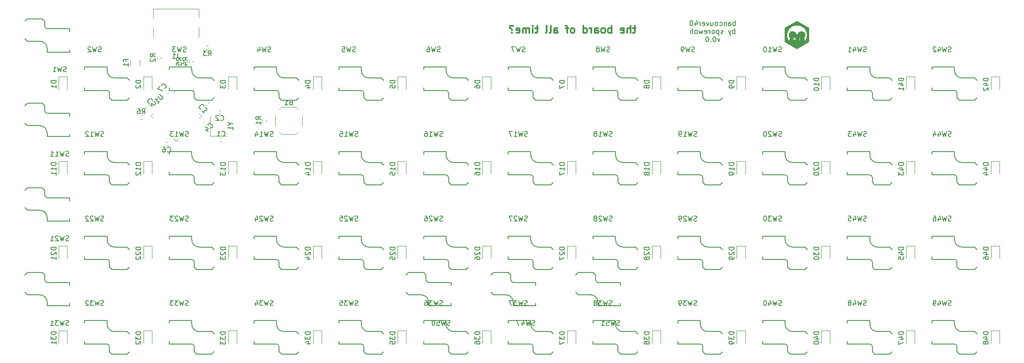
<source format=gbr>
%TF.GenerationSoftware,KiCad,Pcbnew,(6.0.4-0)*%
%TF.CreationDate,2022-10-29T19:27:29-05:00*%
%TF.ProjectId,dogema48_cfx,646f6765-6d61-4343-985f-6366782e6b69,rev?*%
%TF.SameCoordinates,Original*%
%TF.FileFunction,Legend,Bot*%
%TF.FilePolarity,Positive*%
%FSLAX46Y46*%
G04 Gerber Fmt 4.6, Leading zero omitted, Abs format (unit mm)*
G04 Created by KiCad (PCBNEW (6.0.4-0)) date 2022-10-29 19:27:29*
%MOMM*%
%LPD*%
G01*
G04 APERTURE LIST*
%ADD10C,0.004500*%
%ADD11C,0.150000*%
%ADD12C,0.300000*%
%ADD13C,0.120000*%
G04 APERTURE END LIST*
D10*
G36*
X235737177Y-21226202D02*
G01*
X233306317Y-19822745D01*
X233306317Y-18462864D01*
X233714671Y-18462864D01*
X233716517Y-18550010D01*
X233722008Y-18636217D01*
X233731066Y-18721413D01*
X233743619Y-18805521D01*
X233759592Y-18888467D01*
X233778909Y-18970177D01*
X233801497Y-19050576D01*
X233827280Y-19129589D01*
X233856184Y-19207142D01*
X233888134Y-19283159D01*
X233923055Y-19357567D01*
X233960873Y-19430290D01*
X234001514Y-19501255D01*
X234044902Y-19570385D01*
X234090962Y-19637607D01*
X234139621Y-19702846D01*
X234146659Y-19654201D01*
X234155137Y-19606035D01*
X234165031Y-19558371D01*
X234176320Y-19511231D01*
X234188981Y-19464637D01*
X234202990Y-19418613D01*
X234217974Y-19374223D01*
X234901383Y-19374223D01*
X234901535Y-19377784D01*
X234901852Y-19381337D01*
X234902335Y-19384875D01*
X234902983Y-19388391D01*
X234903797Y-19391879D01*
X234904776Y-19395333D01*
X234905921Y-19398747D01*
X234907232Y-19402115D01*
X234908708Y-19405429D01*
X234910349Y-19408684D01*
X234912157Y-19411874D01*
X234914129Y-19414992D01*
X234916268Y-19418032D01*
X234918571Y-19420988D01*
X234921041Y-19423853D01*
X234923676Y-19426622D01*
X234926444Y-19429256D01*
X234929309Y-19431726D01*
X234932265Y-19434030D01*
X234935305Y-19436168D01*
X234938423Y-19438141D01*
X234941613Y-19439948D01*
X234944868Y-19441589D01*
X234948182Y-19443065D01*
X234951550Y-19444376D01*
X234954964Y-19445521D01*
X234958418Y-19446500D01*
X234961906Y-19447314D01*
X234965422Y-19447962D01*
X234968960Y-19448445D01*
X234972513Y-19448762D01*
X234976074Y-19448914D01*
X234979639Y-19448900D01*
X234983199Y-19448720D01*
X234986750Y-19448375D01*
X234990284Y-19447865D01*
X234993796Y-19447189D01*
X234997279Y-19446347D01*
X235000727Y-19445340D01*
X235004134Y-19444167D01*
X235007493Y-19442829D01*
X235010798Y-19441325D01*
X235014043Y-19439655D01*
X235017221Y-19437820D01*
X235020326Y-19435820D01*
X235023353Y-19433654D01*
X235026294Y-19431322D01*
X235029143Y-19428825D01*
X235029149Y-19428830D01*
X235029154Y-19428836D01*
X235029166Y-19428848D01*
X235029177Y-19428860D01*
X235029189Y-19428871D01*
X235031439Y-19426622D01*
X235200204Y-19257856D01*
X235371220Y-19428871D01*
X235371242Y-19428848D01*
X235371254Y-19428836D01*
X235371266Y-19428825D01*
X235374115Y-19431322D01*
X235377056Y-19433654D01*
X235380082Y-19435820D01*
X235383187Y-19437820D01*
X235386366Y-19439655D01*
X235389610Y-19441325D01*
X235392915Y-19442829D01*
X235396274Y-19444167D01*
X235399681Y-19445340D01*
X235403129Y-19446347D01*
X235406612Y-19447189D01*
X235410124Y-19447865D01*
X235413658Y-19448375D01*
X235417209Y-19448720D01*
X235420769Y-19448900D01*
X235424333Y-19448914D01*
X235427895Y-19448762D01*
X235431448Y-19448445D01*
X235434985Y-19447962D01*
X235438501Y-19447314D01*
X235441990Y-19446500D01*
X235445444Y-19445521D01*
X235448858Y-19444376D01*
X235452225Y-19443065D01*
X235455540Y-19441589D01*
X235458795Y-19439948D01*
X235461985Y-19438141D01*
X235465103Y-19436168D01*
X235468143Y-19434030D01*
X235471099Y-19431726D01*
X235473964Y-19429256D01*
X235476732Y-19426622D01*
X235479367Y-19423853D01*
X235481837Y-19420988D01*
X235484141Y-19418032D01*
X235486279Y-19414992D01*
X235488252Y-19411874D01*
X235490059Y-19408684D01*
X235491700Y-19405429D01*
X235493177Y-19402115D01*
X235494487Y-19398747D01*
X235495632Y-19395333D01*
X235496611Y-19391879D01*
X235497425Y-19388391D01*
X235498074Y-19384875D01*
X235498556Y-19381337D01*
X235498874Y-19377784D01*
X235499025Y-19374223D01*
X235499011Y-19370659D01*
X235498832Y-19367098D01*
X235498487Y-19363547D01*
X235497976Y-19360013D01*
X235497300Y-19356501D01*
X235496458Y-19353018D01*
X235495451Y-19349570D01*
X235494278Y-19346164D01*
X235492940Y-19342805D01*
X235491436Y-19339500D01*
X235489767Y-19336255D01*
X235487932Y-19333077D01*
X235485931Y-19329971D01*
X235483765Y-19326945D01*
X235481434Y-19324004D01*
X235478936Y-19321155D01*
X235478982Y-19321108D01*
X235307967Y-19150093D01*
X235883078Y-19150093D01*
X235883172Y-19153913D01*
X235883452Y-19157685D01*
X235883913Y-19161404D01*
X235884551Y-19165066D01*
X235885361Y-19168666D01*
X235886338Y-19172199D01*
X235887479Y-19175662D01*
X235888779Y-19179049D01*
X235890234Y-19182357D01*
X235891838Y-19185581D01*
X235893588Y-19188716D01*
X235895479Y-19191758D01*
X235897507Y-19194703D01*
X235899667Y-19197545D01*
X235901955Y-19200282D01*
X235904366Y-19202908D01*
X235906897Y-19205418D01*
X235909541Y-19207809D01*
X235912296Y-19210076D01*
X235915156Y-19212214D01*
X235918117Y-19214219D01*
X235921175Y-19216087D01*
X235924326Y-19217813D01*
X235927564Y-19219392D01*
X235930885Y-19220821D01*
X235934286Y-19222094D01*
X235937760Y-19223208D01*
X235941305Y-19224158D01*
X235944916Y-19224939D01*
X235948587Y-19225548D01*
X235952315Y-19225978D01*
X235956096Y-19226227D01*
X235956096Y-19226293D01*
X236197948Y-19226293D01*
X236197948Y-19468144D01*
X236198014Y-19468144D01*
X236198263Y-19471925D01*
X236198693Y-19475653D01*
X236199302Y-19479325D01*
X236200083Y-19482935D01*
X236201033Y-19486480D01*
X236202147Y-19489955D01*
X236203420Y-19493355D01*
X236204849Y-19496677D01*
X236206429Y-19499915D01*
X236208154Y-19503065D01*
X236210022Y-19506123D01*
X236212027Y-19509085D01*
X236214165Y-19511945D01*
X236216432Y-19514699D01*
X236218823Y-19517344D01*
X236221333Y-19519874D01*
X236223959Y-19522285D01*
X236226696Y-19524573D01*
X236229538Y-19526733D01*
X236232483Y-19528761D01*
X236235525Y-19530652D01*
X236238660Y-19532402D01*
X236241884Y-19534007D01*
X236245191Y-19535461D01*
X236248579Y-19536761D01*
X236252041Y-19537902D01*
X236255575Y-19538880D01*
X236259174Y-19539690D01*
X236262836Y-19540327D01*
X236266555Y-19540788D01*
X236270327Y-19541068D01*
X236274147Y-19541162D01*
X236277968Y-19541068D01*
X236281740Y-19540788D01*
X236285459Y-19540327D01*
X236289121Y-19539690D01*
X236292721Y-19538880D01*
X236296254Y-19537902D01*
X236299717Y-19536761D01*
X236303104Y-19535461D01*
X236306412Y-19534007D01*
X236309636Y-19532402D01*
X236312771Y-19530652D01*
X236315813Y-19528761D01*
X236318758Y-19526733D01*
X236321600Y-19524573D01*
X236324337Y-19522285D01*
X236326963Y-19519874D01*
X236329473Y-19517344D01*
X236331864Y-19514699D01*
X236334131Y-19511945D01*
X236336269Y-19509085D01*
X236338274Y-19506123D01*
X236340142Y-19503065D01*
X236341868Y-19499915D01*
X236343447Y-19496677D01*
X236344876Y-19493355D01*
X236346150Y-19489955D01*
X236347264Y-19486480D01*
X236348213Y-19482935D01*
X236348995Y-19479325D01*
X236349603Y-19475653D01*
X236350034Y-19471925D01*
X236350283Y-19468144D01*
X236350347Y-19468144D01*
X236350347Y-19226293D01*
X236592200Y-19226293D01*
X236592200Y-19226227D01*
X236595980Y-19225978D01*
X236599708Y-19225548D01*
X236603380Y-19224939D01*
X236606990Y-19224158D01*
X236610535Y-19223208D01*
X236614010Y-19222094D01*
X236617410Y-19220821D01*
X236620732Y-19219392D01*
X236623970Y-19217813D01*
X236627120Y-19216087D01*
X236630178Y-19214219D01*
X236633140Y-19212214D01*
X236636000Y-19210076D01*
X236638754Y-19207809D01*
X236641399Y-19205418D01*
X236643929Y-19202908D01*
X236646340Y-19200282D01*
X236648628Y-19197545D01*
X236650788Y-19194703D01*
X236652816Y-19191758D01*
X236654707Y-19188716D01*
X236656457Y-19185581D01*
X236658062Y-19182357D01*
X236659516Y-19179049D01*
X236660816Y-19175662D01*
X236661957Y-19172199D01*
X236662935Y-19168666D01*
X236663745Y-19165066D01*
X236664382Y-19161404D01*
X236664843Y-19157685D01*
X236665123Y-19153913D01*
X236665217Y-19150093D01*
X236665123Y-19146272D01*
X236664843Y-19142500D01*
X236664382Y-19138781D01*
X236663745Y-19135119D01*
X236662935Y-19131520D01*
X236661957Y-19127986D01*
X236660816Y-19124524D01*
X236659516Y-19121136D01*
X236658062Y-19117828D01*
X236656457Y-19114605D01*
X236654707Y-19111470D01*
X236652816Y-19108428D01*
X236650789Y-19105483D01*
X236648628Y-19102640D01*
X236646341Y-19099904D01*
X236643929Y-19097278D01*
X236641399Y-19094768D01*
X236638755Y-19092377D01*
X236636000Y-19090110D01*
X236633140Y-19087972D01*
X236630179Y-19085967D01*
X236627120Y-19084099D01*
X236623970Y-19082373D01*
X236620732Y-19080794D01*
X236617411Y-19079365D01*
X236614010Y-19078091D01*
X236610535Y-19076977D01*
X236606991Y-19076028D01*
X236603380Y-19075246D01*
X236599708Y-19074638D01*
X236595980Y-19074207D01*
X236592200Y-19073958D01*
X236592200Y-19073893D01*
X236350347Y-19073893D01*
X236350347Y-18832041D01*
X236350283Y-18832041D01*
X236350034Y-18828260D01*
X236349603Y-18824532D01*
X236348995Y-18820860D01*
X236348213Y-18817250D01*
X236347264Y-18813705D01*
X236346150Y-18810230D01*
X236344876Y-18806830D01*
X236343447Y-18803508D01*
X236341868Y-18800270D01*
X236340142Y-18797120D01*
X236338274Y-18794062D01*
X236336269Y-18791101D01*
X236334131Y-18788240D01*
X236331864Y-18785486D01*
X236329473Y-18782841D01*
X236326963Y-18780311D01*
X236324337Y-18777900D01*
X236321600Y-18775612D01*
X236318758Y-18773452D01*
X236315813Y-18771424D01*
X236312771Y-18769533D01*
X236309636Y-18767783D01*
X236306412Y-18766178D01*
X236303104Y-18764724D01*
X236299717Y-18763424D01*
X236296254Y-18762283D01*
X236292721Y-18761305D01*
X236289121Y-18760495D01*
X236285459Y-18759858D01*
X236281740Y-18759397D01*
X236277968Y-18759117D01*
X236274147Y-18759023D01*
X236270327Y-18759117D01*
X236266555Y-18759397D01*
X236262836Y-18759858D01*
X236259174Y-18760495D01*
X236255575Y-18761305D01*
X236252041Y-18762283D01*
X236248579Y-18763424D01*
X236245191Y-18764724D01*
X236241884Y-18766178D01*
X236238660Y-18767783D01*
X236235525Y-18769533D01*
X236232483Y-18771424D01*
X236229538Y-18773452D01*
X236226695Y-18775612D01*
X236223959Y-18777900D01*
X236221333Y-18780311D01*
X236218823Y-18782841D01*
X236216432Y-18785486D01*
X236214165Y-18788240D01*
X236212027Y-18791101D01*
X236210022Y-18794062D01*
X236208154Y-18797120D01*
X236206428Y-18800270D01*
X236204848Y-18803508D01*
X236203420Y-18806830D01*
X236202146Y-18810230D01*
X236201032Y-18813705D01*
X236200082Y-18817250D01*
X236199301Y-18820860D01*
X236198693Y-18824532D01*
X236198262Y-18828260D01*
X236198013Y-18832041D01*
X236197948Y-18832041D01*
X236197948Y-19073894D01*
X235959184Y-19073894D01*
X235956096Y-19073893D01*
X235956096Y-19073958D01*
X235952315Y-19074207D01*
X235948587Y-19074637D01*
X235944916Y-19075246D01*
X235941305Y-19076027D01*
X235937760Y-19076977D01*
X235934286Y-19078091D01*
X235930885Y-19079364D01*
X235927564Y-19080793D01*
X235924326Y-19082373D01*
X235921175Y-19084098D01*
X235918117Y-19085966D01*
X235915156Y-19087971D01*
X235912296Y-19090109D01*
X235909541Y-19092376D01*
X235906897Y-19094767D01*
X235904366Y-19097277D01*
X235901955Y-19099903D01*
X235899667Y-19102640D01*
X235897507Y-19105482D01*
X235895479Y-19108427D01*
X235893588Y-19111469D01*
X235891838Y-19114604D01*
X235890234Y-19117828D01*
X235888779Y-19121136D01*
X235887479Y-19124523D01*
X235886338Y-19127986D01*
X235885361Y-19131519D01*
X235884551Y-19135119D01*
X235883913Y-19138781D01*
X235883452Y-19142500D01*
X235883172Y-19146272D01*
X235883078Y-19150093D01*
X235307967Y-19150093D01*
X235476732Y-18981327D01*
X235478982Y-18979078D01*
X235478936Y-18979032D01*
X235481434Y-18976182D01*
X235483765Y-18973241D01*
X235485931Y-18970215D01*
X235487932Y-18967110D01*
X235489767Y-18963931D01*
X235491436Y-18960687D01*
X235492940Y-18957382D01*
X235494278Y-18954023D01*
X235495451Y-18950616D01*
X235496458Y-18947168D01*
X235497300Y-18943685D01*
X235497976Y-18940173D01*
X235498487Y-18936639D01*
X235498832Y-18933088D01*
X235499011Y-18929528D01*
X235499025Y-18925963D01*
X235498874Y-18922402D01*
X235498556Y-18918849D01*
X235498074Y-18915311D01*
X235497425Y-18911795D01*
X235496611Y-18908307D01*
X235495632Y-18904853D01*
X235494487Y-18901439D01*
X235493177Y-18898071D01*
X235491700Y-18894757D01*
X235490059Y-18891502D01*
X235488252Y-18888312D01*
X235486279Y-18885194D01*
X235484141Y-18882154D01*
X235481837Y-18879198D01*
X235479367Y-18876333D01*
X235476732Y-18873564D01*
X235473964Y-18870929D01*
X235471099Y-18868460D01*
X235468143Y-18866156D01*
X235465103Y-18864018D01*
X235461985Y-18862045D01*
X235458795Y-18860238D01*
X235455540Y-18858596D01*
X235452225Y-18857120D01*
X235448858Y-18855810D01*
X235445444Y-18854665D01*
X235441990Y-18853685D01*
X235438501Y-18852872D01*
X235434985Y-18852223D01*
X235431448Y-18851741D01*
X235427895Y-18851423D01*
X235424333Y-18851272D01*
X235420769Y-18851286D01*
X235417209Y-18851465D01*
X235413658Y-18851810D01*
X235410124Y-18852321D01*
X235406612Y-18852997D01*
X235403129Y-18853839D01*
X235399681Y-18854846D01*
X235396274Y-18856019D01*
X235392915Y-18857357D01*
X235389610Y-18858861D01*
X235386366Y-18860530D01*
X235383187Y-18862365D01*
X235380082Y-18864366D01*
X235377056Y-18866532D01*
X235374115Y-18868864D01*
X235371266Y-18871361D01*
X235371220Y-18871314D01*
X235368969Y-18873564D01*
X235200204Y-19042330D01*
X235031438Y-18873565D01*
X235031405Y-18873532D01*
X235031389Y-18873515D01*
X235031372Y-18873498D01*
X235029190Y-18871314D01*
X235029143Y-18871361D01*
X235026294Y-18868864D01*
X235023353Y-18866532D01*
X235020326Y-18864366D01*
X235017221Y-18862365D01*
X235014043Y-18860530D01*
X235010798Y-18858861D01*
X235007493Y-18857357D01*
X235004134Y-18856019D01*
X235000727Y-18854846D01*
X234997279Y-18853839D01*
X234993796Y-18852997D01*
X234990284Y-18852321D01*
X234986750Y-18851810D01*
X234983199Y-18851465D01*
X234979639Y-18851286D01*
X234976075Y-18851272D01*
X234972513Y-18851424D01*
X234968960Y-18851741D01*
X234965423Y-18852224D01*
X234961907Y-18852872D01*
X234958418Y-18853686D01*
X234954964Y-18854665D01*
X234951550Y-18855810D01*
X234948183Y-18857121D01*
X234944868Y-18858597D01*
X234941613Y-18860238D01*
X234938423Y-18862046D01*
X234935305Y-18864018D01*
X234932265Y-18866157D01*
X234929309Y-18868461D01*
X234926444Y-18870930D01*
X234923676Y-18873565D01*
X234921041Y-18876333D01*
X234918571Y-18879198D01*
X234916268Y-18882154D01*
X234914129Y-18885194D01*
X234912157Y-18888312D01*
X234910349Y-18891502D01*
X234908708Y-18894757D01*
X234907232Y-18898072D01*
X234905921Y-18901439D01*
X234904776Y-18904853D01*
X234903797Y-18908307D01*
X234902983Y-18911796D01*
X234902335Y-18915312D01*
X234901852Y-18918849D01*
X234901535Y-18922402D01*
X234901383Y-18925964D01*
X234901397Y-18929528D01*
X234901577Y-18933089D01*
X234901922Y-18936639D01*
X234902432Y-18940174D01*
X234903108Y-18943685D01*
X234903950Y-18947168D01*
X234904957Y-18950616D01*
X234906130Y-18954023D01*
X234907468Y-18957382D01*
X234908972Y-18960687D01*
X234910642Y-18963932D01*
X234912477Y-18967110D01*
X234914477Y-18970215D01*
X234916643Y-18973241D01*
X234918975Y-18976182D01*
X234921472Y-18979032D01*
X234921449Y-18979055D01*
X234921437Y-18979066D01*
X234921426Y-18979078D01*
X234923676Y-18981328D01*
X235092442Y-19150093D01*
X234923676Y-19318858D01*
X234921426Y-19321108D01*
X234921472Y-19321155D01*
X234918975Y-19324004D01*
X234916643Y-19326945D01*
X234914477Y-19329971D01*
X234912477Y-19333077D01*
X234910642Y-19336255D01*
X234908972Y-19339500D01*
X234907468Y-19342805D01*
X234906130Y-19346164D01*
X234904957Y-19349570D01*
X234903950Y-19353018D01*
X234903108Y-19356501D01*
X234902432Y-19360013D01*
X234901922Y-19363547D01*
X234901577Y-19367098D01*
X234901397Y-19370659D01*
X234901383Y-19374223D01*
X234217974Y-19374223D01*
X234218325Y-19373182D01*
X234234965Y-19328365D01*
X234252885Y-19284186D01*
X234272063Y-19240668D01*
X234292477Y-19197832D01*
X234314104Y-19155702D01*
X234336921Y-19114300D01*
X234360905Y-19073649D01*
X234386035Y-19033772D01*
X234412286Y-18994691D01*
X234380452Y-18969069D01*
X234350133Y-18941722D01*
X234321403Y-18912723D01*
X234294337Y-18882147D01*
X234269009Y-18850068D01*
X234245493Y-18816561D01*
X234223864Y-18781700D01*
X234204196Y-18745560D01*
X234186564Y-18708214D01*
X234171041Y-18669736D01*
X234157702Y-18630203D01*
X234146622Y-18589687D01*
X234137875Y-18548263D01*
X234131535Y-18506005D01*
X234127677Y-18462989D01*
X234126374Y-18419287D01*
X234127314Y-18382145D01*
X234130104Y-18345488D01*
X234134699Y-18309363D01*
X234141053Y-18273814D01*
X234149121Y-18238886D01*
X234158857Y-18204627D01*
X234170215Y-18171080D01*
X234183150Y-18138292D01*
X234197618Y-18106308D01*
X234213571Y-18075173D01*
X234230965Y-18044933D01*
X234249755Y-18015633D01*
X234269894Y-17987320D01*
X234291337Y-17960037D01*
X234314039Y-17933832D01*
X234337955Y-17908748D01*
X234363038Y-17884833D01*
X234389244Y-17862131D01*
X234416526Y-17840687D01*
X234444840Y-17820548D01*
X234474139Y-17801759D01*
X234504379Y-17784365D01*
X234535514Y-17768411D01*
X234567498Y-17753944D01*
X234600287Y-17741009D01*
X234633833Y-17729650D01*
X234668093Y-17719914D01*
X234703020Y-17711847D01*
X234738569Y-17705493D01*
X234774694Y-17700898D01*
X234811351Y-17698108D01*
X234848493Y-17697167D01*
X234882174Y-17697940D01*
X234915459Y-17700236D01*
X234948315Y-17704021D01*
X234980708Y-17709261D01*
X235012605Y-17715923D01*
X235043971Y-17723972D01*
X235074772Y-17733375D01*
X235104975Y-17744098D01*
X235134545Y-17756107D01*
X235163449Y-17769368D01*
X235191654Y-17783848D01*
X235219124Y-17799511D01*
X235245827Y-17816326D01*
X235271728Y-17834257D01*
X235296794Y-17853271D01*
X235320991Y-17873334D01*
X235344284Y-17894412D01*
X235366641Y-17916472D01*
X235388027Y-17939479D01*
X235408408Y-17963400D01*
X235427750Y-17988200D01*
X235446020Y-18013846D01*
X235463184Y-18040305D01*
X235479208Y-18067541D01*
X235494058Y-18095522D01*
X235507700Y-18124213D01*
X235520100Y-18153581D01*
X235531225Y-18183592D01*
X235541040Y-18214211D01*
X235549512Y-18245406D01*
X235556607Y-18277141D01*
X235562291Y-18309384D01*
X235583876Y-18307197D01*
X235605543Y-18305296D01*
X235627291Y-18303681D01*
X235649118Y-18302356D01*
X235671021Y-18301322D01*
X235693000Y-18300582D01*
X235715052Y-18300136D01*
X235737176Y-18299987D01*
X235760901Y-18300158D01*
X235784543Y-18300671D01*
X235808101Y-18301522D01*
X235831572Y-18302711D01*
X235854954Y-18304233D01*
X235878245Y-18306088D01*
X235901441Y-18308271D01*
X235924541Y-18310782D01*
X235930582Y-18278979D01*
X235937998Y-18247683D01*
X235946757Y-18216927D01*
X235956826Y-18186745D01*
X235968172Y-18157169D01*
X235980761Y-18128232D01*
X235994562Y-18099968D01*
X236009540Y-18072408D01*
X236025664Y-18045587D01*
X236042899Y-18019536D01*
X236061214Y-17994289D01*
X236080575Y-17969879D01*
X236100950Y-17946339D01*
X236122305Y-17923702D01*
X236144608Y-17902000D01*
X236167825Y-17881267D01*
X236191923Y-17861535D01*
X236216871Y-17842837D01*
X236242634Y-17825207D01*
X236269181Y-17808677D01*
X236296477Y-17793280D01*
X236324490Y-17779049D01*
X236353187Y-17766018D01*
X236382535Y-17754218D01*
X236412502Y-17743683D01*
X236443054Y-17734446D01*
X236474158Y-17726540D01*
X236505782Y-17719997D01*
X236537892Y-17714851D01*
X236570456Y-17711135D01*
X236603440Y-17708881D01*
X236636812Y-17708122D01*
X236673954Y-17709062D01*
X236710611Y-17711852D01*
X236746736Y-17716447D01*
X236782285Y-17722801D01*
X236817213Y-17730869D01*
X236851472Y-17740605D01*
X236885019Y-17751963D01*
X236917807Y-17764898D01*
X236949791Y-17779366D01*
X236980926Y-17795319D01*
X237011166Y-17812713D01*
X237040466Y-17831503D01*
X237068779Y-17851642D01*
X237096062Y-17873085D01*
X237122267Y-17895787D01*
X237147351Y-17919703D01*
X237171266Y-17944786D01*
X237193968Y-17970992D01*
X237215412Y-17998274D01*
X237235551Y-18026588D01*
X237254340Y-18055887D01*
X237271734Y-18086127D01*
X237287688Y-18117262D01*
X237302155Y-18149246D01*
X237315091Y-18182035D01*
X237326449Y-18215581D01*
X237336185Y-18249841D01*
X237344252Y-18284768D01*
X237350606Y-18320317D01*
X237355201Y-18356443D01*
X237357991Y-18393099D01*
X237358932Y-18430241D01*
X237358931Y-18430241D01*
X237357617Y-18474131D01*
X237353726Y-18517329D01*
X237347331Y-18559761D01*
X237338510Y-18601352D01*
X237327337Y-18642025D01*
X237313888Y-18681705D01*
X237298237Y-18720318D01*
X237280460Y-18757788D01*
X237260633Y-18794039D01*
X237238831Y-18828997D01*
X237215129Y-18862586D01*
X237189602Y-18894730D01*
X237162326Y-18925354D01*
X237133376Y-18954384D01*
X237102827Y-18981743D01*
X237070755Y-19007357D01*
X237096126Y-19045890D01*
X237120414Y-19085180D01*
X237143596Y-19125206D01*
X237157069Y-19150093D01*
X237165652Y-19165948D01*
X237186561Y-19207382D01*
X237206302Y-19249490D01*
X237224852Y-19292248D01*
X237242190Y-19335635D01*
X237258296Y-19379631D01*
X237273148Y-19424214D01*
X237286724Y-19469363D01*
X237299004Y-19515056D01*
X237309966Y-19561272D01*
X237319589Y-19607990D01*
X237327850Y-19655188D01*
X237334730Y-19702846D01*
X237383389Y-19637607D01*
X237429450Y-19570385D01*
X237472838Y-19501254D01*
X237513478Y-19430290D01*
X237551296Y-19357567D01*
X237586218Y-19283159D01*
X237618168Y-19207141D01*
X237647071Y-19129589D01*
X237672854Y-19050576D01*
X237695442Y-18970177D01*
X237714759Y-18888467D01*
X237730732Y-18805521D01*
X237743285Y-18721413D01*
X237752344Y-18636217D01*
X237757834Y-18550010D01*
X237759680Y-18462864D01*
X237757047Y-18358837D01*
X237749232Y-18256170D01*
X237736363Y-18154989D01*
X237718567Y-18055424D01*
X237695971Y-17957601D01*
X237668703Y-17861647D01*
X237636891Y-17767690D01*
X237600661Y-17675857D01*
X237560141Y-17586275D01*
X237515459Y-17499073D01*
X237466741Y-17414377D01*
X237414116Y-17332315D01*
X237357711Y-17253014D01*
X237297652Y-17176602D01*
X237234068Y-17103206D01*
X237167086Y-17032953D01*
X237096833Y-16965971D01*
X237023437Y-16902387D01*
X236947025Y-16842329D01*
X236867724Y-16785923D01*
X236785662Y-16733298D01*
X236700966Y-16684581D01*
X236613764Y-16639898D01*
X236524183Y-16599379D01*
X236432350Y-16563149D01*
X236338393Y-16531336D01*
X236242439Y-16504069D01*
X236144615Y-16481473D01*
X236045050Y-16463677D01*
X235943870Y-16450808D01*
X235841203Y-16442993D01*
X235737176Y-16440359D01*
X235633148Y-16442993D01*
X235530481Y-16450808D01*
X235429301Y-16463677D01*
X235329736Y-16481473D01*
X235231912Y-16504069D01*
X235135958Y-16531336D01*
X235042001Y-16563149D01*
X234950168Y-16599379D01*
X234860587Y-16639898D01*
X234773385Y-16684581D01*
X234688689Y-16733298D01*
X234606627Y-16785923D01*
X234527326Y-16842329D01*
X234450914Y-16902387D01*
X234377518Y-16965971D01*
X234307265Y-17032953D01*
X234240283Y-17103206D01*
X234176699Y-17176602D01*
X234116640Y-17253014D01*
X234060235Y-17332315D01*
X234007610Y-17414377D01*
X233958892Y-17499073D01*
X233914210Y-17586275D01*
X233873690Y-17675857D01*
X233837460Y-17767690D01*
X233805648Y-17861647D01*
X233778380Y-17957601D01*
X233755785Y-18055424D01*
X233737988Y-18154989D01*
X233725119Y-18256170D01*
X233717304Y-18358837D01*
X233714671Y-18462864D01*
X233306317Y-18462864D01*
X233306318Y-17015829D01*
X235737175Y-15612374D01*
X238168035Y-17015830D01*
X238168035Y-18462864D01*
X238168034Y-19822746D01*
X235737177Y-21226202D01*
G37*
X235737177Y-21226202D02*
X233306317Y-19822745D01*
X233306317Y-18462864D01*
X233714671Y-18462864D01*
X233716517Y-18550010D01*
X233722008Y-18636217D01*
X233731066Y-18721413D01*
X233743619Y-18805521D01*
X233759592Y-18888467D01*
X233778909Y-18970177D01*
X233801497Y-19050576D01*
X233827280Y-19129589D01*
X233856184Y-19207142D01*
X233888134Y-19283159D01*
X233923055Y-19357567D01*
X233960873Y-19430290D01*
X234001514Y-19501255D01*
X234044902Y-19570385D01*
X234090962Y-19637607D01*
X234139621Y-19702846D01*
X234146659Y-19654201D01*
X234155137Y-19606035D01*
X234165031Y-19558371D01*
X234176320Y-19511231D01*
X234188981Y-19464637D01*
X234202990Y-19418613D01*
X234217974Y-19374223D01*
X234901383Y-19374223D01*
X234901535Y-19377784D01*
X234901852Y-19381337D01*
X234902335Y-19384875D01*
X234902983Y-19388391D01*
X234903797Y-19391879D01*
X234904776Y-19395333D01*
X234905921Y-19398747D01*
X234907232Y-19402115D01*
X234908708Y-19405429D01*
X234910349Y-19408684D01*
X234912157Y-19411874D01*
X234914129Y-19414992D01*
X234916268Y-19418032D01*
X234918571Y-19420988D01*
X234921041Y-19423853D01*
X234923676Y-19426622D01*
X234926444Y-19429256D01*
X234929309Y-19431726D01*
X234932265Y-19434030D01*
X234935305Y-19436168D01*
X234938423Y-19438141D01*
X234941613Y-19439948D01*
X234944868Y-19441589D01*
X234948182Y-19443065D01*
X234951550Y-19444376D01*
X234954964Y-19445521D01*
X234958418Y-19446500D01*
X234961906Y-19447314D01*
X234965422Y-19447962D01*
X234968960Y-19448445D01*
X234972513Y-19448762D01*
X234976074Y-19448914D01*
X234979639Y-19448900D01*
X234983199Y-19448720D01*
X234986750Y-19448375D01*
X234990284Y-19447865D01*
X234993796Y-19447189D01*
X234997279Y-19446347D01*
X235000727Y-19445340D01*
X235004134Y-19444167D01*
X235007493Y-19442829D01*
X235010798Y-19441325D01*
X235014043Y-19439655D01*
X235017221Y-19437820D01*
X235020326Y-19435820D01*
X235023353Y-19433654D01*
X235026294Y-19431322D01*
X235029143Y-19428825D01*
X235029149Y-19428830D01*
X235029154Y-19428836D01*
X235029166Y-19428848D01*
X235029177Y-19428860D01*
X235029189Y-19428871D01*
X235031439Y-19426622D01*
X235200204Y-19257856D01*
X235371220Y-19428871D01*
X235371242Y-19428848D01*
X235371254Y-19428836D01*
X235371266Y-19428825D01*
X235374115Y-19431322D01*
X235377056Y-19433654D01*
X235380082Y-19435820D01*
X235383187Y-19437820D01*
X235386366Y-19439655D01*
X235389610Y-19441325D01*
X235392915Y-19442829D01*
X235396274Y-19444167D01*
X235399681Y-19445340D01*
X235403129Y-19446347D01*
X235406612Y-19447189D01*
X235410124Y-19447865D01*
X235413658Y-19448375D01*
X235417209Y-19448720D01*
X235420769Y-19448900D01*
X235424333Y-19448914D01*
X235427895Y-19448762D01*
X235431448Y-19448445D01*
X235434985Y-19447962D01*
X235438501Y-19447314D01*
X235441990Y-19446500D01*
X235445444Y-19445521D01*
X235448858Y-19444376D01*
X235452225Y-19443065D01*
X235455540Y-19441589D01*
X235458795Y-19439948D01*
X235461985Y-19438141D01*
X235465103Y-19436168D01*
X235468143Y-19434030D01*
X235471099Y-19431726D01*
X235473964Y-19429256D01*
X235476732Y-19426622D01*
X235479367Y-19423853D01*
X235481837Y-19420988D01*
X235484141Y-19418032D01*
X235486279Y-19414992D01*
X235488252Y-19411874D01*
X235490059Y-19408684D01*
X235491700Y-19405429D01*
X235493177Y-19402115D01*
X235494487Y-19398747D01*
X235495632Y-19395333D01*
X235496611Y-19391879D01*
X235497425Y-19388391D01*
X235498074Y-19384875D01*
X235498556Y-19381337D01*
X235498874Y-19377784D01*
X235499025Y-19374223D01*
X235499011Y-19370659D01*
X235498832Y-19367098D01*
X235498487Y-19363547D01*
X235497976Y-19360013D01*
X235497300Y-19356501D01*
X235496458Y-19353018D01*
X235495451Y-19349570D01*
X235494278Y-19346164D01*
X235492940Y-19342805D01*
X235491436Y-19339500D01*
X235489767Y-19336255D01*
X235487932Y-19333077D01*
X235485931Y-19329971D01*
X235483765Y-19326945D01*
X235481434Y-19324004D01*
X235478936Y-19321155D01*
X235478982Y-19321108D01*
X235307967Y-19150093D01*
X235883078Y-19150093D01*
X235883172Y-19153913D01*
X235883452Y-19157685D01*
X235883913Y-19161404D01*
X235884551Y-19165066D01*
X235885361Y-19168666D01*
X235886338Y-19172199D01*
X235887479Y-19175662D01*
X235888779Y-19179049D01*
X235890234Y-19182357D01*
X235891838Y-19185581D01*
X235893588Y-19188716D01*
X235895479Y-19191758D01*
X235897507Y-19194703D01*
X235899667Y-19197545D01*
X235901955Y-19200282D01*
X235904366Y-19202908D01*
X235906897Y-19205418D01*
X235909541Y-19207809D01*
X235912296Y-19210076D01*
X235915156Y-19212214D01*
X235918117Y-19214219D01*
X235921175Y-19216087D01*
X235924326Y-19217813D01*
X235927564Y-19219392D01*
X235930885Y-19220821D01*
X235934286Y-19222094D01*
X235937760Y-19223208D01*
X235941305Y-19224158D01*
X235944916Y-19224939D01*
X235948587Y-19225548D01*
X235952315Y-19225978D01*
X235956096Y-19226227D01*
X235956096Y-19226293D01*
X236197948Y-19226293D01*
X236197948Y-19468144D01*
X236198014Y-19468144D01*
X236198263Y-19471925D01*
X236198693Y-19475653D01*
X236199302Y-19479325D01*
X236200083Y-19482935D01*
X236201033Y-19486480D01*
X236202147Y-19489955D01*
X236203420Y-19493355D01*
X236204849Y-19496677D01*
X236206429Y-19499915D01*
X236208154Y-19503065D01*
X236210022Y-19506123D01*
X236212027Y-19509085D01*
X236214165Y-19511945D01*
X236216432Y-19514699D01*
X236218823Y-19517344D01*
X236221333Y-19519874D01*
X236223959Y-19522285D01*
X236226696Y-19524573D01*
X236229538Y-19526733D01*
X236232483Y-19528761D01*
X236235525Y-19530652D01*
X236238660Y-19532402D01*
X236241884Y-19534007D01*
X236245191Y-19535461D01*
X236248579Y-19536761D01*
X236252041Y-19537902D01*
X236255575Y-19538880D01*
X236259174Y-19539690D01*
X236262836Y-19540327D01*
X236266555Y-19540788D01*
X236270327Y-19541068D01*
X236274147Y-19541162D01*
X236277968Y-19541068D01*
X236281740Y-19540788D01*
X236285459Y-19540327D01*
X236289121Y-19539690D01*
X236292721Y-19538880D01*
X236296254Y-19537902D01*
X236299717Y-19536761D01*
X236303104Y-19535461D01*
X236306412Y-19534007D01*
X236309636Y-19532402D01*
X236312771Y-19530652D01*
X236315813Y-19528761D01*
X236318758Y-19526733D01*
X236321600Y-19524573D01*
X236324337Y-19522285D01*
X236326963Y-19519874D01*
X236329473Y-19517344D01*
X236331864Y-19514699D01*
X236334131Y-19511945D01*
X236336269Y-19509085D01*
X236338274Y-19506123D01*
X236340142Y-19503065D01*
X236341868Y-19499915D01*
X236343447Y-19496677D01*
X236344876Y-19493355D01*
X236346150Y-19489955D01*
X236347264Y-19486480D01*
X236348213Y-19482935D01*
X236348995Y-19479325D01*
X236349603Y-19475653D01*
X236350034Y-19471925D01*
X236350283Y-19468144D01*
X236350347Y-19468144D01*
X236350347Y-19226293D01*
X236592200Y-19226293D01*
X236592200Y-19226227D01*
X236595980Y-19225978D01*
X236599708Y-19225548D01*
X236603380Y-19224939D01*
X236606990Y-19224158D01*
X236610535Y-19223208D01*
X236614010Y-19222094D01*
X236617410Y-19220821D01*
X236620732Y-19219392D01*
X236623970Y-19217813D01*
X236627120Y-19216087D01*
X236630178Y-19214219D01*
X236633140Y-19212214D01*
X236636000Y-19210076D01*
X236638754Y-19207809D01*
X236641399Y-19205418D01*
X236643929Y-19202908D01*
X236646340Y-19200282D01*
X236648628Y-19197545D01*
X236650788Y-19194703D01*
X236652816Y-19191758D01*
X236654707Y-19188716D01*
X236656457Y-19185581D01*
X236658062Y-19182357D01*
X236659516Y-19179049D01*
X236660816Y-19175662D01*
X236661957Y-19172199D01*
X236662935Y-19168666D01*
X236663745Y-19165066D01*
X236664382Y-19161404D01*
X236664843Y-19157685D01*
X236665123Y-19153913D01*
X236665217Y-19150093D01*
X236665123Y-19146272D01*
X236664843Y-19142500D01*
X236664382Y-19138781D01*
X236663745Y-19135119D01*
X236662935Y-19131520D01*
X236661957Y-19127986D01*
X236660816Y-19124524D01*
X236659516Y-19121136D01*
X236658062Y-19117828D01*
X236656457Y-19114605D01*
X236654707Y-19111470D01*
X236652816Y-19108428D01*
X236650789Y-19105483D01*
X236648628Y-19102640D01*
X236646341Y-19099904D01*
X236643929Y-19097278D01*
X236641399Y-19094768D01*
X236638755Y-19092377D01*
X236636000Y-19090110D01*
X236633140Y-19087972D01*
X236630179Y-19085967D01*
X236627120Y-19084099D01*
X236623970Y-19082373D01*
X236620732Y-19080794D01*
X236617411Y-19079365D01*
X236614010Y-19078091D01*
X236610535Y-19076977D01*
X236606991Y-19076028D01*
X236603380Y-19075246D01*
X236599708Y-19074638D01*
X236595980Y-19074207D01*
X236592200Y-19073958D01*
X236592200Y-19073893D01*
X236350347Y-19073893D01*
X236350347Y-18832041D01*
X236350283Y-18832041D01*
X236350034Y-18828260D01*
X236349603Y-18824532D01*
X236348995Y-18820860D01*
X236348213Y-18817250D01*
X236347264Y-18813705D01*
X236346150Y-18810230D01*
X236344876Y-18806830D01*
X236343447Y-18803508D01*
X236341868Y-18800270D01*
X236340142Y-18797120D01*
X236338274Y-18794062D01*
X236336269Y-18791101D01*
X236334131Y-18788240D01*
X236331864Y-18785486D01*
X236329473Y-18782841D01*
X236326963Y-18780311D01*
X236324337Y-18777900D01*
X236321600Y-18775612D01*
X236318758Y-18773452D01*
X236315813Y-18771424D01*
X236312771Y-18769533D01*
X236309636Y-18767783D01*
X236306412Y-18766178D01*
X236303104Y-18764724D01*
X236299717Y-18763424D01*
X236296254Y-18762283D01*
X236292721Y-18761305D01*
X236289121Y-18760495D01*
X236285459Y-18759858D01*
X236281740Y-18759397D01*
X236277968Y-18759117D01*
X236274147Y-18759023D01*
X236270327Y-18759117D01*
X236266555Y-18759397D01*
X236262836Y-18759858D01*
X236259174Y-18760495D01*
X236255575Y-18761305D01*
X236252041Y-18762283D01*
X236248579Y-18763424D01*
X236245191Y-18764724D01*
X236241884Y-18766178D01*
X236238660Y-18767783D01*
X236235525Y-18769533D01*
X236232483Y-18771424D01*
X236229538Y-18773452D01*
X236226695Y-18775612D01*
X236223959Y-18777900D01*
X236221333Y-18780311D01*
X236218823Y-18782841D01*
X236216432Y-18785486D01*
X236214165Y-18788240D01*
X236212027Y-18791101D01*
X236210022Y-18794062D01*
X236208154Y-18797120D01*
X236206428Y-18800270D01*
X236204848Y-18803508D01*
X236203420Y-18806830D01*
X236202146Y-18810230D01*
X236201032Y-18813705D01*
X236200082Y-18817250D01*
X236199301Y-18820860D01*
X236198693Y-18824532D01*
X236198262Y-18828260D01*
X236198013Y-18832041D01*
X236197948Y-18832041D01*
X236197948Y-19073894D01*
X235959184Y-19073894D01*
X235956096Y-19073893D01*
X235956096Y-19073958D01*
X235952315Y-19074207D01*
X235948587Y-19074637D01*
X235944916Y-19075246D01*
X235941305Y-19076027D01*
X235937760Y-19076977D01*
X235934286Y-19078091D01*
X235930885Y-19079364D01*
X235927564Y-19080793D01*
X235924326Y-19082373D01*
X235921175Y-19084098D01*
X235918117Y-19085966D01*
X235915156Y-19087971D01*
X235912296Y-19090109D01*
X235909541Y-19092376D01*
X235906897Y-19094767D01*
X235904366Y-19097277D01*
X235901955Y-19099903D01*
X235899667Y-19102640D01*
X235897507Y-19105482D01*
X235895479Y-19108427D01*
X235893588Y-19111469D01*
X235891838Y-19114604D01*
X235890234Y-19117828D01*
X235888779Y-19121136D01*
X235887479Y-19124523D01*
X235886338Y-19127986D01*
X235885361Y-19131519D01*
X235884551Y-19135119D01*
X235883913Y-19138781D01*
X235883452Y-19142500D01*
X235883172Y-19146272D01*
X235883078Y-19150093D01*
X235307967Y-19150093D01*
X235476732Y-18981327D01*
X235478982Y-18979078D01*
X235478936Y-18979032D01*
X235481434Y-18976182D01*
X235483765Y-18973241D01*
X235485931Y-18970215D01*
X235487932Y-18967110D01*
X235489767Y-18963931D01*
X235491436Y-18960687D01*
X235492940Y-18957382D01*
X235494278Y-18954023D01*
X235495451Y-18950616D01*
X235496458Y-18947168D01*
X235497300Y-18943685D01*
X235497976Y-18940173D01*
X235498487Y-18936639D01*
X235498832Y-18933088D01*
X235499011Y-18929528D01*
X235499025Y-18925963D01*
X235498874Y-18922402D01*
X235498556Y-18918849D01*
X235498074Y-18915311D01*
X235497425Y-18911795D01*
X235496611Y-18908307D01*
X235495632Y-18904853D01*
X235494487Y-18901439D01*
X235493177Y-18898071D01*
X235491700Y-18894757D01*
X235490059Y-18891502D01*
X235488252Y-18888312D01*
X235486279Y-18885194D01*
X235484141Y-18882154D01*
X235481837Y-18879198D01*
X235479367Y-18876333D01*
X235476732Y-18873564D01*
X235473964Y-18870929D01*
X235471099Y-18868460D01*
X235468143Y-18866156D01*
X235465103Y-18864018D01*
X235461985Y-18862045D01*
X235458795Y-18860238D01*
X235455540Y-18858596D01*
X235452225Y-18857120D01*
X235448858Y-18855810D01*
X235445444Y-18854665D01*
X235441990Y-18853685D01*
X235438501Y-18852872D01*
X235434985Y-18852223D01*
X235431448Y-18851741D01*
X235427895Y-18851423D01*
X235424333Y-18851272D01*
X235420769Y-18851286D01*
X235417209Y-18851465D01*
X235413658Y-18851810D01*
X235410124Y-18852321D01*
X235406612Y-18852997D01*
X235403129Y-18853839D01*
X235399681Y-18854846D01*
X235396274Y-18856019D01*
X235392915Y-18857357D01*
X235389610Y-18858861D01*
X235386366Y-18860530D01*
X235383187Y-18862365D01*
X235380082Y-18864366D01*
X235377056Y-18866532D01*
X235374115Y-18868864D01*
X235371266Y-18871361D01*
X235371220Y-18871314D01*
X235368969Y-18873564D01*
X235200204Y-19042330D01*
X235031438Y-18873565D01*
X235031405Y-18873532D01*
X235031389Y-18873515D01*
X235031372Y-18873498D01*
X235029190Y-18871314D01*
X235029143Y-18871361D01*
X235026294Y-18868864D01*
X235023353Y-18866532D01*
X235020326Y-18864366D01*
X235017221Y-18862365D01*
X235014043Y-18860530D01*
X235010798Y-18858861D01*
X235007493Y-18857357D01*
X235004134Y-18856019D01*
X235000727Y-18854846D01*
X234997279Y-18853839D01*
X234993796Y-18852997D01*
X234990284Y-18852321D01*
X234986750Y-18851810D01*
X234983199Y-18851465D01*
X234979639Y-18851286D01*
X234976075Y-18851272D01*
X234972513Y-18851424D01*
X234968960Y-18851741D01*
X234965423Y-18852224D01*
X234961907Y-18852872D01*
X234958418Y-18853686D01*
X234954964Y-18854665D01*
X234951550Y-18855810D01*
X234948183Y-18857121D01*
X234944868Y-18858597D01*
X234941613Y-18860238D01*
X234938423Y-18862046D01*
X234935305Y-18864018D01*
X234932265Y-18866157D01*
X234929309Y-18868461D01*
X234926444Y-18870930D01*
X234923676Y-18873565D01*
X234921041Y-18876333D01*
X234918571Y-18879198D01*
X234916268Y-18882154D01*
X234914129Y-18885194D01*
X234912157Y-18888312D01*
X234910349Y-18891502D01*
X234908708Y-18894757D01*
X234907232Y-18898072D01*
X234905921Y-18901439D01*
X234904776Y-18904853D01*
X234903797Y-18908307D01*
X234902983Y-18911796D01*
X234902335Y-18915312D01*
X234901852Y-18918849D01*
X234901535Y-18922402D01*
X234901383Y-18925964D01*
X234901397Y-18929528D01*
X234901577Y-18933089D01*
X234901922Y-18936639D01*
X234902432Y-18940174D01*
X234903108Y-18943685D01*
X234903950Y-18947168D01*
X234904957Y-18950616D01*
X234906130Y-18954023D01*
X234907468Y-18957382D01*
X234908972Y-18960687D01*
X234910642Y-18963932D01*
X234912477Y-18967110D01*
X234914477Y-18970215D01*
X234916643Y-18973241D01*
X234918975Y-18976182D01*
X234921472Y-18979032D01*
X234921449Y-18979055D01*
X234921437Y-18979066D01*
X234921426Y-18979078D01*
X234923676Y-18981328D01*
X235092442Y-19150093D01*
X234923676Y-19318858D01*
X234921426Y-19321108D01*
X234921472Y-19321155D01*
X234918975Y-19324004D01*
X234916643Y-19326945D01*
X234914477Y-19329971D01*
X234912477Y-19333077D01*
X234910642Y-19336255D01*
X234908972Y-19339500D01*
X234907468Y-19342805D01*
X234906130Y-19346164D01*
X234904957Y-19349570D01*
X234903950Y-19353018D01*
X234903108Y-19356501D01*
X234902432Y-19360013D01*
X234901922Y-19363547D01*
X234901577Y-19367098D01*
X234901397Y-19370659D01*
X234901383Y-19374223D01*
X234217974Y-19374223D01*
X234218325Y-19373182D01*
X234234965Y-19328365D01*
X234252885Y-19284186D01*
X234272063Y-19240668D01*
X234292477Y-19197832D01*
X234314104Y-19155702D01*
X234336921Y-19114300D01*
X234360905Y-19073649D01*
X234386035Y-19033772D01*
X234412286Y-18994691D01*
X234380452Y-18969069D01*
X234350133Y-18941722D01*
X234321403Y-18912723D01*
X234294337Y-18882147D01*
X234269009Y-18850068D01*
X234245493Y-18816561D01*
X234223864Y-18781700D01*
X234204196Y-18745560D01*
X234186564Y-18708214D01*
X234171041Y-18669736D01*
X234157702Y-18630203D01*
X234146622Y-18589687D01*
X234137875Y-18548263D01*
X234131535Y-18506005D01*
X234127677Y-18462989D01*
X234126374Y-18419287D01*
X234127314Y-18382145D01*
X234130104Y-18345488D01*
X234134699Y-18309363D01*
X234141053Y-18273814D01*
X234149121Y-18238886D01*
X234158857Y-18204627D01*
X234170215Y-18171080D01*
X234183150Y-18138292D01*
X234197618Y-18106308D01*
X234213571Y-18075173D01*
X234230965Y-18044933D01*
X234249755Y-18015633D01*
X234269894Y-17987320D01*
X234291337Y-17960037D01*
X234314039Y-17933832D01*
X234337955Y-17908748D01*
X234363038Y-17884833D01*
X234389244Y-17862131D01*
X234416526Y-17840687D01*
X234444840Y-17820548D01*
X234474139Y-17801759D01*
X234504379Y-17784365D01*
X234535514Y-17768411D01*
X234567498Y-17753944D01*
X234600287Y-17741009D01*
X234633833Y-17729650D01*
X234668093Y-17719914D01*
X234703020Y-17711847D01*
X234738569Y-17705493D01*
X234774694Y-17700898D01*
X234811351Y-17698108D01*
X234848493Y-17697167D01*
X234882174Y-17697940D01*
X234915459Y-17700236D01*
X234948315Y-17704021D01*
X234980708Y-17709261D01*
X235012605Y-17715923D01*
X235043971Y-17723972D01*
X235074772Y-17733375D01*
X235104975Y-17744098D01*
X235134545Y-17756107D01*
X235163449Y-17769368D01*
X235191654Y-17783848D01*
X235219124Y-17799511D01*
X235245827Y-17816326D01*
X235271728Y-17834257D01*
X235296794Y-17853271D01*
X235320991Y-17873334D01*
X235344284Y-17894412D01*
X235366641Y-17916472D01*
X235388027Y-17939479D01*
X235408408Y-17963400D01*
X235427750Y-17988200D01*
X235446020Y-18013846D01*
X235463184Y-18040305D01*
X235479208Y-18067541D01*
X235494058Y-18095522D01*
X235507700Y-18124213D01*
X235520100Y-18153581D01*
X235531225Y-18183592D01*
X235541040Y-18214211D01*
X235549512Y-18245406D01*
X235556607Y-18277141D01*
X235562291Y-18309384D01*
X235583876Y-18307197D01*
X235605543Y-18305296D01*
X235627291Y-18303681D01*
X235649118Y-18302356D01*
X235671021Y-18301322D01*
X235693000Y-18300582D01*
X235715052Y-18300136D01*
X235737176Y-18299987D01*
X235760901Y-18300158D01*
X235784543Y-18300671D01*
X235808101Y-18301522D01*
X235831572Y-18302711D01*
X235854954Y-18304233D01*
X235878245Y-18306088D01*
X235901441Y-18308271D01*
X235924541Y-18310782D01*
X235930582Y-18278979D01*
X235937998Y-18247683D01*
X235946757Y-18216927D01*
X235956826Y-18186745D01*
X235968172Y-18157169D01*
X235980761Y-18128232D01*
X235994562Y-18099968D01*
X236009540Y-18072408D01*
X236025664Y-18045587D01*
X236042899Y-18019536D01*
X236061214Y-17994289D01*
X236080575Y-17969879D01*
X236100950Y-17946339D01*
X236122305Y-17923702D01*
X236144608Y-17902000D01*
X236167825Y-17881267D01*
X236191923Y-17861535D01*
X236216871Y-17842837D01*
X236242634Y-17825207D01*
X236269181Y-17808677D01*
X236296477Y-17793280D01*
X236324490Y-17779049D01*
X236353187Y-17766018D01*
X236382535Y-17754218D01*
X236412502Y-17743683D01*
X236443054Y-17734446D01*
X236474158Y-17726540D01*
X236505782Y-17719997D01*
X236537892Y-17714851D01*
X236570456Y-17711135D01*
X236603440Y-17708881D01*
X236636812Y-17708122D01*
X236673954Y-17709062D01*
X236710611Y-17711852D01*
X236746736Y-17716447D01*
X236782285Y-17722801D01*
X236817213Y-17730869D01*
X236851472Y-17740605D01*
X236885019Y-17751963D01*
X236917807Y-17764898D01*
X236949791Y-17779366D01*
X236980926Y-17795319D01*
X237011166Y-17812713D01*
X237040466Y-17831503D01*
X237068779Y-17851642D01*
X237096062Y-17873085D01*
X237122267Y-17895787D01*
X237147351Y-17919703D01*
X237171266Y-17944786D01*
X237193968Y-17970992D01*
X237215412Y-17998274D01*
X237235551Y-18026588D01*
X237254340Y-18055887D01*
X237271734Y-18086127D01*
X237287688Y-18117262D01*
X237302155Y-18149246D01*
X237315091Y-18182035D01*
X237326449Y-18215581D01*
X237336185Y-18249841D01*
X237344252Y-18284768D01*
X237350606Y-18320317D01*
X237355201Y-18356443D01*
X237357991Y-18393099D01*
X237358932Y-18430241D01*
X237358931Y-18430241D01*
X237357617Y-18474131D01*
X237353726Y-18517329D01*
X237347331Y-18559761D01*
X237338510Y-18601352D01*
X237327337Y-18642025D01*
X237313888Y-18681705D01*
X237298237Y-18720318D01*
X237280460Y-18757788D01*
X237260633Y-18794039D01*
X237238831Y-18828997D01*
X237215129Y-18862586D01*
X237189602Y-18894730D01*
X237162326Y-18925354D01*
X237133376Y-18954384D01*
X237102827Y-18981743D01*
X237070755Y-19007357D01*
X237096126Y-19045890D01*
X237120414Y-19085180D01*
X237143596Y-19125206D01*
X237157069Y-19150093D01*
X237165652Y-19165948D01*
X237186561Y-19207382D01*
X237206302Y-19249490D01*
X237224852Y-19292248D01*
X237242190Y-19335635D01*
X237258296Y-19379631D01*
X237273148Y-19424214D01*
X237286724Y-19469363D01*
X237299004Y-19515056D01*
X237309966Y-19561272D01*
X237319589Y-19607990D01*
X237327850Y-19655188D01*
X237334730Y-19702846D01*
X237383389Y-19637607D01*
X237429450Y-19570385D01*
X237472838Y-19501254D01*
X237513478Y-19430290D01*
X237551296Y-19357567D01*
X237586218Y-19283159D01*
X237618168Y-19207141D01*
X237647071Y-19129589D01*
X237672854Y-19050576D01*
X237695442Y-18970177D01*
X237714759Y-18888467D01*
X237730732Y-18805521D01*
X237743285Y-18721413D01*
X237752344Y-18636217D01*
X237757834Y-18550010D01*
X237759680Y-18462864D01*
X237757047Y-18358837D01*
X237749232Y-18256170D01*
X237736363Y-18154989D01*
X237718567Y-18055424D01*
X237695971Y-17957601D01*
X237668703Y-17861647D01*
X237636891Y-17767690D01*
X237600661Y-17675857D01*
X237560141Y-17586275D01*
X237515459Y-17499073D01*
X237466741Y-17414377D01*
X237414116Y-17332315D01*
X237357711Y-17253014D01*
X237297652Y-17176602D01*
X237234068Y-17103206D01*
X237167086Y-17032953D01*
X237096833Y-16965971D01*
X237023437Y-16902387D01*
X236947025Y-16842329D01*
X236867724Y-16785923D01*
X236785662Y-16733298D01*
X236700966Y-16684581D01*
X236613764Y-16639898D01*
X236524183Y-16599379D01*
X236432350Y-16563149D01*
X236338393Y-16531336D01*
X236242439Y-16504069D01*
X236144615Y-16481473D01*
X236045050Y-16463677D01*
X235943870Y-16450808D01*
X235841203Y-16442993D01*
X235737176Y-16440359D01*
X235633148Y-16442993D01*
X235530481Y-16450808D01*
X235429301Y-16463677D01*
X235329736Y-16481473D01*
X235231912Y-16504069D01*
X235135958Y-16531336D01*
X235042001Y-16563149D01*
X234950168Y-16599379D01*
X234860587Y-16639898D01*
X234773385Y-16684581D01*
X234688689Y-16733298D01*
X234606627Y-16785923D01*
X234527326Y-16842329D01*
X234450914Y-16902387D01*
X234377518Y-16965971D01*
X234307265Y-17032953D01*
X234240283Y-17103206D01*
X234176699Y-17176602D01*
X234116640Y-17253014D01*
X234060235Y-17332315D01*
X234007610Y-17414377D01*
X233958892Y-17499073D01*
X233914210Y-17586275D01*
X233873690Y-17675857D01*
X233837460Y-17767690D01*
X233805648Y-17861647D01*
X233778380Y-17957601D01*
X233755785Y-18055424D01*
X233737988Y-18154989D01*
X233725119Y-18256170D01*
X233717304Y-18358837D01*
X233714671Y-18462864D01*
X233306317Y-18462864D01*
X233306318Y-17015829D01*
X235737175Y-15612374D01*
X238168035Y-17015830D01*
X238168035Y-18462864D01*
X238168034Y-19822746D01*
X235737177Y-21226202D01*
D11*
X223398706Y-16550705D02*
X223398706Y-15550705D01*
X223398706Y-15931658D02*
X223303468Y-15884039D01*
X223112992Y-15884039D01*
X223017754Y-15931658D01*
X222970135Y-15979277D01*
X222922516Y-16074515D01*
X222922516Y-16360229D01*
X222970135Y-16455467D01*
X223017754Y-16503086D01*
X223112992Y-16550705D01*
X223303468Y-16550705D01*
X223398706Y-16503086D01*
X222065373Y-16550705D02*
X222065373Y-16026896D01*
X222112992Y-15931658D01*
X222208230Y-15884039D01*
X222398706Y-15884039D01*
X222493944Y-15931658D01*
X222065373Y-16503086D02*
X222160611Y-16550705D01*
X222398706Y-16550705D01*
X222493944Y-16503086D01*
X222541563Y-16407848D01*
X222541563Y-16312610D01*
X222493944Y-16217372D01*
X222398706Y-16169753D01*
X222160611Y-16169753D01*
X222065373Y-16122134D01*
X221589182Y-15884039D02*
X221589182Y-16550705D01*
X221589182Y-15979277D02*
X221541563Y-15931658D01*
X221446325Y-15884039D01*
X221303468Y-15884039D01*
X221208230Y-15931658D01*
X221160611Y-16026896D01*
X221160611Y-16550705D01*
X220255849Y-16503086D02*
X220351087Y-16550705D01*
X220541563Y-16550705D01*
X220636801Y-16503086D01*
X220684420Y-16455467D01*
X220732039Y-16360229D01*
X220732039Y-16074515D01*
X220684420Y-15979277D01*
X220636801Y-15931658D01*
X220541563Y-15884039D01*
X220351087Y-15884039D01*
X220255849Y-15931658D01*
X219684420Y-16550705D02*
X219779658Y-16503086D01*
X219827277Y-16455467D01*
X219874897Y-16360229D01*
X219874897Y-16074515D01*
X219827277Y-15979277D01*
X219779658Y-15931658D01*
X219684420Y-15884039D01*
X219541563Y-15884039D01*
X219446325Y-15931658D01*
X219398706Y-15979277D01*
X219351087Y-16074515D01*
X219351087Y-16360229D01*
X219398706Y-16455467D01*
X219446325Y-16503086D01*
X219541563Y-16550705D01*
X219684420Y-16550705D01*
X218493944Y-15884039D02*
X218493944Y-16550705D01*
X218922516Y-15884039D02*
X218922516Y-16407848D01*
X218874897Y-16503086D01*
X218779658Y-16550705D01*
X218636801Y-16550705D01*
X218541563Y-16503086D01*
X218493944Y-16455467D01*
X218112992Y-15884039D02*
X217874897Y-16550705D01*
X217636801Y-15884039D01*
X216874897Y-16503086D02*
X216970135Y-16550705D01*
X217160611Y-16550705D01*
X217255849Y-16503086D01*
X217303468Y-16407848D01*
X217303468Y-16026896D01*
X217255849Y-15931658D01*
X217160611Y-15884039D01*
X216970135Y-15884039D01*
X216874897Y-15931658D01*
X216827277Y-16026896D01*
X216827277Y-16122134D01*
X217303468Y-16217372D01*
X216398706Y-16550705D02*
X216398706Y-15884039D01*
X216398706Y-16074515D02*
X216351087Y-15979277D01*
X216303468Y-15931658D01*
X216208230Y-15884039D01*
X216112992Y-15884039D01*
X215351087Y-15884039D02*
X215351087Y-16550705D01*
X215589182Y-15503086D02*
X215827277Y-16217372D01*
X215208230Y-16217372D01*
X214636801Y-15550705D02*
X214541563Y-15550705D01*
X214446325Y-15598325D01*
X214398706Y-15645944D01*
X214351087Y-15741182D01*
X214303468Y-15931658D01*
X214303468Y-16169753D01*
X214351087Y-16360229D01*
X214398706Y-16455467D01*
X214446325Y-16503086D01*
X214541563Y-16550705D01*
X214636801Y-16550705D01*
X214732039Y-16503086D01*
X214779658Y-16455467D01*
X214827277Y-16360229D01*
X214874897Y-16169753D01*
X214874897Y-15931658D01*
X214827277Y-15741182D01*
X214779658Y-15645944D01*
X214732039Y-15598325D01*
X214636801Y-15550705D01*
X223327277Y-18160705D02*
X223327277Y-17160705D01*
X223327277Y-17541658D02*
X223232039Y-17494039D01*
X223041563Y-17494039D01*
X222946325Y-17541658D01*
X222898706Y-17589277D01*
X222851087Y-17684515D01*
X222851087Y-17970229D01*
X222898706Y-18065467D01*
X222946325Y-18113086D01*
X223041563Y-18160705D01*
X223232039Y-18160705D01*
X223327277Y-18113086D01*
X222517754Y-17494039D02*
X222279658Y-18160705D01*
X222041563Y-17494039D02*
X222279658Y-18160705D01*
X222374897Y-18398801D01*
X222422516Y-18446420D01*
X222517754Y-18494039D01*
X220946325Y-18113086D02*
X220851087Y-18160705D01*
X220660611Y-18160705D01*
X220565373Y-18113086D01*
X220517754Y-18017848D01*
X220517754Y-17970229D01*
X220565373Y-17874991D01*
X220660611Y-17827372D01*
X220803468Y-17827372D01*
X220898706Y-17779753D01*
X220946325Y-17684515D01*
X220946325Y-17636896D01*
X220898706Y-17541658D01*
X220803468Y-17494039D01*
X220660611Y-17494039D01*
X220565373Y-17541658D01*
X220089182Y-17494039D02*
X220089182Y-18494039D01*
X220089182Y-17541658D02*
X219993944Y-17494039D01*
X219803468Y-17494039D01*
X219708230Y-17541658D01*
X219660611Y-17589277D01*
X219612992Y-17684515D01*
X219612992Y-17970229D01*
X219660611Y-18065467D01*
X219708230Y-18113086D01*
X219803468Y-18160705D01*
X219993944Y-18160705D01*
X220089182Y-18113086D01*
X219041563Y-18160705D02*
X219136801Y-18113086D01*
X219184420Y-18065467D01*
X219232039Y-17970229D01*
X219232039Y-17684515D01*
X219184420Y-17589277D01*
X219136801Y-17541658D01*
X219041563Y-17494039D01*
X218898706Y-17494039D01*
X218803468Y-17541658D01*
X218755849Y-17589277D01*
X218708230Y-17684515D01*
X218708230Y-17970229D01*
X218755849Y-18065467D01*
X218803468Y-18113086D01*
X218898706Y-18160705D01*
X219041563Y-18160705D01*
X218279658Y-18160705D02*
X218279658Y-17494039D01*
X218279658Y-17684515D02*
X218232039Y-17589277D01*
X218184420Y-17541658D01*
X218089182Y-17494039D01*
X217993944Y-17494039D01*
X217279658Y-18113086D02*
X217374897Y-18160705D01*
X217565373Y-18160705D01*
X217660611Y-18113086D01*
X217708230Y-18017848D01*
X217708230Y-17636896D01*
X217660611Y-17541658D01*
X217565373Y-17494039D01*
X217374897Y-17494039D01*
X217279658Y-17541658D01*
X217232039Y-17636896D01*
X217232039Y-17732134D01*
X217708230Y-17827372D01*
X216898706Y-17494039D02*
X216708230Y-18160705D01*
X216517754Y-17684515D01*
X216327277Y-18160705D01*
X216136801Y-17494039D01*
X215612992Y-18160705D02*
X215708230Y-18113086D01*
X215755849Y-18065467D01*
X215803468Y-17970229D01*
X215803468Y-17684515D01*
X215755849Y-17589277D01*
X215708230Y-17541658D01*
X215612992Y-17494039D01*
X215470135Y-17494039D01*
X215374897Y-17541658D01*
X215327277Y-17589277D01*
X215279658Y-17684515D01*
X215279658Y-17970229D01*
X215327277Y-18065467D01*
X215374897Y-18113086D01*
X215470135Y-18160705D01*
X215612992Y-18160705D01*
X214851087Y-18160705D02*
X214851087Y-17160705D01*
X214422516Y-18160705D02*
X214422516Y-17636896D01*
X214470135Y-17541658D01*
X214565373Y-17494039D01*
X214708230Y-17494039D01*
X214803468Y-17541658D01*
X214851087Y-17589277D01*
X220303468Y-19104039D02*
X220065373Y-19770705D01*
X219827277Y-19104039D01*
X219255849Y-18770705D02*
X219160611Y-18770705D01*
X219065373Y-18818325D01*
X219017754Y-18865944D01*
X218970135Y-18961182D01*
X218922516Y-19151658D01*
X218922516Y-19389753D01*
X218970135Y-19580229D01*
X219017754Y-19675467D01*
X219065373Y-19723086D01*
X219160611Y-19770705D01*
X219255849Y-19770705D01*
X219351087Y-19723086D01*
X219398706Y-19675467D01*
X219446325Y-19580229D01*
X219493944Y-19389753D01*
X219493944Y-19151658D01*
X219446325Y-18961182D01*
X219398706Y-18865944D01*
X219351087Y-18818325D01*
X219255849Y-18770705D01*
X218493944Y-19675467D02*
X218446325Y-19723086D01*
X218493944Y-19770705D01*
X218541563Y-19723086D01*
X218493944Y-19675467D01*
X218493944Y-19770705D01*
X217827277Y-18770705D02*
X217732039Y-18770705D01*
X217636801Y-18818325D01*
X217589182Y-18865944D01*
X217541563Y-18961182D01*
X217493944Y-19151658D01*
X217493944Y-19389753D01*
X217541563Y-19580229D01*
X217589182Y-19675467D01*
X217636801Y-19723086D01*
X217732039Y-19770705D01*
X217827277Y-19770705D01*
X217922516Y-19723086D01*
X217970135Y-19675467D01*
X218017754Y-19580229D01*
X218065373Y-19389753D01*
X218065373Y-19151658D01*
X218017754Y-18961182D01*
X217970135Y-18865944D01*
X217922516Y-18818325D01*
X217827277Y-18770705D01*
D12*
X203434285Y-17048571D02*
X202862857Y-17048571D01*
X203220000Y-16548571D02*
X203220000Y-17834285D01*
X203148571Y-17977142D01*
X203005714Y-18048571D01*
X202862857Y-18048571D01*
X202362857Y-18048571D02*
X202362857Y-16548571D01*
X201720000Y-18048571D02*
X201720000Y-17262857D01*
X201791428Y-17120000D01*
X201934285Y-17048571D01*
X202148571Y-17048571D01*
X202291428Y-17120000D01*
X202362857Y-17191428D01*
X200434285Y-17977142D02*
X200577142Y-18048571D01*
X200862857Y-18048571D01*
X201005714Y-17977142D01*
X201077142Y-17834285D01*
X201077142Y-17262857D01*
X201005714Y-17120000D01*
X200862857Y-17048571D01*
X200577142Y-17048571D01*
X200434285Y-17120000D01*
X200362857Y-17262857D01*
X200362857Y-17405714D01*
X201077142Y-17548571D01*
X198577142Y-18048571D02*
X198577142Y-16548571D01*
X198577142Y-17120000D02*
X198434285Y-17048571D01*
X198148571Y-17048571D01*
X198005714Y-17120000D01*
X197934285Y-17191428D01*
X197862857Y-17334285D01*
X197862857Y-17762857D01*
X197934285Y-17905714D01*
X198005714Y-17977142D01*
X198148571Y-18048571D01*
X198434285Y-18048571D01*
X198577142Y-17977142D01*
X197005714Y-18048571D02*
X197148571Y-17977142D01*
X197220000Y-17905714D01*
X197291428Y-17762857D01*
X197291428Y-17334285D01*
X197220000Y-17191428D01*
X197148571Y-17120000D01*
X197005714Y-17048571D01*
X196791428Y-17048571D01*
X196648571Y-17120000D01*
X196577142Y-17191428D01*
X196505714Y-17334285D01*
X196505714Y-17762857D01*
X196577142Y-17905714D01*
X196648571Y-17977142D01*
X196791428Y-18048571D01*
X197005714Y-18048571D01*
X195220000Y-18048571D02*
X195220000Y-17262857D01*
X195291428Y-17120000D01*
X195434285Y-17048571D01*
X195720000Y-17048571D01*
X195862857Y-17120000D01*
X195220000Y-17977142D02*
X195362857Y-18048571D01*
X195720000Y-18048571D01*
X195862857Y-17977142D01*
X195934285Y-17834285D01*
X195934285Y-17691428D01*
X195862857Y-17548571D01*
X195720000Y-17477142D01*
X195362857Y-17477142D01*
X195220000Y-17405714D01*
X194505714Y-18048571D02*
X194505714Y-17048571D01*
X194505714Y-17334285D02*
X194434285Y-17191428D01*
X194362857Y-17120000D01*
X194219999Y-17048571D01*
X194077142Y-17048571D01*
X192934285Y-18048571D02*
X192934285Y-16548571D01*
X192934285Y-17977142D02*
X193077142Y-18048571D01*
X193362857Y-18048571D01*
X193505714Y-17977142D01*
X193577142Y-17905714D01*
X193648571Y-17762857D01*
X193648571Y-17334285D01*
X193577142Y-17191428D01*
X193505714Y-17120000D01*
X193362857Y-17048571D01*
X193077142Y-17048571D01*
X192934285Y-17120000D01*
X190862857Y-18048571D02*
X191005714Y-17977142D01*
X191077142Y-17905714D01*
X191148571Y-17762857D01*
X191148571Y-17334285D01*
X191077142Y-17191428D01*
X191005714Y-17120000D01*
X190862857Y-17048571D01*
X190648571Y-17048571D01*
X190505714Y-17120000D01*
X190434285Y-17191428D01*
X190362857Y-17334285D01*
X190362857Y-17762857D01*
X190434285Y-17905714D01*
X190505714Y-17977142D01*
X190648571Y-18048571D01*
X190862857Y-18048571D01*
X189934285Y-17048571D02*
X189362857Y-17048571D01*
X189720000Y-18048571D02*
X189720000Y-16762857D01*
X189648571Y-16620000D01*
X189505714Y-16548571D01*
X189362857Y-16548571D01*
X187077142Y-18048571D02*
X187077142Y-17262857D01*
X187148571Y-17120000D01*
X187291428Y-17048571D01*
X187577142Y-17048571D01*
X187720000Y-17120000D01*
X187077142Y-17977142D02*
X187220000Y-18048571D01*
X187577142Y-18048571D01*
X187720000Y-17977142D01*
X187791428Y-17834285D01*
X187791428Y-17691428D01*
X187720000Y-17548571D01*
X187577142Y-17477142D01*
X187220000Y-17477142D01*
X187077142Y-17405714D01*
X186148571Y-18048571D02*
X186291428Y-17977142D01*
X186362857Y-17834285D01*
X186362857Y-16548571D01*
X185362857Y-18048571D02*
X185505714Y-17977142D01*
X185577142Y-17834285D01*
X185577142Y-16548571D01*
X183862857Y-17048571D02*
X183291428Y-17048571D01*
X183648571Y-16548571D02*
X183648571Y-17834285D01*
X183577142Y-17977142D01*
X183434285Y-18048571D01*
X183291428Y-18048571D01*
X182791428Y-18048571D02*
X182791428Y-17048571D01*
X182791428Y-16548571D02*
X182862857Y-16620000D01*
X182791428Y-16691428D01*
X182720000Y-16620000D01*
X182791428Y-16548571D01*
X182791428Y-16691428D01*
X182077142Y-18048571D02*
X182077142Y-17048571D01*
X182077142Y-17191428D02*
X182005714Y-17120000D01*
X181862857Y-17048571D01*
X181648571Y-17048571D01*
X181505714Y-17120000D01*
X181434285Y-17262857D01*
X181434285Y-18048571D01*
X181434285Y-17262857D02*
X181362857Y-17120000D01*
X181220000Y-17048571D01*
X181005714Y-17048571D01*
X180862857Y-17120000D01*
X180791428Y-17262857D01*
X180791428Y-18048571D01*
X179505714Y-17977142D02*
X179648571Y-18048571D01*
X179934285Y-18048571D01*
X180077142Y-17977142D01*
X180148571Y-17834285D01*
X180148571Y-17262857D01*
X180077142Y-17120000D01*
X179934285Y-17048571D01*
X179648571Y-17048571D01*
X179505714Y-17120000D01*
X179434285Y-17262857D01*
X179434285Y-17405714D01*
X180148571Y-17548571D01*
X178577142Y-17905714D02*
X178505714Y-17977142D01*
X178577142Y-18048571D01*
X178648571Y-17977142D01*
X178577142Y-17905714D01*
X178577142Y-18048571D01*
X178862857Y-16620000D02*
X178720000Y-16548571D01*
X178362857Y-16548571D01*
X178220000Y-16620000D01*
X178148571Y-16762857D01*
X178148571Y-16905714D01*
X178220000Y-17048571D01*
X178291428Y-17120000D01*
X178434285Y-17191428D01*
X178505714Y-17262857D01*
X178577142Y-17405714D01*
X178577142Y-17477142D01*
D11*
%TO.C,SW25*%
X147684452Y-55779734D02*
X147541595Y-55827353D01*
X147303500Y-55827353D01*
X147208262Y-55779734D01*
X147160643Y-55732115D01*
X147113024Y-55636877D01*
X147113024Y-55541639D01*
X147160643Y-55446401D01*
X147208262Y-55398782D01*
X147303500Y-55351163D01*
X147493976Y-55303544D01*
X147589214Y-55255925D01*
X147636833Y-55208306D01*
X147684452Y-55113068D01*
X147684452Y-55017830D01*
X147636833Y-54922592D01*
X147589214Y-54874973D01*
X147493976Y-54827353D01*
X147255881Y-54827353D01*
X147113024Y-54874973D01*
X146779690Y-54827353D02*
X146541595Y-55827353D01*
X146351119Y-55113068D01*
X146160643Y-55827353D01*
X145922548Y-54827353D01*
X145589214Y-54922592D02*
X145541595Y-54874973D01*
X145446357Y-54827353D01*
X145208262Y-54827353D01*
X145113024Y-54874973D01*
X145065405Y-54922592D01*
X145017786Y-55017830D01*
X145017786Y-55113068D01*
X145065405Y-55255925D01*
X145636833Y-55827353D01*
X145017786Y-55827353D01*
X144113024Y-54827353D02*
X144589214Y-54827353D01*
X144636833Y-55303544D01*
X144589214Y-55255925D01*
X144493976Y-55208306D01*
X144255881Y-55208306D01*
X144160643Y-55255925D01*
X144113024Y-55303544D01*
X144065405Y-55398782D01*
X144065405Y-55636877D01*
X144113024Y-55732115D01*
X144160643Y-55779734D01*
X144255881Y-55827353D01*
X144493976Y-55827353D01*
X144589214Y-55779734D01*
X144636833Y-55732115D01*
%TO.C,SW17*%
X181684436Y-38779742D02*
X181541579Y-38827361D01*
X181303484Y-38827361D01*
X181208246Y-38779742D01*
X181160627Y-38732123D01*
X181113008Y-38636885D01*
X181113008Y-38541647D01*
X181160627Y-38446409D01*
X181208246Y-38398790D01*
X181303484Y-38351171D01*
X181493960Y-38303552D01*
X181589198Y-38255933D01*
X181636817Y-38208314D01*
X181684436Y-38113076D01*
X181684436Y-38017838D01*
X181636817Y-37922600D01*
X181589198Y-37874981D01*
X181493960Y-37827361D01*
X181255865Y-37827361D01*
X181113008Y-37874981D01*
X180779674Y-37827361D02*
X180541579Y-38827361D01*
X180351103Y-38113076D01*
X180160627Y-38827361D01*
X179922532Y-37827361D01*
X179017770Y-38827361D02*
X179589198Y-38827361D01*
X179303484Y-38827361D02*
X179303484Y-37827361D01*
X179398722Y-37970219D01*
X179493960Y-38065457D01*
X179589198Y-38113076D01*
X178684436Y-37827361D02*
X178017770Y-37827361D01*
X178446341Y-38827361D01*
%TO.C,SW23*%
X113684468Y-55779734D02*
X113541611Y-55827353D01*
X113303516Y-55827353D01*
X113208278Y-55779734D01*
X113160659Y-55732115D01*
X113113040Y-55636877D01*
X113113040Y-55541639D01*
X113160659Y-55446401D01*
X113208278Y-55398782D01*
X113303516Y-55351163D01*
X113493992Y-55303544D01*
X113589230Y-55255925D01*
X113636849Y-55208306D01*
X113684468Y-55113068D01*
X113684468Y-55017830D01*
X113636849Y-54922592D01*
X113589230Y-54874973D01*
X113493992Y-54827353D01*
X113255897Y-54827353D01*
X113113040Y-54874973D01*
X112779706Y-54827353D02*
X112541611Y-55827353D01*
X112351135Y-55113068D01*
X112160659Y-55827353D01*
X111922564Y-54827353D01*
X111589230Y-54922592D02*
X111541611Y-54874973D01*
X111446373Y-54827353D01*
X111208278Y-54827353D01*
X111113040Y-54874973D01*
X111065421Y-54922592D01*
X111017802Y-55017830D01*
X111017802Y-55113068D01*
X111065421Y-55255925D01*
X111636849Y-55827353D01*
X111017802Y-55827353D01*
X110684468Y-54827353D02*
X110065421Y-54827353D01*
X110398754Y-55208306D01*
X110255897Y-55208306D01*
X110160659Y-55255925D01*
X110113040Y-55303544D01*
X110065421Y-55398782D01*
X110065421Y-55636877D01*
X110113040Y-55732115D01*
X110160659Y-55779734D01*
X110255897Y-55827353D01*
X110541611Y-55827353D01*
X110636849Y-55779734D01*
X110684468Y-55732115D01*
%TO.C,SW26*%
X164684444Y-55779734D02*
X164541587Y-55827353D01*
X164303492Y-55827353D01*
X164208254Y-55779734D01*
X164160635Y-55732115D01*
X164113016Y-55636877D01*
X164113016Y-55541639D01*
X164160635Y-55446401D01*
X164208254Y-55398782D01*
X164303492Y-55351163D01*
X164493968Y-55303544D01*
X164589206Y-55255925D01*
X164636825Y-55208306D01*
X164684444Y-55113068D01*
X164684444Y-55017830D01*
X164636825Y-54922592D01*
X164589206Y-54874973D01*
X164493968Y-54827353D01*
X164255873Y-54827353D01*
X164113016Y-54874973D01*
X163779682Y-54827353D02*
X163541587Y-55827353D01*
X163351111Y-55113068D01*
X163160635Y-55827353D01*
X162922540Y-54827353D01*
X162589206Y-54922592D02*
X162541587Y-54874973D01*
X162446349Y-54827353D01*
X162208254Y-54827353D01*
X162113016Y-54874973D01*
X162065397Y-54922592D01*
X162017778Y-55017830D01*
X162017778Y-55113068D01*
X162065397Y-55255925D01*
X162636825Y-55827353D01*
X162017778Y-55827353D01*
X161160635Y-54827353D02*
X161351111Y-54827353D01*
X161446349Y-54874973D01*
X161493968Y-54922592D01*
X161589206Y-55065449D01*
X161636825Y-55255925D01*
X161636825Y-55636877D01*
X161589206Y-55732115D01*
X161541587Y-55779734D01*
X161446349Y-55827353D01*
X161255873Y-55827353D01*
X161160635Y-55779734D01*
X161113016Y-55732115D01*
X161065397Y-55636877D01*
X161065397Y-55398782D01*
X161113016Y-55303544D01*
X161160635Y-55255925D01*
X161255873Y-55208306D01*
X161446349Y-55208306D01*
X161541587Y-55255925D01*
X161589206Y-55303544D01*
X161636825Y-55398782D01*
%TO.C,SW13*%
X113684468Y-38779742D02*
X113541611Y-38827361D01*
X113303516Y-38827361D01*
X113208278Y-38779742D01*
X113160659Y-38732123D01*
X113113040Y-38636885D01*
X113113040Y-38541647D01*
X113160659Y-38446409D01*
X113208278Y-38398790D01*
X113303516Y-38351171D01*
X113493992Y-38303552D01*
X113589230Y-38255933D01*
X113636849Y-38208314D01*
X113684468Y-38113076D01*
X113684468Y-38017838D01*
X113636849Y-37922600D01*
X113589230Y-37874981D01*
X113493992Y-37827361D01*
X113255897Y-37827361D01*
X113113040Y-37874981D01*
X112779706Y-37827361D02*
X112541611Y-38827361D01*
X112351135Y-38113076D01*
X112160659Y-38827361D01*
X111922564Y-37827361D01*
X111017802Y-38827361D02*
X111589230Y-38827361D01*
X111303516Y-38827361D02*
X111303516Y-37827361D01*
X111398754Y-37970219D01*
X111493992Y-38065457D01*
X111589230Y-38113076D01*
X110684468Y-37827361D02*
X110065421Y-37827361D01*
X110398754Y-38208314D01*
X110255897Y-38208314D01*
X110160659Y-38255933D01*
X110113040Y-38303552D01*
X110065421Y-38398790D01*
X110065421Y-38636885D01*
X110113040Y-38732123D01*
X110160659Y-38779742D01*
X110255897Y-38827361D01*
X110541611Y-38827361D01*
X110636849Y-38779742D01*
X110684468Y-38732123D01*
%TO.C,SW20*%
X232684412Y-38779742D02*
X232541555Y-38827361D01*
X232303460Y-38827361D01*
X232208222Y-38779742D01*
X232160603Y-38732123D01*
X232112984Y-38636885D01*
X232112984Y-38541647D01*
X232160603Y-38446409D01*
X232208222Y-38398790D01*
X232303460Y-38351171D01*
X232493936Y-38303552D01*
X232589174Y-38255933D01*
X232636793Y-38208314D01*
X232684412Y-38113076D01*
X232684412Y-38017838D01*
X232636793Y-37922600D01*
X232589174Y-37874981D01*
X232493936Y-37827361D01*
X232255841Y-37827361D01*
X232112984Y-37874981D01*
X231779650Y-37827361D02*
X231541555Y-38827361D01*
X231351079Y-38113076D01*
X231160603Y-38827361D01*
X230922508Y-37827361D01*
X230589174Y-37922600D02*
X230541555Y-37874981D01*
X230446317Y-37827361D01*
X230208222Y-37827361D01*
X230112984Y-37874981D01*
X230065365Y-37922600D01*
X230017746Y-38017838D01*
X230017746Y-38113076D01*
X230065365Y-38255933D01*
X230636793Y-38827361D01*
X230017746Y-38827361D01*
X229398698Y-37827361D02*
X229303460Y-37827361D01*
X229208222Y-37874981D01*
X229160603Y-37922600D01*
X229112984Y-38017838D01*
X229065365Y-38208314D01*
X229065365Y-38446409D01*
X229112984Y-38636885D01*
X229160603Y-38732123D01*
X229208222Y-38779742D01*
X229303460Y-38827361D01*
X229398698Y-38827361D01*
X229493936Y-38779742D01*
X229541555Y-38732123D01*
X229589174Y-38636885D01*
X229636793Y-38446409D01*
X229636793Y-38208314D01*
X229589174Y-38017838D01*
X229541555Y-37922600D01*
X229493936Y-37874981D01*
X229398698Y-37827361D01*
%TO.C,SW16*%
X164684444Y-38779742D02*
X164541587Y-38827361D01*
X164303492Y-38827361D01*
X164208254Y-38779742D01*
X164160635Y-38732123D01*
X164113016Y-38636885D01*
X164113016Y-38541647D01*
X164160635Y-38446409D01*
X164208254Y-38398790D01*
X164303492Y-38351171D01*
X164493968Y-38303552D01*
X164589206Y-38255933D01*
X164636825Y-38208314D01*
X164684444Y-38113076D01*
X164684444Y-38017838D01*
X164636825Y-37922600D01*
X164589206Y-37874981D01*
X164493968Y-37827361D01*
X164255873Y-37827361D01*
X164113016Y-37874981D01*
X163779682Y-37827361D02*
X163541587Y-38827361D01*
X163351111Y-38113076D01*
X163160635Y-38827361D01*
X162922540Y-37827361D01*
X162017778Y-38827361D02*
X162589206Y-38827361D01*
X162303492Y-38827361D02*
X162303492Y-37827361D01*
X162398730Y-37970219D01*
X162493968Y-38065457D01*
X162589206Y-38113076D01*
X161160635Y-37827361D02*
X161351111Y-37827361D01*
X161446349Y-37874981D01*
X161493968Y-37922600D01*
X161589206Y-38065457D01*
X161636825Y-38255933D01*
X161636825Y-38636885D01*
X161589206Y-38732123D01*
X161541587Y-38779742D01*
X161446349Y-38827361D01*
X161255873Y-38827361D01*
X161160635Y-38779742D01*
X161113016Y-38732123D01*
X161065397Y-38636885D01*
X161065397Y-38398790D01*
X161113016Y-38303552D01*
X161160635Y-38255933D01*
X161255873Y-38208314D01*
X161446349Y-38208314D01*
X161541587Y-38255933D01*
X161589206Y-38303552D01*
X161636825Y-38398790D01*
%TO.C,SW4*%
X130208270Y-21779750D02*
X130065413Y-21827369D01*
X129827317Y-21827369D01*
X129732079Y-21779750D01*
X129684460Y-21732131D01*
X129636841Y-21636893D01*
X129636841Y-21541655D01*
X129684460Y-21446417D01*
X129732079Y-21398798D01*
X129827317Y-21351179D01*
X130017794Y-21303560D01*
X130113032Y-21255941D01*
X130160651Y-21208322D01*
X130208270Y-21113084D01*
X130208270Y-21017846D01*
X130160651Y-20922608D01*
X130113032Y-20874989D01*
X130017794Y-20827369D01*
X129779698Y-20827369D01*
X129636841Y-20874989D01*
X129303508Y-20827369D02*
X129065413Y-21827369D01*
X128874937Y-21113084D01*
X128684460Y-21827369D01*
X128446365Y-20827369D01*
X127636841Y-21160703D02*
X127636841Y-21827369D01*
X127874937Y-20779750D02*
X128113032Y-21494036D01*
X127493984Y-21494036D01*
%TO.C,SW1*%
X89208294Y-25779750D02*
X89065437Y-25827369D01*
X88827341Y-25827369D01*
X88732103Y-25779750D01*
X88684484Y-25732131D01*
X88636865Y-25636893D01*
X88636865Y-25541655D01*
X88684484Y-25446417D01*
X88732103Y-25398798D01*
X88827341Y-25351179D01*
X89017818Y-25303560D01*
X89113056Y-25255941D01*
X89160675Y-25208322D01*
X89208294Y-25113084D01*
X89208294Y-25017846D01*
X89160675Y-24922608D01*
X89113056Y-24874989D01*
X89017818Y-24827369D01*
X88779722Y-24827369D01*
X88636865Y-24874989D01*
X88303532Y-24827369D02*
X88065437Y-25827369D01*
X87874961Y-25113084D01*
X87684484Y-25827369D01*
X87446389Y-24827369D01*
X86541627Y-25827369D02*
X87113056Y-25827369D01*
X86827341Y-25827369D02*
X86827341Y-24827369D01*
X86922580Y-24970227D01*
X87017818Y-25065465D01*
X87113056Y-25113084D01*
%TO.C,SW29*%
X215684420Y-55779734D02*
X215541563Y-55827353D01*
X215303468Y-55827353D01*
X215208230Y-55779734D01*
X215160611Y-55732115D01*
X215112992Y-55636877D01*
X215112992Y-55541639D01*
X215160611Y-55446401D01*
X215208230Y-55398782D01*
X215303468Y-55351163D01*
X215493944Y-55303544D01*
X215589182Y-55255925D01*
X215636801Y-55208306D01*
X215684420Y-55113068D01*
X215684420Y-55017830D01*
X215636801Y-54922592D01*
X215589182Y-54874973D01*
X215493944Y-54827353D01*
X215255849Y-54827353D01*
X215112992Y-54874973D01*
X214779658Y-54827353D02*
X214541563Y-55827353D01*
X214351087Y-55113068D01*
X214160611Y-55827353D01*
X213922516Y-54827353D01*
X213589182Y-54922592D02*
X213541563Y-54874973D01*
X213446325Y-54827353D01*
X213208230Y-54827353D01*
X213112992Y-54874973D01*
X213065373Y-54922592D01*
X213017754Y-55017830D01*
X213017754Y-55113068D01*
X213065373Y-55255925D01*
X213636801Y-55827353D01*
X213017754Y-55827353D01*
X212541563Y-55827353D02*
X212351087Y-55827353D01*
X212255849Y-55779734D01*
X212208230Y-55732115D01*
X212112992Y-55589258D01*
X212065373Y-55398782D01*
X212065373Y-55017830D01*
X212112992Y-54922592D01*
X212160611Y-54874973D01*
X212255849Y-54827353D01*
X212446325Y-54827353D01*
X212541563Y-54874973D01*
X212589182Y-54922592D01*
X212636801Y-55017830D01*
X212636801Y-55255925D01*
X212589182Y-55351163D01*
X212541563Y-55398782D01*
X212446325Y-55446401D01*
X212255849Y-55446401D01*
X212160611Y-55398782D01*
X212112992Y-55351163D01*
X212065373Y-55255925D01*
%TO.C,SW15*%
X147684452Y-38779742D02*
X147541595Y-38827361D01*
X147303500Y-38827361D01*
X147208262Y-38779742D01*
X147160643Y-38732123D01*
X147113024Y-38636885D01*
X147113024Y-38541647D01*
X147160643Y-38446409D01*
X147208262Y-38398790D01*
X147303500Y-38351171D01*
X147493976Y-38303552D01*
X147589214Y-38255933D01*
X147636833Y-38208314D01*
X147684452Y-38113076D01*
X147684452Y-38017838D01*
X147636833Y-37922600D01*
X147589214Y-37874981D01*
X147493976Y-37827361D01*
X147255881Y-37827361D01*
X147113024Y-37874981D01*
X146779690Y-37827361D02*
X146541595Y-38827361D01*
X146351119Y-38113076D01*
X146160643Y-38827361D01*
X145922548Y-37827361D01*
X145017786Y-38827361D02*
X145589214Y-38827361D01*
X145303500Y-38827361D02*
X145303500Y-37827361D01*
X145398738Y-37970219D01*
X145493976Y-38065457D01*
X145589214Y-38113076D01*
X144113024Y-37827361D02*
X144589214Y-37827361D01*
X144636833Y-38303552D01*
X144589214Y-38255933D01*
X144493976Y-38208314D01*
X144255881Y-38208314D01*
X144160643Y-38255933D01*
X144113024Y-38303552D01*
X144065405Y-38398790D01*
X144065405Y-38636885D01*
X144113024Y-38732123D01*
X144160643Y-38779742D01*
X144255881Y-38827361D01*
X144493976Y-38827361D01*
X144589214Y-38779742D01*
X144636833Y-38732123D01*
%TO.C,SW34*%
X130684460Y-72779726D02*
X130541603Y-72827345D01*
X130303508Y-72827345D01*
X130208270Y-72779726D01*
X130160651Y-72732107D01*
X130113032Y-72636869D01*
X130113032Y-72541631D01*
X130160651Y-72446393D01*
X130208270Y-72398774D01*
X130303508Y-72351155D01*
X130493984Y-72303536D01*
X130589222Y-72255917D01*
X130636841Y-72208298D01*
X130684460Y-72113060D01*
X130684460Y-72017822D01*
X130636841Y-71922584D01*
X130589222Y-71874965D01*
X130493984Y-71827345D01*
X130255889Y-71827345D01*
X130113032Y-71874965D01*
X129779698Y-71827345D02*
X129541603Y-72827345D01*
X129351127Y-72113060D01*
X129160651Y-72827345D01*
X128922556Y-71827345D01*
X128636841Y-71827345D02*
X128017794Y-71827345D01*
X128351127Y-72208298D01*
X128208270Y-72208298D01*
X128113032Y-72255917D01*
X128065413Y-72303536D01*
X128017794Y-72398774D01*
X128017794Y-72636869D01*
X128065413Y-72732107D01*
X128113032Y-72779726D01*
X128208270Y-72827345D01*
X128493984Y-72827345D01*
X128589222Y-72779726D01*
X128636841Y-72732107D01*
X127160651Y-72160679D02*
X127160651Y-72827345D01*
X127398746Y-71779726D02*
X127636841Y-72494012D01*
X127017794Y-72494012D01*
%TO.C,SW6*%
X164208254Y-21779750D02*
X164065397Y-21827369D01*
X163827301Y-21827369D01*
X163732063Y-21779750D01*
X163684444Y-21732131D01*
X163636825Y-21636893D01*
X163636825Y-21541655D01*
X163684444Y-21446417D01*
X163732063Y-21398798D01*
X163827301Y-21351179D01*
X164017778Y-21303560D01*
X164113016Y-21255941D01*
X164160635Y-21208322D01*
X164208254Y-21113084D01*
X164208254Y-21017846D01*
X164160635Y-20922608D01*
X164113016Y-20874989D01*
X164017778Y-20827369D01*
X163779682Y-20827369D01*
X163636825Y-20874989D01*
X163303492Y-20827369D02*
X163065397Y-21827369D01*
X162874921Y-21113084D01*
X162684444Y-21827369D01*
X162446349Y-20827369D01*
X161636825Y-20827369D02*
X161827301Y-20827369D01*
X161922540Y-20874989D01*
X161970159Y-20922608D01*
X162065397Y-21065465D01*
X162113016Y-21255941D01*
X162113016Y-21636893D01*
X162065397Y-21732131D01*
X162017778Y-21779750D01*
X161922540Y-21827369D01*
X161732063Y-21827369D01*
X161636825Y-21779750D01*
X161589206Y-21732131D01*
X161541587Y-21636893D01*
X161541587Y-21398798D01*
X161589206Y-21303560D01*
X161636825Y-21255941D01*
X161732063Y-21208322D01*
X161922540Y-21208322D01*
X162017778Y-21255941D01*
X162065397Y-21303560D01*
X162113016Y-21398798D01*
%TO.C,SW10*%
X232684412Y-21779750D02*
X232541555Y-21827369D01*
X232303460Y-21827369D01*
X232208222Y-21779750D01*
X232160603Y-21732131D01*
X232112984Y-21636893D01*
X232112984Y-21541655D01*
X232160603Y-21446417D01*
X232208222Y-21398798D01*
X232303460Y-21351179D01*
X232493936Y-21303560D01*
X232589174Y-21255941D01*
X232636793Y-21208322D01*
X232684412Y-21113084D01*
X232684412Y-21017846D01*
X232636793Y-20922608D01*
X232589174Y-20874989D01*
X232493936Y-20827369D01*
X232255841Y-20827369D01*
X232112984Y-20874989D01*
X231779650Y-20827369D02*
X231541555Y-21827369D01*
X231351079Y-21113084D01*
X231160603Y-21827369D01*
X230922508Y-20827369D01*
X230017746Y-21827369D02*
X230589174Y-21827369D01*
X230303460Y-21827369D02*
X230303460Y-20827369D01*
X230398698Y-20970227D01*
X230493936Y-21065465D01*
X230589174Y-21113084D01*
X229398698Y-20827369D02*
X229303460Y-20827369D01*
X229208222Y-20874989D01*
X229160603Y-20922608D01*
X229112984Y-21017846D01*
X229065365Y-21208322D01*
X229065365Y-21446417D01*
X229112984Y-21636893D01*
X229160603Y-21732131D01*
X229208222Y-21779750D01*
X229303460Y-21827369D01*
X229398698Y-21827369D01*
X229493936Y-21779750D01*
X229541555Y-21732131D01*
X229589174Y-21636893D01*
X229636793Y-21446417D01*
X229636793Y-21208322D01*
X229589174Y-21017846D01*
X229541555Y-20922608D01*
X229493936Y-20874989D01*
X229398698Y-20827369D01*
%TO.C,SW46*%
X266684396Y-55779734D02*
X266541539Y-55827353D01*
X266303444Y-55827353D01*
X266208206Y-55779734D01*
X266160587Y-55732115D01*
X266112968Y-55636877D01*
X266112968Y-55541639D01*
X266160587Y-55446401D01*
X266208206Y-55398782D01*
X266303444Y-55351163D01*
X266493920Y-55303544D01*
X266589158Y-55255925D01*
X266636777Y-55208306D01*
X266684396Y-55113068D01*
X266684396Y-55017830D01*
X266636777Y-54922592D01*
X266589158Y-54874973D01*
X266493920Y-54827353D01*
X266255825Y-54827353D01*
X266112968Y-54874973D01*
X265779634Y-54827353D02*
X265541539Y-55827353D01*
X265351063Y-55113068D01*
X265160587Y-55827353D01*
X264922492Y-54827353D01*
X264112968Y-55160687D02*
X264112968Y-55827353D01*
X264351063Y-54779734D02*
X264589158Y-55494020D01*
X263970111Y-55494020D01*
X263160587Y-54827353D02*
X263351063Y-54827353D01*
X263446301Y-54874973D01*
X263493920Y-54922592D01*
X263589158Y-55065449D01*
X263636777Y-55255925D01*
X263636777Y-55636877D01*
X263589158Y-55732115D01*
X263541539Y-55779734D01*
X263446301Y-55827353D01*
X263255825Y-55827353D01*
X263160587Y-55779734D01*
X263112968Y-55732115D01*
X263065349Y-55636877D01*
X263065349Y-55398782D01*
X263112968Y-55303544D01*
X263160587Y-55255925D01*
X263255825Y-55208306D01*
X263446301Y-55208306D01*
X263541539Y-55255925D01*
X263589158Y-55303544D01*
X263636777Y-55398782D01*
%TO.C,SW47*%
X183184440Y-76779726D02*
X183041583Y-76827345D01*
X182803488Y-76827345D01*
X182708250Y-76779726D01*
X182660631Y-76732107D01*
X182613012Y-76636869D01*
X182613012Y-76541631D01*
X182660631Y-76446393D01*
X182708250Y-76398774D01*
X182803488Y-76351155D01*
X182993964Y-76303536D01*
X183089202Y-76255917D01*
X183136821Y-76208298D01*
X183184440Y-76113060D01*
X183184440Y-76017822D01*
X183136821Y-75922584D01*
X183089202Y-75874965D01*
X182993964Y-75827345D01*
X182755869Y-75827345D01*
X182613012Y-75874965D01*
X182279678Y-75827345D02*
X182041583Y-76827345D01*
X181851107Y-76113060D01*
X181660631Y-76827345D01*
X181422536Y-75827345D01*
X180613012Y-76160679D02*
X180613012Y-76827345D01*
X180851107Y-75779726D02*
X181089202Y-76494012D01*
X180470155Y-76494012D01*
X180184440Y-75827345D02*
X179517774Y-75827345D01*
X179946345Y-76827345D01*
%TO.C,SW33*%
X113684468Y-72779726D02*
X113541611Y-72827345D01*
X113303516Y-72827345D01*
X113208278Y-72779726D01*
X113160659Y-72732107D01*
X113113040Y-72636869D01*
X113113040Y-72541631D01*
X113160659Y-72446393D01*
X113208278Y-72398774D01*
X113303516Y-72351155D01*
X113493992Y-72303536D01*
X113589230Y-72255917D01*
X113636849Y-72208298D01*
X113684468Y-72113060D01*
X113684468Y-72017822D01*
X113636849Y-71922584D01*
X113589230Y-71874965D01*
X113493992Y-71827345D01*
X113255897Y-71827345D01*
X113113040Y-71874965D01*
X112779706Y-71827345D02*
X112541611Y-72827345D01*
X112351135Y-72113060D01*
X112160659Y-72827345D01*
X111922564Y-71827345D01*
X111636849Y-71827345D02*
X111017802Y-71827345D01*
X111351135Y-72208298D01*
X111208278Y-72208298D01*
X111113040Y-72255917D01*
X111065421Y-72303536D01*
X111017802Y-72398774D01*
X111017802Y-72636869D01*
X111065421Y-72732107D01*
X111113040Y-72779726D01*
X111208278Y-72827345D01*
X111493992Y-72827345D01*
X111589230Y-72779726D01*
X111636849Y-72732107D01*
X110684468Y-71827345D02*
X110065421Y-71827345D01*
X110398754Y-72208298D01*
X110255897Y-72208298D01*
X110160659Y-72255917D01*
X110113040Y-72303536D01*
X110065421Y-72398774D01*
X110065421Y-72636869D01*
X110113040Y-72732107D01*
X110160659Y-72779726D01*
X110255897Y-72827345D01*
X110541611Y-72827345D01*
X110636849Y-72779726D01*
X110684468Y-72732107D01*
%TO.C,SW27*%
X181684436Y-55779734D02*
X181541579Y-55827353D01*
X181303484Y-55827353D01*
X181208246Y-55779734D01*
X181160627Y-55732115D01*
X181113008Y-55636877D01*
X181113008Y-55541639D01*
X181160627Y-55446401D01*
X181208246Y-55398782D01*
X181303484Y-55351163D01*
X181493960Y-55303544D01*
X181589198Y-55255925D01*
X181636817Y-55208306D01*
X181684436Y-55113068D01*
X181684436Y-55017830D01*
X181636817Y-54922592D01*
X181589198Y-54874973D01*
X181493960Y-54827353D01*
X181255865Y-54827353D01*
X181113008Y-54874973D01*
X180779674Y-54827353D02*
X180541579Y-55827353D01*
X180351103Y-55113068D01*
X180160627Y-55827353D01*
X179922532Y-54827353D01*
X179589198Y-54922592D02*
X179541579Y-54874973D01*
X179446341Y-54827353D01*
X179208246Y-54827353D01*
X179113008Y-54874973D01*
X179065389Y-54922592D01*
X179017770Y-55017830D01*
X179017770Y-55113068D01*
X179065389Y-55255925D01*
X179636817Y-55827353D01*
X179017770Y-55827353D01*
X178684436Y-54827353D02*
X178017770Y-54827353D01*
X178446341Y-55827353D01*
%TO.C,SW51*%
X200184432Y-76779726D02*
X200041575Y-76827345D01*
X199803480Y-76827345D01*
X199708242Y-76779726D01*
X199660623Y-76732107D01*
X199613004Y-76636869D01*
X199613004Y-76541631D01*
X199660623Y-76446393D01*
X199708242Y-76398774D01*
X199803480Y-76351155D01*
X199993956Y-76303536D01*
X200089194Y-76255917D01*
X200136813Y-76208298D01*
X200184432Y-76113060D01*
X200184432Y-76017822D01*
X200136813Y-75922584D01*
X200089194Y-75874965D01*
X199993956Y-75827345D01*
X199755861Y-75827345D01*
X199613004Y-75874965D01*
X199279670Y-75827345D02*
X199041575Y-76827345D01*
X198851099Y-76113060D01*
X198660623Y-76827345D01*
X198422528Y-75827345D01*
X197565385Y-75827345D02*
X198041575Y-75827345D01*
X198089194Y-76303536D01*
X198041575Y-76255917D01*
X197946337Y-76208298D01*
X197708242Y-76208298D01*
X197613004Y-76255917D01*
X197565385Y-76303536D01*
X197517766Y-76398774D01*
X197517766Y-76636869D01*
X197565385Y-76732107D01*
X197613004Y-76779726D01*
X197708242Y-76827345D01*
X197946337Y-76827345D01*
X198041575Y-76779726D01*
X198089194Y-76732107D01*
X196565385Y-76827345D02*
X197136813Y-76827345D01*
X196851099Y-76827345D02*
X196851099Y-75827345D01*
X196946337Y-75970203D01*
X197041575Y-76065441D01*
X197136813Y-76113060D01*
%TO.C,SW30*%
X232684412Y-55779734D02*
X232541555Y-55827353D01*
X232303460Y-55827353D01*
X232208222Y-55779734D01*
X232160603Y-55732115D01*
X232112984Y-55636877D01*
X232112984Y-55541639D01*
X232160603Y-55446401D01*
X232208222Y-55398782D01*
X232303460Y-55351163D01*
X232493936Y-55303544D01*
X232589174Y-55255925D01*
X232636793Y-55208306D01*
X232684412Y-55113068D01*
X232684412Y-55017830D01*
X232636793Y-54922592D01*
X232589174Y-54874973D01*
X232493936Y-54827353D01*
X232255841Y-54827353D01*
X232112984Y-54874973D01*
X231779650Y-54827353D02*
X231541555Y-55827353D01*
X231351079Y-55113068D01*
X231160603Y-55827353D01*
X230922508Y-54827353D01*
X230636793Y-54827353D02*
X230017746Y-54827353D01*
X230351079Y-55208306D01*
X230208222Y-55208306D01*
X230112984Y-55255925D01*
X230065365Y-55303544D01*
X230017746Y-55398782D01*
X230017746Y-55636877D01*
X230065365Y-55732115D01*
X230112984Y-55779734D01*
X230208222Y-55827353D01*
X230493936Y-55827353D01*
X230589174Y-55779734D01*
X230636793Y-55732115D01*
X229398698Y-54827353D02*
X229303460Y-54827353D01*
X229208222Y-54874973D01*
X229160603Y-54922592D01*
X229112984Y-55017830D01*
X229065365Y-55208306D01*
X229065365Y-55446401D01*
X229112984Y-55636877D01*
X229160603Y-55732115D01*
X229208222Y-55779734D01*
X229303460Y-55827353D01*
X229398698Y-55827353D01*
X229493936Y-55779734D01*
X229541555Y-55732115D01*
X229589174Y-55636877D01*
X229636793Y-55446401D01*
X229636793Y-55208306D01*
X229589174Y-55017830D01*
X229541555Y-54922592D01*
X229493936Y-54874973D01*
X229398698Y-54827353D01*
%TO.C,SW44*%
X266684396Y-38779742D02*
X266541539Y-38827361D01*
X266303444Y-38827361D01*
X266208206Y-38779742D01*
X266160587Y-38732123D01*
X266112968Y-38636885D01*
X266112968Y-38541647D01*
X266160587Y-38446409D01*
X266208206Y-38398790D01*
X266303444Y-38351171D01*
X266493920Y-38303552D01*
X266589158Y-38255933D01*
X266636777Y-38208314D01*
X266684396Y-38113076D01*
X266684396Y-38017838D01*
X266636777Y-37922600D01*
X266589158Y-37874981D01*
X266493920Y-37827361D01*
X266255825Y-37827361D01*
X266112968Y-37874981D01*
X265779634Y-37827361D02*
X265541539Y-38827361D01*
X265351063Y-38113076D01*
X265160587Y-38827361D01*
X264922492Y-37827361D01*
X264112968Y-38160695D02*
X264112968Y-38827361D01*
X264351063Y-37779742D02*
X264589158Y-38494028D01*
X263970111Y-38494028D01*
X263160587Y-38160695D02*
X263160587Y-38827361D01*
X263398682Y-37779742D02*
X263636777Y-38494028D01*
X263017730Y-38494028D01*
%TO.C,SW7*%
X181208246Y-21779750D02*
X181065389Y-21827369D01*
X180827293Y-21827369D01*
X180732055Y-21779750D01*
X180684436Y-21732131D01*
X180636817Y-21636893D01*
X180636817Y-21541655D01*
X180684436Y-21446417D01*
X180732055Y-21398798D01*
X180827293Y-21351179D01*
X181017770Y-21303560D01*
X181113008Y-21255941D01*
X181160627Y-21208322D01*
X181208246Y-21113084D01*
X181208246Y-21017846D01*
X181160627Y-20922608D01*
X181113008Y-20874989D01*
X181017770Y-20827369D01*
X180779674Y-20827369D01*
X180636817Y-20874989D01*
X180303484Y-20827369D02*
X180065389Y-21827369D01*
X179874913Y-21113084D01*
X179684436Y-21827369D01*
X179446341Y-20827369D01*
X179160627Y-20827369D02*
X178493960Y-20827369D01*
X178922532Y-21827369D01*
%TO.C,SW19*%
X215684420Y-38779742D02*
X215541563Y-38827361D01*
X215303468Y-38827361D01*
X215208230Y-38779742D01*
X215160611Y-38732123D01*
X215112992Y-38636885D01*
X215112992Y-38541647D01*
X215160611Y-38446409D01*
X215208230Y-38398790D01*
X215303468Y-38351171D01*
X215493944Y-38303552D01*
X215589182Y-38255933D01*
X215636801Y-38208314D01*
X215684420Y-38113076D01*
X215684420Y-38017838D01*
X215636801Y-37922600D01*
X215589182Y-37874981D01*
X215493944Y-37827361D01*
X215255849Y-37827361D01*
X215112992Y-37874981D01*
X214779658Y-37827361D02*
X214541563Y-38827361D01*
X214351087Y-38113076D01*
X214160611Y-38827361D01*
X213922516Y-37827361D01*
X213017754Y-38827361D02*
X213589182Y-38827361D01*
X213303468Y-38827361D02*
X213303468Y-37827361D01*
X213398706Y-37970219D01*
X213493944Y-38065457D01*
X213589182Y-38113076D01*
X212541563Y-38827361D02*
X212351087Y-38827361D01*
X212255849Y-38779742D01*
X212208230Y-38732123D01*
X212112992Y-38589266D01*
X212065373Y-38398790D01*
X212065373Y-38017838D01*
X212112992Y-37922600D01*
X212160611Y-37874981D01*
X212255849Y-37827361D01*
X212446325Y-37827361D01*
X212541563Y-37874981D01*
X212589182Y-37922600D01*
X212636801Y-38017838D01*
X212636801Y-38255933D01*
X212589182Y-38351171D01*
X212541563Y-38398790D01*
X212446325Y-38446409D01*
X212255849Y-38446409D01*
X212160611Y-38398790D01*
X212112992Y-38351171D01*
X212065373Y-38255933D01*
%TO.C,SW50*%
X166184448Y-76779726D02*
X166041591Y-76827345D01*
X165803496Y-76827345D01*
X165708258Y-76779726D01*
X165660639Y-76732107D01*
X165613020Y-76636869D01*
X165613020Y-76541631D01*
X165660639Y-76446393D01*
X165708258Y-76398774D01*
X165803496Y-76351155D01*
X165993972Y-76303536D01*
X166089210Y-76255917D01*
X166136829Y-76208298D01*
X166184448Y-76113060D01*
X166184448Y-76017822D01*
X166136829Y-75922584D01*
X166089210Y-75874965D01*
X165993972Y-75827345D01*
X165755877Y-75827345D01*
X165613020Y-75874965D01*
X165279686Y-75827345D02*
X165041591Y-76827345D01*
X164851115Y-76113060D01*
X164660639Y-76827345D01*
X164422544Y-75827345D01*
X163565401Y-75827345D02*
X164041591Y-75827345D01*
X164089210Y-76303536D01*
X164041591Y-76255917D01*
X163946353Y-76208298D01*
X163708258Y-76208298D01*
X163613020Y-76255917D01*
X163565401Y-76303536D01*
X163517782Y-76398774D01*
X163517782Y-76636869D01*
X163565401Y-76732107D01*
X163613020Y-76779726D01*
X163708258Y-76827345D01*
X163946353Y-76827345D01*
X164041591Y-76779726D01*
X164089210Y-76732107D01*
X162898734Y-75827345D02*
X162803496Y-75827345D01*
X162708258Y-75874965D01*
X162660639Y-75922584D01*
X162613020Y-76017822D01*
X162565401Y-76208298D01*
X162565401Y-76446393D01*
X162613020Y-76636869D01*
X162660639Y-76732107D01*
X162708258Y-76779726D01*
X162803496Y-76827345D01*
X162898734Y-76827345D01*
X162993972Y-76779726D01*
X163041591Y-76732107D01*
X163089210Y-76636869D01*
X163136829Y-76446393D01*
X163136829Y-76208298D01*
X163089210Y-76017822D01*
X163041591Y-75922584D01*
X162993972Y-75874965D01*
X162898734Y-75827345D01*
%TO.C,SW40*%
X232684412Y-72779726D02*
X232541555Y-72827345D01*
X232303460Y-72827345D01*
X232208222Y-72779726D01*
X232160603Y-72732107D01*
X232112984Y-72636869D01*
X232112984Y-72541631D01*
X232160603Y-72446393D01*
X232208222Y-72398774D01*
X232303460Y-72351155D01*
X232493936Y-72303536D01*
X232589174Y-72255917D01*
X232636793Y-72208298D01*
X232684412Y-72113060D01*
X232684412Y-72017822D01*
X232636793Y-71922584D01*
X232589174Y-71874965D01*
X232493936Y-71827345D01*
X232255841Y-71827345D01*
X232112984Y-71874965D01*
X231779650Y-71827345D02*
X231541555Y-72827345D01*
X231351079Y-72113060D01*
X231160603Y-72827345D01*
X230922508Y-71827345D01*
X230112984Y-72160679D02*
X230112984Y-72827345D01*
X230351079Y-71779726D02*
X230589174Y-72494012D01*
X229970127Y-72494012D01*
X229398698Y-71827345D02*
X229303460Y-71827345D01*
X229208222Y-71874965D01*
X229160603Y-71922584D01*
X229112984Y-72017822D01*
X229065365Y-72208298D01*
X229065365Y-72446393D01*
X229112984Y-72636869D01*
X229160603Y-72732107D01*
X229208222Y-72779726D01*
X229303460Y-72827345D01*
X229398698Y-72827345D01*
X229493936Y-72779726D01*
X229541555Y-72732107D01*
X229589174Y-72636869D01*
X229636793Y-72446393D01*
X229636793Y-72208298D01*
X229589174Y-72017822D01*
X229541555Y-71922584D01*
X229493936Y-71874965D01*
X229398698Y-71827345D01*
%TO.C,SW24*%
X130684460Y-55779734D02*
X130541603Y-55827353D01*
X130303508Y-55827353D01*
X130208270Y-55779734D01*
X130160651Y-55732115D01*
X130113032Y-55636877D01*
X130113032Y-55541639D01*
X130160651Y-55446401D01*
X130208270Y-55398782D01*
X130303508Y-55351163D01*
X130493984Y-55303544D01*
X130589222Y-55255925D01*
X130636841Y-55208306D01*
X130684460Y-55113068D01*
X130684460Y-55017830D01*
X130636841Y-54922592D01*
X130589222Y-54874973D01*
X130493984Y-54827353D01*
X130255889Y-54827353D01*
X130113032Y-54874973D01*
X129779698Y-54827353D02*
X129541603Y-55827353D01*
X129351127Y-55113068D01*
X129160651Y-55827353D01*
X128922556Y-54827353D01*
X128589222Y-54922592D02*
X128541603Y-54874973D01*
X128446365Y-54827353D01*
X128208270Y-54827353D01*
X128113032Y-54874973D01*
X128065413Y-54922592D01*
X128017794Y-55017830D01*
X128017794Y-55113068D01*
X128065413Y-55255925D01*
X128636841Y-55827353D01*
X128017794Y-55827353D01*
X127160651Y-55160687D02*
X127160651Y-55827353D01*
X127398746Y-54779734D02*
X127636841Y-55494020D01*
X127017794Y-55494020D01*
%TO.C,SW49*%
X266684396Y-72779726D02*
X266541539Y-72827345D01*
X266303444Y-72827345D01*
X266208206Y-72779726D01*
X266160587Y-72732107D01*
X266112968Y-72636869D01*
X266112968Y-72541631D01*
X266160587Y-72446393D01*
X266208206Y-72398774D01*
X266303444Y-72351155D01*
X266493920Y-72303536D01*
X266589158Y-72255917D01*
X266636777Y-72208298D01*
X266684396Y-72113060D01*
X266684396Y-72017822D01*
X266636777Y-71922584D01*
X266589158Y-71874965D01*
X266493920Y-71827345D01*
X266255825Y-71827345D01*
X266112968Y-71874965D01*
X265779634Y-71827345D02*
X265541539Y-72827345D01*
X265351063Y-72113060D01*
X265160587Y-72827345D01*
X264922492Y-71827345D01*
X264112968Y-72160679D02*
X264112968Y-72827345D01*
X264351063Y-71779726D02*
X264589158Y-72494012D01*
X263970111Y-72494012D01*
X263541539Y-72827345D02*
X263351063Y-72827345D01*
X263255825Y-72779726D01*
X263208206Y-72732107D01*
X263112968Y-72589250D01*
X263065349Y-72398774D01*
X263065349Y-72017822D01*
X263112968Y-71922584D01*
X263160587Y-71874965D01*
X263255825Y-71827345D01*
X263446301Y-71827345D01*
X263541539Y-71874965D01*
X263589158Y-71922584D01*
X263636777Y-72017822D01*
X263636777Y-72255917D01*
X263589158Y-72351155D01*
X263541539Y-72398774D01*
X263446301Y-72446393D01*
X263255825Y-72446393D01*
X263160587Y-72398774D01*
X263112968Y-72351155D01*
X263065349Y-72255917D01*
%TO.C,SW32*%
X96684476Y-72779726D02*
X96541619Y-72827345D01*
X96303524Y-72827345D01*
X96208286Y-72779726D01*
X96160667Y-72732107D01*
X96113048Y-72636869D01*
X96113048Y-72541631D01*
X96160667Y-72446393D01*
X96208286Y-72398774D01*
X96303524Y-72351155D01*
X96494000Y-72303536D01*
X96589238Y-72255917D01*
X96636857Y-72208298D01*
X96684476Y-72113060D01*
X96684476Y-72017822D01*
X96636857Y-71922584D01*
X96589238Y-71874965D01*
X96494000Y-71827345D01*
X96255905Y-71827345D01*
X96113048Y-71874965D01*
X95779714Y-71827345D02*
X95541619Y-72827345D01*
X95351143Y-72113060D01*
X95160667Y-72827345D01*
X94922572Y-71827345D01*
X94636857Y-71827345D02*
X94017810Y-71827345D01*
X94351143Y-72208298D01*
X94208286Y-72208298D01*
X94113048Y-72255917D01*
X94065429Y-72303536D01*
X94017810Y-72398774D01*
X94017810Y-72636869D01*
X94065429Y-72732107D01*
X94113048Y-72779726D01*
X94208286Y-72827345D01*
X94494000Y-72827345D01*
X94589238Y-72779726D01*
X94636857Y-72732107D01*
X93636857Y-71922584D02*
X93589238Y-71874965D01*
X93494000Y-71827345D01*
X93255905Y-71827345D01*
X93160667Y-71874965D01*
X93113048Y-71922584D01*
X93065429Y-72017822D01*
X93065429Y-72113060D01*
X93113048Y-72255917D01*
X93684476Y-72827345D01*
X93065429Y-72827345D01*
%TO.C,SW5*%
X147208262Y-21779750D02*
X147065405Y-21827369D01*
X146827309Y-21827369D01*
X146732071Y-21779750D01*
X146684452Y-21732131D01*
X146636833Y-21636893D01*
X146636833Y-21541655D01*
X146684452Y-21446417D01*
X146732071Y-21398798D01*
X146827309Y-21351179D01*
X147017786Y-21303560D01*
X147113024Y-21255941D01*
X147160643Y-21208322D01*
X147208262Y-21113084D01*
X147208262Y-21017846D01*
X147160643Y-20922608D01*
X147113024Y-20874989D01*
X147017786Y-20827369D01*
X146779690Y-20827369D01*
X146636833Y-20874989D01*
X146303500Y-20827369D02*
X146065405Y-21827369D01*
X145874929Y-21113084D01*
X145684452Y-21827369D01*
X145446357Y-20827369D01*
X144589214Y-20827369D02*
X145065405Y-20827369D01*
X145113024Y-21303560D01*
X145065405Y-21255941D01*
X144970167Y-21208322D01*
X144732071Y-21208322D01*
X144636833Y-21255941D01*
X144589214Y-21303560D01*
X144541595Y-21398798D01*
X144541595Y-21636893D01*
X144589214Y-21732131D01*
X144636833Y-21779750D01*
X144732071Y-21827369D01*
X144970167Y-21827369D01*
X145065405Y-21779750D01*
X145113024Y-21732131D01*
%TO.C,SW48*%
X249684404Y-72779726D02*
X249541547Y-72827345D01*
X249303452Y-72827345D01*
X249208214Y-72779726D01*
X249160595Y-72732107D01*
X249112976Y-72636869D01*
X249112976Y-72541631D01*
X249160595Y-72446393D01*
X249208214Y-72398774D01*
X249303452Y-72351155D01*
X249493928Y-72303536D01*
X249589166Y-72255917D01*
X249636785Y-72208298D01*
X249684404Y-72113060D01*
X249684404Y-72017822D01*
X249636785Y-71922584D01*
X249589166Y-71874965D01*
X249493928Y-71827345D01*
X249255833Y-71827345D01*
X249112976Y-71874965D01*
X248779642Y-71827345D02*
X248541547Y-72827345D01*
X248351071Y-72113060D01*
X248160595Y-72827345D01*
X247922500Y-71827345D01*
X247112976Y-72160679D02*
X247112976Y-72827345D01*
X247351071Y-71779726D02*
X247589166Y-72494012D01*
X246970119Y-72494012D01*
X246446309Y-72255917D02*
X246541547Y-72208298D01*
X246589166Y-72160679D01*
X246636785Y-72065441D01*
X246636785Y-72017822D01*
X246589166Y-71922584D01*
X246541547Y-71874965D01*
X246446309Y-71827345D01*
X246255833Y-71827345D01*
X246160595Y-71874965D01*
X246112976Y-71922584D01*
X246065357Y-72017822D01*
X246065357Y-72065441D01*
X246112976Y-72160679D01*
X246160595Y-72208298D01*
X246255833Y-72255917D01*
X246446309Y-72255917D01*
X246541547Y-72303536D01*
X246589166Y-72351155D01*
X246636785Y-72446393D01*
X246636785Y-72636869D01*
X246589166Y-72732107D01*
X246541547Y-72779726D01*
X246446309Y-72827345D01*
X246255833Y-72827345D01*
X246160595Y-72779726D01*
X246112976Y-72732107D01*
X246065357Y-72636869D01*
X246065357Y-72446393D01*
X246112976Y-72351155D01*
X246160595Y-72303536D01*
X246255833Y-72255917D01*
%TO.C,SW31*%
X89684484Y-76779726D02*
X89541627Y-76827345D01*
X89303532Y-76827345D01*
X89208294Y-76779726D01*
X89160675Y-76732107D01*
X89113056Y-76636869D01*
X89113056Y-76541631D01*
X89160675Y-76446393D01*
X89208294Y-76398774D01*
X89303532Y-76351155D01*
X89494008Y-76303536D01*
X89589246Y-76255917D01*
X89636865Y-76208298D01*
X89684484Y-76113060D01*
X89684484Y-76017822D01*
X89636865Y-75922584D01*
X89589246Y-75874965D01*
X89494008Y-75827345D01*
X89255913Y-75827345D01*
X89113056Y-75874965D01*
X88779722Y-75827345D02*
X88541627Y-76827345D01*
X88351151Y-76113060D01*
X88160675Y-76827345D01*
X87922580Y-75827345D01*
X87636865Y-75827345D02*
X87017818Y-75827345D01*
X87351151Y-76208298D01*
X87208294Y-76208298D01*
X87113056Y-76255917D01*
X87065437Y-76303536D01*
X87017818Y-76398774D01*
X87017818Y-76636869D01*
X87065437Y-76732107D01*
X87113056Y-76779726D01*
X87208294Y-76827345D01*
X87494008Y-76827345D01*
X87589246Y-76779726D01*
X87636865Y-76732107D01*
X86065437Y-76827345D02*
X86636865Y-76827345D01*
X86351151Y-76827345D02*
X86351151Y-75827345D01*
X86446389Y-75970203D01*
X86541627Y-76065441D01*
X86636865Y-76113060D01*
%TO.C,SW38*%
X198684428Y-72779726D02*
X198541571Y-72827345D01*
X198303476Y-72827345D01*
X198208238Y-72779726D01*
X198160619Y-72732107D01*
X198113000Y-72636869D01*
X198113000Y-72541631D01*
X198160619Y-72446393D01*
X198208238Y-72398774D01*
X198303476Y-72351155D01*
X198493952Y-72303536D01*
X198589190Y-72255917D01*
X198636809Y-72208298D01*
X198684428Y-72113060D01*
X198684428Y-72017822D01*
X198636809Y-71922584D01*
X198589190Y-71874965D01*
X198493952Y-71827345D01*
X198255857Y-71827345D01*
X198113000Y-71874965D01*
X197779666Y-71827345D02*
X197541571Y-72827345D01*
X197351095Y-72113060D01*
X197160619Y-72827345D01*
X196922524Y-71827345D01*
X196636809Y-71827345D02*
X196017762Y-71827345D01*
X196351095Y-72208298D01*
X196208238Y-72208298D01*
X196113000Y-72255917D01*
X196065381Y-72303536D01*
X196017762Y-72398774D01*
X196017762Y-72636869D01*
X196065381Y-72732107D01*
X196113000Y-72779726D01*
X196208238Y-72827345D01*
X196493952Y-72827345D01*
X196589190Y-72779726D01*
X196636809Y-72732107D01*
X195446333Y-72255917D02*
X195541571Y-72208298D01*
X195589190Y-72160679D01*
X195636809Y-72065441D01*
X195636809Y-72017822D01*
X195589190Y-71922584D01*
X195541571Y-71874965D01*
X195446333Y-71827345D01*
X195255857Y-71827345D01*
X195160619Y-71874965D01*
X195113000Y-71922584D01*
X195065381Y-72017822D01*
X195065381Y-72065441D01*
X195113000Y-72160679D01*
X195160619Y-72208298D01*
X195255857Y-72255917D01*
X195446333Y-72255917D01*
X195541571Y-72303536D01*
X195589190Y-72351155D01*
X195636809Y-72446393D01*
X195636809Y-72636869D01*
X195589190Y-72732107D01*
X195541571Y-72779726D01*
X195446333Y-72827345D01*
X195255857Y-72827345D01*
X195160619Y-72779726D01*
X195113000Y-72732107D01*
X195065381Y-72636869D01*
X195065381Y-72446393D01*
X195113000Y-72351155D01*
X195160619Y-72303536D01*
X195255857Y-72255917D01*
%TO.C,SW35*%
X147684452Y-72779726D02*
X147541595Y-72827345D01*
X147303500Y-72827345D01*
X147208262Y-72779726D01*
X147160643Y-72732107D01*
X147113024Y-72636869D01*
X147113024Y-72541631D01*
X147160643Y-72446393D01*
X147208262Y-72398774D01*
X147303500Y-72351155D01*
X147493976Y-72303536D01*
X147589214Y-72255917D01*
X147636833Y-72208298D01*
X147684452Y-72113060D01*
X147684452Y-72017822D01*
X147636833Y-71922584D01*
X147589214Y-71874965D01*
X147493976Y-71827345D01*
X147255881Y-71827345D01*
X147113024Y-71874965D01*
X146779690Y-71827345D02*
X146541595Y-72827345D01*
X146351119Y-72113060D01*
X146160643Y-72827345D01*
X145922548Y-71827345D01*
X145636833Y-71827345D02*
X145017786Y-71827345D01*
X145351119Y-72208298D01*
X145208262Y-72208298D01*
X145113024Y-72255917D01*
X145065405Y-72303536D01*
X145017786Y-72398774D01*
X145017786Y-72636869D01*
X145065405Y-72732107D01*
X145113024Y-72779726D01*
X145208262Y-72827345D01*
X145493976Y-72827345D01*
X145589214Y-72779726D01*
X145636833Y-72732107D01*
X144113024Y-71827345D02*
X144589214Y-71827345D01*
X144636833Y-72303536D01*
X144589214Y-72255917D01*
X144493976Y-72208298D01*
X144255881Y-72208298D01*
X144160643Y-72255917D01*
X144113024Y-72303536D01*
X144065405Y-72398774D01*
X144065405Y-72636869D01*
X144113024Y-72732107D01*
X144160643Y-72779726D01*
X144255881Y-72827345D01*
X144493976Y-72827345D01*
X144589214Y-72779726D01*
X144636833Y-72732107D01*
%TO.C,SW45*%
X249684404Y-55779734D02*
X249541547Y-55827353D01*
X249303452Y-55827353D01*
X249208214Y-55779734D01*
X249160595Y-55732115D01*
X249112976Y-55636877D01*
X249112976Y-55541639D01*
X249160595Y-55446401D01*
X249208214Y-55398782D01*
X249303452Y-55351163D01*
X249493928Y-55303544D01*
X249589166Y-55255925D01*
X249636785Y-55208306D01*
X249684404Y-55113068D01*
X249684404Y-55017830D01*
X249636785Y-54922592D01*
X249589166Y-54874973D01*
X249493928Y-54827353D01*
X249255833Y-54827353D01*
X249112976Y-54874973D01*
X248779642Y-54827353D02*
X248541547Y-55827353D01*
X248351071Y-55113068D01*
X248160595Y-55827353D01*
X247922500Y-54827353D01*
X247112976Y-55160687D02*
X247112976Y-55827353D01*
X247351071Y-54779734D02*
X247589166Y-55494020D01*
X246970119Y-55494020D01*
X246112976Y-54827353D02*
X246589166Y-54827353D01*
X246636785Y-55303544D01*
X246589166Y-55255925D01*
X246493928Y-55208306D01*
X246255833Y-55208306D01*
X246160595Y-55255925D01*
X246112976Y-55303544D01*
X246065357Y-55398782D01*
X246065357Y-55636877D01*
X246112976Y-55732115D01*
X246160595Y-55779734D01*
X246255833Y-55827353D01*
X246493928Y-55827353D01*
X246589166Y-55779734D01*
X246636785Y-55732115D01*
%TO.C,SW18*%
X198684428Y-38779742D02*
X198541571Y-38827361D01*
X198303476Y-38827361D01*
X198208238Y-38779742D01*
X198160619Y-38732123D01*
X198113000Y-38636885D01*
X198113000Y-38541647D01*
X198160619Y-38446409D01*
X198208238Y-38398790D01*
X198303476Y-38351171D01*
X198493952Y-38303552D01*
X198589190Y-38255933D01*
X198636809Y-38208314D01*
X198684428Y-38113076D01*
X198684428Y-38017838D01*
X198636809Y-37922600D01*
X198589190Y-37874981D01*
X198493952Y-37827361D01*
X198255857Y-37827361D01*
X198113000Y-37874981D01*
X197779666Y-37827361D02*
X197541571Y-38827361D01*
X197351095Y-38113076D01*
X197160619Y-38827361D01*
X196922524Y-37827361D01*
X196017762Y-38827361D02*
X196589190Y-38827361D01*
X196303476Y-38827361D02*
X196303476Y-37827361D01*
X196398714Y-37970219D01*
X196493952Y-38065457D01*
X196589190Y-38113076D01*
X195446333Y-38255933D02*
X195541571Y-38208314D01*
X195589190Y-38160695D01*
X195636809Y-38065457D01*
X195636809Y-38017838D01*
X195589190Y-37922600D01*
X195541571Y-37874981D01*
X195446333Y-37827361D01*
X195255857Y-37827361D01*
X195160619Y-37874981D01*
X195113000Y-37922600D01*
X195065381Y-38017838D01*
X195065381Y-38065457D01*
X195113000Y-38160695D01*
X195160619Y-38208314D01*
X195255857Y-38255933D01*
X195446333Y-38255933D01*
X195541571Y-38303552D01*
X195589190Y-38351171D01*
X195636809Y-38446409D01*
X195636809Y-38636885D01*
X195589190Y-38732123D01*
X195541571Y-38779742D01*
X195446333Y-38827361D01*
X195255857Y-38827361D01*
X195160619Y-38779742D01*
X195113000Y-38732123D01*
X195065381Y-38636885D01*
X195065381Y-38446409D01*
X195113000Y-38351171D01*
X195160619Y-38303552D01*
X195255857Y-38255933D01*
%TO.C,SW41*%
X249684404Y-21779750D02*
X249541547Y-21827369D01*
X249303452Y-21827369D01*
X249208214Y-21779750D01*
X249160595Y-21732131D01*
X249112976Y-21636893D01*
X249112976Y-21541655D01*
X249160595Y-21446417D01*
X249208214Y-21398798D01*
X249303452Y-21351179D01*
X249493928Y-21303560D01*
X249589166Y-21255941D01*
X249636785Y-21208322D01*
X249684404Y-21113084D01*
X249684404Y-21017846D01*
X249636785Y-20922608D01*
X249589166Y-20874989D01*
X249493928Y-20827369D01*
X249255833Y-20827369D01*
X249112976Y-20874989D01*
X248779642Y-20827369D02*
X248541547Y-21827369D01*
X248351071Y-21113084D01*
X248160595Y-21827369D01*
X247922500Y-20827369D01*
X247112976Y-21160703D02*
X247112976Y-21827369D01*
X247351071Y-20779750D02*
X247589166Y-21494036D01*
X246970119Y-21494036D01*
X246065357Y-21827369D02*
X246636785Y-21827369D01*
X246351071Y-21827369D02*
X246351071Y-20827369D01*
X246446309Y-20970227D01*
X246541547Y-21065465D01*
X246636785Y-21113084D01*
%TO.C,SW3*%
X113208278Y-21779750D02*
X113065421Y-21827369D01*
X112827325Y-21827369D01*
X112732087Y-21779750D01*
X112684468Y-21732131D01*
X112636849Y-21636893D01*
X112636849Y-21541655D01*
X112684468Y-21446417D01*
X112732087Y-21398798D01*
X112827325Y-21351179D01*
X113017802Y-21303560D01*
X113113040Y-21255941D01*
X113160659Y-21208322D01*
X113208278Y-21113084D01*
X113208278Y-21017846D01*
X113160659Y-20922608D01*
X113113040Y-20874989D01*
X113017802Y-20827369D01*
X112779706Y-20827369D01*
X112636849Y-20874989D01*
X112303516Y-20827369D02*
X112065421Y-21827369D01*
X111874945Y-21113084D01*
X111684468Y-21827369D01*
X111446373Y-20827369D01*
X111160659Y-20827369D02*
X110541611Y-20827369D01*
X110874945Y-21208322D01*
X110732087Y-21208322D01*
X110636849Y-21255941D01*
X110589230Y-21303560D01*
X110541611Y-21398798D01*
X110541611Y-21636893D01*
X110589230Y-21732131D01*
X110636849Y-21779750D01*
X110732087Y-21827369D01*
X111017802Y-21827369D01*
X111113040Y-21779750D01*
X111160659Y-21732131D01*
%TO.C,SW9*%
X215208230Y-21779750D02*
X215065373Y-21827369D01*
X214827277Y-21827369D01*
X214732039Y-21779750D01*
X214684420Y-21732131D01*
X214636801Y-21636893D01*
X214636801Y-21541655D01*
X214684420Y-21446417D01*
X214732039Y-21398798D01*
X214827277Y-21351179D01*
X215017754Y-21303560D01*
X215112992Y-21255941D01*
X215160611Y-21208322D01*
X215208230Y-21113084D01*
X215208230Y-21017846D01*
X215160611Y-20922608D01*
X215112992Y-20874989D01*
X215017754Y-20827369D01*
X214779658Y-20827369D01*
X214636801Y-20874989D01*
X214303468Y-20827369D02*
X214065373Y-21827369D01*
X213874897Y-21113084D01*
X213684420Y-21827369D01*
X213446325Y-20827369D01*
X213017754Y-21827369D02*
X212827277Y-21827369D01*
X212732039Y-21779750D01*
X212684420Y-21732131D01*
X212589182Y-21589274D01*
X212541563Y-21398798D01*
X212541563Y-21017846D01*
X212589182Y-20922608D01*
X212636801Y-20874989D01*
X212732039Y-20827369D01*
X212922516Y-20827369D01*
X213017754Y-20874989D01*
X213065373Y-20922608D01*
X213112992Y-21017846D01*
X213112992Y-21255941D01*
X213065373Y-21351179D01*
X213017754Y-21398798D01*
X212922516Y-21446417D01*
X212732039Y-21446417D01*
X212636801Y-21398798D01*
X212589182Y-21351179D01*
X212541563Y-21255941D01*
%TO.C,SW14*%
X130684460Y-38779742D02*
X130541603Y-38827361D01*
X130303508Y-38827361D01*
X130208270Y-38779742D01*
X130160651Y-38732123D01*
X130113032Y-38636885D01*
X130113032Y-38541647D01*
X130160651Y-38446409D01*
X130208270Y-38398790D01*
X130303508Y-38351171D01*
X130493984Y-38303552D01*
X130589222Y-38255933D01*
X130636841Y-38208314D01*
X130684460Y-38113076D01*
X130684460Y-38017838D01*
X130636841Y-37922600D01*
X130589222Y-37874981D01*
X130493984Y-37827361D01*
X130255889Y-37827361D01*
X130113032Y-37874981D01*
X129779698Y-37827361D02*
X129541603Y-38827361D01*
X129351127Y-38113076D01*
X129160651Y-38827361D01*
X128922556Y-37827361D01*
X128017794Y-38827361D02*
X128589222Y-38827361D01*
X128303508Y-38827361D02*
X128303508Y-37827361D01*
X128398746Y-37970219D01*
X128493984Y-38065457D01*
X128589222Y-38113076D01*
X127160651Y-38160695D02*
X127160651Y-38827361D01*
X127398746Y-37779742D02*
X127636841Y-38494028D01*
X127017794Y-38494028D01*
%TO.C,SW21*%
X89684484Y-59779734D02*
X89541627Y-59827353D01*
X89303532Y-59827353D01*
X89208294Y-59779734D01*
X89160675Y-59732115D01*
X89113056Y-59636877D01*
X89113056Y-59541639D01*
X89160675Y-59446401D01*
X89208294Y-59398782D01*
X89303532Y-59351163D01*
X89494008Y-59303544D01*
X89589246Y-59255925D01*
X89636865Y-59208306D01*
X89684484Y-59113068D01*
X89684484Y-59017830D01*
X89636865Y-58922592D01*
X89589246Y-58874973D01*
X89494008Y-58827353D01*
X89255913Y-58827353D01*
X89113056Y-58874973D01*
X88779722Y-58827353D02*
X88541627Y-59827353D01*
X88351151Y-59113068D01*
X88160675Y-59827353D01*
X87922580Y-58827353D01*
X87589246Y-58922592D02*
X87541627Y-58874973D01*
X87446389Y-58827353D01*
X87208294Y-58827353D01*
X87113056Y-58874973D01*
X87065437Y-58922592D01*
X87017818Y-59017830D01*
X87017818Y-59113068D01*
X87065437Y-59255925D01*
X87636865Y-59827353D01*
X87017818Y-59827353D01*
X86065437Y-59827353D02*
X86636865Y-59827353D01*
X86351151Y-59827353D02*
X86351151Y-58827353D01*
X86446389Y-58970211D01*
X86541627Y-59065449D01*
X86636865Y-59113068D01*
%TO.C,SW2*%
X96208286Y-21779750D02*
X96065429Y-21827369D01*
X95827333Y-21827369D01*
X95732095Y-21779750D01*
X95684476Y-21732131D01*
X95636857Y-21636893D01*
X95636857Y-21541655D01*
X95684476Y-21446417D01*
X95732095Y-21398798D01*
X95827333Y-21351179D01*
X96017810Y-21303560D01*
X96113048Y-21255941D01*
X96160667Y-21208322D01*
X96208286Y-21113084D01*
X96208286Y-21017846D01*
X96160667Y-20922608D01*
X96113048Y-20874989D01*
X96017810Y-20827369D01*
X95779714Y-20827369D01*
X95636857Y-20874989D01*
X95303524Y-20827369D02*
X95065429Y-21827369D01*
X94874953Y-21113084D01*
X94684476Y-21827369D01*
X94446381Y-20827369D01*
X94113048Y-20922608D02*
X94065429Y-20874989D01*
X93970191Y-20827369D01*
X93732095Y-20827369D01*
X93636857Y-20874989D01*
X93589238Y-20922608D01*
X93541619Y-21017846D01*
X93541619Y-21113084D01*
X93589238Y-21255941D01*
X94160667Y-21827369D01*
X93541619Y-21827369D01*
%TO.C,SW12*%
X96684476Y-38779742D02*
X96541619Y-38827361D01*
X96303524Y-38827361D01*
X96208286Y-38779742D01*
X96160667Y-38732123D01*
X96113048Y-38636885D01*
X96113048Y-38541647D01*
X96160667Y-38446409D01*
X96208286Y-38398790D01*
X96303524Y-38351171D01*
X96494000Y-38303552D01*
X96589238Y-38255933D01*
X96636857Y-38208314D01*
X96684476Y-38113076D01*
X96684476Y-38017838D01*
X96636857Y-37922600D01*
X96589238Y-37874981D01*
X96494000Y-37827361D01*
X96255905Y-37827361D01*
X96113048Y-37874981D01*
X95779714Y-37827361D02*
X95541619Y-38827361D01*
X95351143Y-38113076D01*
X95160667Y-38827361D01*
X94922572Y-37827361D01*
X94017810Y-38827361D02*
X94589238Y-38827361D01*
X94303524Y-38827361D02*
X94303524Y-37827361D01*
X94398762Y-37970219D01*
X94494000Y-38065457D01*
X94589238Y-38113076D01*
X93636857Y-37922600D02*
X93589238Y-37874981D01*
X93494000Y-37827361D01*
X93255905Y-37827361D01*
X93160667Y-37874981D01*
X93113048Y-37922600D01*
X93065429Y-38017838D01*
X93065429Y-38113076D01*
X93113048Y-38255933D01*
X93684476Y-38827361D01*
X93065429Y-38827361D01*
%TO.C,SW36*%
X164684444Y-72779726D02*
X164541587Y-72827345D01*
X164303492Y-72827345D01*
X164208254Y-72779726D01*
X164160635Y-72732107D01*
X164113016Y-72636869D01*
X164113016Y-72541631D01*
X164160635Y-72446393D01*
X164208254Y-72398774D01*
X164303492Y-72351155D01*
X164493968Y-72303536D01*
X164589206Y-72255917D01*
X164636825Y-72208298D01*
X164684444Y-72113060D01*
X164684444Y-72017822D01*
X164636825Y-71922584D01*
X164589206Y-71874965D01*
X164493968Y-71827345D01*
X164255873Y-71827345D01*
X164113016Y-71874965D01*
X163779682Y-71827345D02*
X163541587Y-72827345D01*
X163351111Y-72113060D01*
X163160635Y-72827345D01*
X162922540Y-71827345D01*
X162636825Y-71827345D02*
X162017778Y-71827345D01*
X162351111Y-72208298D01*
X162208254Y-72208298D01*
X162113016Y-72255917D01*
X162065397Y-72303536D01*
X162017778Y-72398774D01*
X162017778Y-72636869D01*
X162065397Y-72732107D01*
X162113016Y-72779726D01*
X162208254Y-72827345D01*
X162493968Y-72827345D01*
X162589206Y-72779726D01*
X162636825Y-72732107D01*
X161160635Y-71827345D02*
X161351111Y-71827345D01*
X161446349Y-71874965D01*
X161493968Y-71922584D01*
X161589206Y-72065441D01*
X161636825Y-72255917D01*
X161636825Y-72636869D01*
X161589206Y-72732107D01*
X161541587Y-72779726D01*
X161446349Y-72827345D01*
X161255873Y-72827345D01*
X161160635Y-72779726D01*
X161113016Y-72732107D01*
X161065397Y-72636869D01*
X161065397Y-72398774D01*
X161113016Y-72303536D01*
X161160635Y-72255917D01*
X161255873Y-72208298D01*
X161446349Y-72208298D01*
X161541587Y-72255917D01*
X161589206Y-72303536D01*
X161636825Y-72398774D01*
%TO.C,SW22*%
X96684476Y-55779734D02*
X96541619Y-55827353D01*
X96303524Y-55827353D01*
X96208286Y-55779734D01*
X96160667Y-55732115D01*
X96113048Y-55636877D01*
X96113048Y-55541639D01*
X96160667Y-55446401D01*
X96208286Y-55398782D01*
X96303524Y-55351163D01*
X96494000Y-55303544D01*
X96589238Y-55255925D01*
X96636857Y-55208306D01*
X96684476Y-55113068D01*
X96684476Y-55017830D01*
X96636857Y-54922592D01*
X96589238Y-54874973D01*
X96494000Y-54827353D01*
X96255905Y-54827353D01*
X96113048Y-54874973D01*
X95779714Y-54827353D02*
X95541619Y-55827353D01*
X95351143Y-55113068D01*
X95160667Y-55827353D01*
X94922572Y-54827353D01*
X94589238Y-54922592D02*
X94541619Y-54874973D01*
X94446381Y-54827353D01*
X94208286Y-54827353D01*
X94113048Y-54874973D01*
X94065429Y-54922592D01*
X94017810Y-55017830D01*
X94017810Y-55113068D01*
X94065429Y-55255925D01*
X94636857Y-55827353D01*
X94017810Y-55827353D01*
X93636857Y-54922592D02*
X93589238Y-54874973D01*
X93494000Y-54827353D01*
X93255905Y-54827353D01*
X93160667Y-54874973D01*
X93113048Y-54922592D01*
X93065429Y-55017830D01*
X93065429Y-55113068D01*
X93113048Y-55255925D01*
X93684476Y-55827353D01*
X93065429Y-55827353D01*
%TO.C,SW43*%
X249684404Y-38779742D02*
X249541547Y-38827361D01*
X249303452Y-38827361D01*
X249208214Y-38779742D01*
X249160595Y-38732123D01*
X249112976Y-38636885D01*
X249112976Y-38541647D01*
X249160595Y-38446409D01*
X249208214Y-38398790D01*
X249303452Y-38351171D01*
X249493928Y-38303552D01*
X249589166Y-38255933D01*
X249636785Y-38208314D01*
X249684404Y-38113076D01*
X249684404Y-38017838D01*
X249636785Y-37922600D01*
X249589166Y-37874981D01*
X249493928Y-37827361D01*
X249255833Y-37827361D01*
X249112976Y-37874981D01*
X248779642Y-37827361D02*
X248541547Y-38827361D01*
X248351071Y-38113076D01*
X248160595Y-38827361D01*
X247922500Y-37827361D01*
X247112976Y-38160695D02*
X247112976Y-38827361D01*
X247351071Y-37779742D02*
X247589166Y-38494028D01*
X246970119Y-38494028D01*
X246684404Y-37827361D02*
X246065357Y-37827361D01*
X246398690Y-38208314D01*
X246255833Y-38208314D01*
X246160595Y-38255933D01*
X246112976Y-38303552D01*
X246065357Y-38398790D01*
X246065357Y-38636885D01*
X246112976Y-38732123D01*
X246160595Y-38779742D01*
X246255833Y-38827361D01*
X246541547Y-38827361D01*
X246636785Y-38779742D01*
X246684404Y-38732123D01*
%TO.C,SW28*%
X198684428Y-55779734D02*
X198541571Y-55827353D01*
X198303476Y-55827353D01*
X198208238Y-55779734D01*
X198160619Y-55732115D01*
X198113000Y-55636877D01*
X198113000Y-55541639D01*
X198160619Y-55446401D01*
X198208238Y-55398782D01*
X198303476Y-55351163D01*
X198493952Y-55303544D01*
X198589190Y-55255925D01*
X198636809Y-55208306D01*
X198684428Y-55113068D01*
X198684428Y-55017830D01*
X198636809Y-54922592D01*
X198589190Y-54874973D01*
X198493952Y-54827353D01*
X198255857Y-54827353D01*
X198113000Y-54874973D01*
X197779666Y-54827353D02*
X197541571Y-55827353D01*
X197351095Y-55113068D01*
X197160619Y-55827353D01*
X196922524Y-54827353D01*
X196589190Y-54922592D02*
X196541571Y-54874973D01*
X196446333Y-54827353D01*
X196208238Y-54827353D01*
X196113000Y-54874973D01*
X196065381Y-54922592D01*
X196017762Y-55017830D01*
X196017762Y-55113068D01*
X196065381Y-55255925D01*
X196636809Y-55827353D01*
X196017762Y-55827353D01*
X195446333Y-55255925D02*
X195541571Y-55208306D01*
X195589190Y-55160687D01*
X195636809Y-55065449D01*
X195636809Y-55017830D01*
X195589190Y-54922592D01*
X195541571Y-54874973D01*
X195446333Y-54827353D01*
X195255857Y-54827353D01*
X195160619Y-54874973D01*
X195113000Y-54922592D01*
X195065381Y-55017830D01*
X195065381Y-55065449D01*
X195113000Y-55160687D01*
X195160619Y-55208306D01*
X195255857Y-55255925D01*
X195446333Y-55255925D01*
X195541571Y-55303544D01*
X195589190Y-55351163D01*
X195636809Y-55446401D01*
X195636809Y-55636877D01*
X195589190Y-55732115D01*
X195541571Y-55779734D01*
X195446333Y-55827353D01*
X195255857Y-55827353D01*
X195160619Y-55779734D01*
X195113000Y-55732115D01*
X195065381Y-55636877D01*
X195065381Y-55446401D01*
X195113000Y-55351163D01*
X195160619Y-55303544D01*
X195255857Y-55255925D01*
%TO.C,SW37*%
X181684436Y-72779726D02*
X181541579Y-72827345D01*
X181303484Y-72827345D01*
X181208246Y-72779726D01*
X181160627Y-72732107D01*
X181113008Y-72636869D01*
X181113008Y-72541631D01*
X181160627Y-72446393D01*
X181208246Y-72398774D01*
X181303484Y-72351155D01*
X181493960Y-72303536D01*
X181589198Y-72255917D01*
X181636817Y-72208298D01*
X181684436Y-72113060D01*
X181684436Y-72017822D01*
X181636817Y-71922584D01*
X181589198Y-71874965D01*
X181493960Y-71827345D01*
X181255865Y-71827345D01*
X181113008Y-71874965D01*
X180779674Y-71827345D02*
X180541579Y-72827345D01*
X180351103Y-72113060D01*
X180160627Y-72827345D01*
X179922532Y-71827345D01*
X179636817Y-71827345D02*
X179017770Y-71827345D01*
X179351103Y-72208298D01*
X179208246Y-72208298D01*
X179113008Y-72255917D01*
X179065389Y-72303536D01*
X179017770Y-72398774D01*
X179017770Y-72636869D01*
X179065389Y-72732107D01*
X179113008Y-72779726D01*
X179208246Y-72827345D01*
X179493960Y-72827345D01*
X179589198Y-72779726D01*
X179636817Y-72732107D01*
X178684436Y-71827345D02*
X178017770Y-71827345D01*
X178446341Y-72827345D01*
%TO.C,SW11*%
X89684484Y-42779742D02*
X89541627Y-42827361D01*
X89303532Y-42827361D01*
X89208294Y-42779742D01*
X89160675Y-42732123D01*
X89113056Y-42636885D01*
X89113056Y-42541647D01*
X89160675Y-42446409D01*
X89208294Y-42398790D01*
X89303532Y-42351171D01*
X89494008Y-42303552D01*
X89589246Y-42255933D01*
X89636865Y-42208314D01*
X89684484Y-42113076D01*
X89684484Y-42017838D01*
X89636865Y-41922600D01*
X89589246Y-41874981D01*
X89494008Y-41827361D01*
X89255913Y-41827361D01*
X89113056Y-41874981D01*
X88779722Y-41827361D02*
X88541627Y-42827361D01*
X88351151Y-42113076D01*
X88160675Y-42827361D01*
X87922580Y-41827361D01*
X87017818Y-42827361D02*
X87589246Y-42827361D01*
X87303532Y-42827361D02*
X87303532Y-41827361D01*
X87398770Y-41970219D01*
X87494008Y-42065457D01*
X87589246Y-42113076D01*
X86065437Y-42827361D02*
X86636865Y-42827361D01*
X86351151Y-42827361D02*
X86351151Y-41827361D01*
X86446389Y-41970219D01*
X86541627Y-42065457D01*
X86636865Y-42113076D01*
%TO.C,SW39*%
X215684420Y-72779726D02*
X215541563Y-72827345D01*
X215303468Y-72827345D01*
X215208230Y-72779726D01*
X215160611Y-72732107D01*
X215112992Y-72636869D01*
X215112992Y-72541631D01*
X215160611Y-72446393D01*
X215208230Y-72398774D01*
X215303468Y-72351155D01*
X215493944Y-72303536D01*
X215589182Y-72255917D01*
X215636801Y-72208298D01*
X215684420Y-72113060D01*
X215684420Y-72017822D01*
X215636801Y-71922584D01*
X215589182Y-71874965D01*
X215493944Y-71827345D01*
X215255849Y-71827345D01*
X215112992Y-71874965D01*
X214779658Y-71827345D02*
X214541563Y-72827345D01*
X214351087Y-72113060D01*
X214160611Y-72827345D01*
X213922516Y-71827345D01*
X213636801Y-71827345D02*
X213017754Y-71827345D01*
X213351087Y-72208298D01*
X213208230Y-72208298D01*
X213112992Y-72255917D01*
X213065373Y-72303536D01*
X213017754Y-72398774D01*
X213017754Y-72636869D01*
X213065373Y-72732107D01*
X213112992Y-72779726D01*
X213208230Y-72827345D01*
X213493944Y-72827345D01*
X213589182Y-72779726D01*
X213636801Y-72732107D01*
X212541563Y-72827345D02*
X212351087Y-72827345D01*
X212255849Y-72779726D01*
X212208230Y-72732107D01*
X212112992Y-72589250D01*
X212065373Y-72398774D01*
X212065373Y-72017822D01*
X212112992Y-71922584D01*
X212160611Y-71874965D01*
X212255849Y-71827345D01*
X212446325Y-71827345D01*
X212541563Y-71874965D01*
X212589182Y-71922584D01*
X212636801Y-72017822D01*
X212636801Y-72255917D01*
X212589182Y-72351155D01*
X212541563Y-72398774D01*
X212446325Y-72446393D01*
X212255849Y-72446393D01*
X212160611Y-72398774D01*
X212112992Y-72351155D01*
X212065373Y-72255917D01*
%TO.C,SW42*%
X266684396Y-21779750D02*
X266541539Y-21827369D01*
X266303444Y-21827369D01*
X266208206Y-21779750D01*
X266160587Y-21732131D01*
X266112968Y-21636893D01*
X266112968Y-21541655D01*
X266160587Y-21446417D01*
X266208206Y-21398798D01*
X266303444Y-21351179D01*
X266493920Y-21303560D01*
X266589158Y-21255941D01*
X266636777Y-21208322D01*
X266684396Y-21113084D01*
X266684396Y-21017846D01*
X266636777Y-20922608D01*
X266589158Y-20874989D01*
X266493920Y-20827369D01*
X266255825Y-20827369D01*
X266112968Y-20874989D01*
X265779634Y-20827369D02*
X265541539Y-21827369D01*
X265351063Y-21113084D01*
X265160587Y-21827369D01*
X264922492Y-20827369D01*
X264112968Y-21160703D02*
X264112968Y-21827369D01*
X264351063Y-20779750D02*
X264589158Y-21494036D01*
X263970111Y-21494036D01*
X263636777Y-20922608D02*
X263589158Y-20874989D01*
X263493920Y-20827369D01*
X263255825Y-20827369D01*
X263160587Y-20874989D01*
X263112968Y-20922608D01*
X263065349Y-21017846D01*
X263065349Y-21113084D01*
X263112968Y-21255941D01*
X263684396Y-21827369D01*
X263065349Y-21827369D01*
%TO.C,SW8*%
X198208238Y-21779750D02*
X198065381Y-21827369D01*
X197827285Y-21827369D01*
X197732047Y-21779750D01*
X197684428Y-21732131D01*
X197636809Y-21636893D01*
X197636809Y-21541655D01*
X197684428Y-21446417D01*
X197732047Y-21398798D01*
X197827285Y-21351179D01*
X198017762Y-21303560D01*
X198113000Y-21255941D01*
X198160619Y-21208322D01*
X198208238Y-21113084D01*
X198208238Y-21017846D01*
X198160619Y-20922608D01*
X198113000Y-20874989D01*
X198017762Y-20827369D01*
X197779666Y-20827369D01*
X197636809Y-20874989D01*
X197303476Y-20827369D02*
X197065381Y-21827369D01*
X196874905Y-21113084D01*
X196684428Y-21827369D01*
X196446333Y-20827369D01*
X195922524Y-21255941D02*
X196017762Y-21208322D01*
X196065381Y-21160703D01*
X196113000Y-21065465D01*
X196113000Y-21017846D01*
X196065381Y-20922608D01*
X196017762Y-20874989D01*
X195922524Y-20827369D01*
X195732047Y-20827369D01*
X195636809Y-20874989D01*
X195589190Y-20922608D01*
X195541571Y-21017846D01*
X195541571Y-21065465D01*
X195589190Y-21160703D01*
X195636809Y-21208322D01*
X195732047Y-21255941D01*
X195922524Y-21255941D01*
X196017762Y-21303560D01*
X196065381Y-21351179D01*
X196113000Y-21446417D01*
X196113000Y-21636893D01*
X196065381Y-21732131D01*
X196017762Y-21779750D01*
X195922524Y-21827369D01*
X195732047Y-21827369D01*
X195636809Y-21779750D01*
X195589190Y-21732131D01*
X195541571Y-21636893D01*
X195541571Y-21446417D01*
X195589190Y-21351179D01*
X195636809Y-21303560D01*
X195732047Y-21255941D01*
%TO.C,D35*%
X155143973Y-78119010D02*
X154143973Y-78119010D01*
X154143973Y-78357105D01*
X154191593Y-78499962D01*
X154286831Y-78595200D01*
X154382069Y-78642819D01*
X154572545Y-78690438D01*
X154715402Y-78690438D01*
X154905878Y-78642819D01*
X155001116Y-78595200D01*
X155096354Y-78499962D01*
X155143973Y-78357105D01*
X155143973Y-78119010D01*
X154143973Y-79023772D02*
X154143973Y-79642819D01*
X154524926Y-79309486D01*
X154524926Y-79452343D01*
X154572545Y-79547581D01*
X154620164Y-79595200D01*
X154715402Y-79642819D01*
X154953497Y-79642819D01*
X155048735Y-79595200D01*
X155096354Y-79547581D01*
X155143973Y-79452343D01*
X155143973Y-79166629D01*
X155096354Y-79071391D01*
X155048735Y-79023772D01*
X154143973Y-80547581D02*
X154143973Y-80071391D01*
X154620164Y-80023772D01*
X154572545Y-80071391D01*
X154524926Y-80166629D01*
X154524926Y-80404724D01*
X154572545Y-80499962D01*
X154620164Y-80547581D01*
X154715402Y-80595200D01*
X154953497Y-80595200D01*
X155048735Y-80547581D01*
X155096354Y-80499962D01*
X155143973Y-80404724D01*
X155143973Y-80166629D01*
X155096354Y-80071391D01*
X155048735Y-80023772D01*
%TO.C,D31*%
X87144005Y-78119010D02*
X86144005Y-78119010D01*
X86144005Y-78357105D01*
X86191625Y-78499962D01*
X86286863Y-78595200D01*
X86382101Y-78642819D01*
X86572577Y-78690438D01*
X86715434Y-78690438D01*
X86905910Y-78642819D01*
X87001148Y-78595200D01*
X87096386Y-78499962D01*
X87144005Y-78357105D01*
X87144005Y-78119010D01*
X86144005Y-79023772D02*
X86144005Y-79642819D01*
X86524958Y-79309486D01*
X86524958Y-79452343D01*
X86572577Y-79547581D01*
X86620196Y-79595200D01*
X86715434Y-79642819D01*
X86953529Y-79642819D01*
X87048767Y-79595200D01*
X87096386Y-79547581D01*
X87144005Y-79452343D01*
X87144005Y-79166629D01*
X87096386Y-79071391D01*
X87048767Y-79023772D01*
X87144005Y-80595200D02*
X87144005Y-80023772D01*
X87144005Y-80309486D02*
X86144005Y-80309486D01*
X86286863Y-80214248D01*
X86382101Y-80119010D01*
X86429720Y-80023772D01*
%TO.C,D30*%
X240143933Y-61119018D02*
X239143933Y-61119018D01*
X239143933Y-61357113D01*
X239191553Y-61499970D01*
X239286791Y-61595208D01*
X239382029Y-61642827D01*
X239572505Y-61690446D01*
X239715362Y-61690446D01*
X239905838Y-61642827D01*
X240001076Y-61595208D01*
X240096314Y-61499970D01*
X240143933Y-61357113D01*
X240143933Y-61119018D01*
X239143933Y-62023780D02*
X239143933Y-62642827D01*
X239524886Y-62309494D01*
X239524886Y-62452351D01*
X239572505Y-62547589D01*
X239620124Y-62595208D01*
X239715362Y-62642827D01*
X239953457Y-62642827D01*
X240048695Y-62595208D01*
X240096314Y-62547589D01*
X240143933Y-62452351D01*
X240143933Y-62166637D01*
X240096314Y-62071399D01*
X240048695Y-62023780D01*
X239143933Y-63261875D02*
X239143933Y-63357113D01*
X239191553Y-63452351D01*
X239239172Y-63499970D01*
X239334410Y-63547589D01*
X239524886Y-63595208D01*
X239762981Y-63595208D01*
X239953457Y-63547589D01*
X240048695Y-63499970D01*
X240096314Y-63452351D01*
X240143933Y-63357113D01*
X240143933Y-63261875D01*
X240096314Y-63166637D01*
X240048695Y-63119018D01*
X239953457Y-63071399D01*
X239762981Y-63023780D01*
X239524886Y-63023780D01*
X239334410Y-63071399D01*
X239239172Y-63119018D01*
X239191553Y-63166637D01*
X239143933Y-63261875D01*
%TO.C,D34*%
X138143981Y-78119010D02*
X137143981Y-78119010D01*
X137143981Y-78357105D01*
X137191601Y-78499962D01*
X137286839Y-78595200D01*
X137382077Y-78642819D01*
X137572553Y-78690438D01*
X137715410Y-78690438D01*
X137905886Y-78642819D01*
X138001124Y-78595200D01*
X138096362Y-78499962D01*
X138143981Y-78357105D01*
X138143981Y-78119010D01*
X137143981Y-79023772D02*
X137143981Y-79642819D01*
X137524934Y-79309486D01*
X137524934Y-79452343D01*
X137572553Y-79547581D01*
X137620172Y-79595200D01*
X137715410Y-79642819D01*
X137953505Y-79642819D01*
X138048743Y-79595200D01*
X138096362Y-79547581D01*
X138143981Y-79452343D01*
X138143981Y-79166629D01*
X138096362Y-79071391D01*
X138048743Y-79023772D01*
X137477315Y-80499962D02*
X138143981Y-80499962D01*
X137096362Y-80261867D02*
X137810648Y-80023772D01*
X137810648Y-80642819D01*
%TO.C,C5*%
X106454931Y-31559366D02*
X106454931Y-31492023D01*
X106387587Y-31357336D01*
X106320244Y-31289992D01*
X106185556Y-31222649D01*
X106050869Y-31222649D01*
X105949854Y-31256320D01*
X105781495Y-31357336D01*
X105680480Y-31458351D01*
X105579465Y-31626710D01*
X105545793Y-31727725D01*
X105545793Y-31862412D01*
X105613137Y-31997099D01*
X105680480Y-32064443D01*
X105815167Y-32131786D01*
X105882511Y-32131786D01*
X106454931Y-32838893D02*
X106118213Y-32502175D01*
X106421259Y-32131786D01*
X106421259Y-32199130D01*
X106454931Y-32300145D01*
X106623289Y-32468504D01*
X106724305Y-32502175D01*
X106791648Y-32502175D01*
X106892663Y-32468504D01*
X107061022Y-32300145D01*
X107094694Y-32199130D01*
X107094694Y-32131786D01*
X107061022Y-32030771D01*
X106892663Y-31862412D01*
X106791648Y-31828740D01*
X106724305Y-31828740D01*
%TO.C,R4*%
X113532380Y-23583333D02*
X113056190Y-23250000D01*
X113532380Y-23011904D02*
X112532380Y-23011904D01*
X112532380Y-23392857D01*
X112580000Y-23488095D01*
X112627619Y-23535714D01*
X112722857Y-23583333D01*
X112865714Y-23583333D01*
X112960952Y-23535714D01*
X113008571Y-23488095D01*
X113056190Y-23392857D01*
X113056190Y-23011904D01*
X112865714Y-24440476D02*
X113532380Y-24440476D01*
X112484761Y-24202380D02*
X113199047Y-23964285D01*
X113199047Y-24583333D01*
%TO.C,D11*%
X87144005Y-44119026D02*
X86144005Y-44119026D01*
X86144005Y-44357121D01*
X86191625Y-44499978D01*
X86286863Y-44595216D01*
X86382101Y-44642835D01*
X86572577Y-44690454D01*
X86715434Y-44690454D01*
X86905910Y-44642835D01*
X87001148Y-44595216D01*
X87096386Y-44499978D01*
X87144005Y-44357121D01*
X87144005Y-44119026D01*
X87144005Y-45642835D02*
X87144005Y-45071407D01*
X87144005Y-45357121D02*
X86144005Y-45357121D01*
X86286863Y-45261883D01*
X86382101Y-45166645D01*
X86429720Y-45071407D01*
X87144005Y-46595216D02*
X87144005Y-46023788D01*
X87144005Y-46309502D02*
X86144005Y-46309502D01*
X86286863Y-46214264D01*
X86382101Y-46119026D01*
X86429720Y-46023788D01*
%TO.C,D8*%
X206143949Y-27595224D02*
X205143949Y-27595224D01*
X205143949Y-27833320D01*
X205191569Y-27976177D01*
X205286807Y-28071415D01*
X205382045Y-28119034D01*
X205572521Y-28166653D01*
X205715378Y-28166653D01*
X205905854Y-28119034D01*
X206001092Y-28071415D01*
X206096330Y-27976177D01*
X206143949Y-27833320D01*
X206143949Y-27595224D01*
X205572521Y-28738081D02*
X205524902Y-28642843D01*
X205477283Y-28595224D01*
X205382045Y-28547605D01*
X205334426Y-28547605D01*
X205239188Y-28595224D01*
X205191569Y-28642843D01*
X205143949Y-28738081D01*
X205143949Y-28928558D01*
X205191569Y-29023796D01*
X205239188Y-29071415D01*
X205334426Y-29119034D01*
X205382045Y-29119034D01*
X205477283Y-29071415D01*
X205524902Y-29023796D01*
X205572521Y-28928558D01*
X205572521Y-28738081D01*
X205620140Y-28642843D01*
X205667759Y-28595224D01*
X205762997Y-28547605D01*
X205953473Y-28547605D01*
X206048711Y-28595224D01*
X206096330Y-28642843D01*
X206143949Y-28738081D01*
X206143949Y-28928558D01*
X206096330Y-29023796D01*
X206048711Y-29071415D01*
X205953473Y-29119034D01*
X205762997Y-29119034D01*
X205667759Y-29071415D01*
X205620140Y-29023796D01*
X205572521Y-28928558D01*
%TO.C,D46*%
X274143917Y-61119018D02*
X273143917Y-61119018D01*
X273143917Y-61357113D01*
X273191537Y-61499970D01*
X273286775Y-61595208D01*
X273382013Y-61642827D01*
X273572489Y-61690446D01*
X273715346Y-61690446D01*
X273905822Y-61642827D01*
X274001060Y-61595208D01*
X274096298Y-61499970D01*
X274143917Y-61357113D01*
X274143917Y-61119018D01*
X273477251Y-62547589D02*
X274143917Y-62547589D01*
X273096298Y-62309494D02*
X273810584Y-62071399D01*
X273810584Y-62690446D01*
X273143917Y-63499970D02*
X273143917Y-63309494D01*
X273191537Y-63214256D01*
X273239156Y-63166637D01*
X273382013Y-63071399D01*
X273572489Y-63023780D01*
X273953441Y-63023780D01*
X274048679Y-63071399D01*
X274096298Y-63119018D01*
X274143917Y-63214256D01*
X274143917Y-63404732D01*
X274096298Y-63499970D01*
X274048679Y-63547589D01*
X273953441Y-63595208D01*
X273715346Y-63595208D01*
X273620108Y-63547589D01*
X273572489Y-63499970D01*
X273524870Y-63404732D01*
X273524870Y-63214256D01*
X273572489Y-63119018D01*
X273620108Y-63071399D01*
X273715346Y-63023780D01*
%TO.C,D22*%
X104143997Y-61119018D02*
X103143997Y-61119018D01*
X103143997Y-61357113D01*
X103191617Y-61499970D01*
X103286855Y-61595208D01*
X103382093Y-61642827D01*
X103572569Y-61690446D01*
X103715426Y-61690446D01*
X103905902Y-61642827D01*
X104001140Y-61595208D01*
X104096378Y-61499970D01*
X104143997Y-61357113D01*
X104143997Y-61119018D01*
X103239236Y-62071399D02*
X103191617Y-62119018D01*
X103143997Y-62214256D01*
X103143997Y-62452351D01*
X103191617Y-62547589D01*
X103239236Y-62595208D01*
X103334474Y-62642827D01*
X103429712Y-62642827D01*
X103572569Y-62595208D01*
X104143997Y-62023780D01*
X104143997Y-62642827D01*
X103239236Y-63023780D02*
X103191617Y-63071399D01*
X103143997Y-63166637D01*
X103143997Y-63404732D01*
X103191617Y-63499970D01*
X103239236Y-63547589D01*
X103334474Y-63595208D01*
X103429712Y-63595208D01*
X103572569Y-63547589D01*
X104143997Y-62976161D01*
X104143997Y-63595208D01*
%TO.C,D24*%
X138143981Y-61119018D02*
X137143981Y-61119018D01*
X137143981Y-61357113D01*
X137191601Y-61499970D01*
X137286839Y-61595208D01*
X137382077Y-61642827D01*
X137572553Y-61690446D01*
X137715410Y-61690446D01*
X137905886Y-61642827D01*
X138001124Y-61595208D01*
X138096362Y-61499970D01*
X138143981Y-61357113D01*
X138143981Y-61119018D01*
X137239220Y-62071399D02*
X137191601Y-62119018D01*
X137143981Y-62214256D01*
X137143981Y-62452351D01*
X137191601Y-62547589D01*
X137239220Y-62595208D01*
X137334458Y-62642827D01*
X137429696Y-62642827D01*
X137572553Y-62595208D01*
X138143981Y-62023780D01*
X138143981Y-62642827D01*
X137477315Y-63499970D02*
X138143981Y-63499970D01*
X137096362Y-63261875D02*
X137810648Y-63023780D01*
X137810648Y-63642827D01*
%TO.C,C4*%
X118190633Y-37154931D02*
X118257976Y-37154931D01*
X118392663Y-37087587D01*
X118460007Y-37020244D01*
X118527350Y-36885556D01*
X118527350Y-36750869D01*
X118493679Y-36649854D01*
X118392663Y-36481495D01*
X118291648Y-36380480D01*
X118123289Y-36279465D01*
X118022274Y-36245793D01*
X117887587Y-36245793D01*
X117752900Y-36313137D01*
X117685556Y-36380480D01*
X117618213Y-36515167D01*
X117618213Y-36582511D01*
X117180480Y-37356961D02*
X117651885Y-37828366D01*
X117079465Y-36919228D02*
X117752900Y-37255946D01*
X117315167Y-37693679D01*
%TO.C,U1*%
X107951548Y-30374088D02*
X108523968Y-30946508D01*
X108557640Y-31047523D01*
X108557640Y-31114867D01*
X108523968Y-31215882D01*
X108389281Y-31350569D01*
X108288266Y-31384241D01*
X108220922Y-31384241D01*
X108119907Y-31350569D01*
X107547487Y-30778149D01*
X107547487Y-32192363D02*
X107951548Y-31788302D01*
X107749518Y-31990332D02*
X107042411Y-31283226D01*
X107210770Y-31316897D01*
X107345457Y-31316897D01*
X107446472Y-31283226D01*
%TO.C,D27*%
X189143957Y-61119018D02*
X188143957Y-61119018D01*
X188143957Y-61357113D01*
X188191577Y-61499970D01*
X188286815Y-61595208D01*
X188382053Y-61642827D01*
X188572529Y-61690446D01*
X188715386Y-61690446D01*
X188905862Y-61642827D01*
X189001100Y-61595208D01*
X189096338Y-61499970D01*
X189143957Y-61357113D01*
X189143957Y-61119018D01*
X188239196Y-62071399D02*
X188191577Y-62119018D01*
X188143957Y-62214256D01*
X188143957Y-62452351D01*
X188191577Y-62547589D01*
X188239196Y-62595208D01*
X188334434Y-62642827D01*
X188429672Y-62642827D01*
X188572529Y-62595208D01*
X189143957Y-62023780D01*
X189143957Y-62642827D01*
X188143957Y-62976161D02*
X188143957Y-63642827D01*
X189143957Y-63214256D01*
%TO.C,D48*%
X274143917Y-78119010D02*
X273143917Y-78119010D01*
X273143917Y-78357105D01*
X273191537Y-78499962D01*
X273286775Y-78595200D01*
X273382013Y-78642819D01*
X273572489Y-78690438D01*
X273715346Y-78690438D01*
X273905822Y-78642819D01*
X274001060Y-78595200D01*
X274096298Y-78499962D01*
X274143917Y-78357105D01*
X274143917Y-78119010D01*
X273477251Y-79547581D02*
X274143917Y-79547581D01*
X273096298Y-79309486D02*
X273810584Y-79071391D01*
X273810584Y-79690438D01*
X273572489Y-80214248D02*
X273524870Y-80119010D01*
X273477251Y-80071391D01*
X273382013Y-80023772D01*
X273334394Y-80023772D01*
X273239156Y-80071391D01*
X273191537Y-80119010D01*
X273143917Y-80214248D01*
X273143917Y-80404724D01*
X273191537Y-80499962D01*
X273239156Y-80547581D01*
X273334394Y-80595200D01*
X273382013Y-80595200D01*
X273477251Y-80547581D01*
X273524870Y-80499962D01*
X273572489Y-80404724D01*
X273572489Y-80214248D01*
X273620108Y-80119010D01*
X273667727Y-80071391D01*
X273762965Y-80023772D01*
X273953441Y-80023772D01*
X274048679Y-80071391D01*
X274096298Y-80119010D01*
X274143917Y-80214248D01*
X274143917Y-80404724D01*
X274096298Y-80499962D01*
X274048679Y-80547581D01*
X273953441Y-80595200D01*
X273762965Y-80595200D01*
X273667727Y-80547581D01*
X273620108Y-80499962D01*
X273572489Y-80404724D01*
%TO.C,D4*%
X138143981Y-27595224D02*
X137143981Y-27595224D01*
X137143981Y-27833320D01*
X137191601Y-27976177D01*
X137286839Y-28071415D01*
X137382077Y-28119034D01*
X137572553Y-28166653D01*
X137715410Y-28166653D01*
X137905886Y-28119034D01*
X138001124Y-28071415D01*
X138096362Y-27976177D01*
X138143981Y-27833320D01*
X138143981Y-27595224D01*
X137477315Y-29023796D02*
X138143981Y-29023796D01*
X137096362Y-28785700D02*
X137810648Y-28547605D01*
X137810648Y-29166653D01*
%TO.C,D47*%
X257143925Y-78119010D02*
X256143925Y-78119010D01*
X256143925Y-78357105D01*
X256191545Y-78499962D01*
X256286783Y-78595200D01*
X256382021Y-78642819D01*
X256572497Y-78690438D01*
X256715354Y-78690438D01*
X256905830Y-78642819D01*
X257001068Y-78595200D01*
X257096306Y-78499962D01*
X257143925Y-78357105D01*
X257143925Y-78119010D01*
X256477259Y-79547581D02*
X257143925Y-79547581D01*
X256096306Y-79309486D02*
X256810592Y-79071391D01*
X256810592Y-79690438D01*
X256143925Y-79976153D02*
X256143925Y-80642819D01*
X257143925Y-80214248D01*
%TO.C,D40*%
X240143933Y-78119010D02*
X239143933Y-78119010D01*
X239143933Y-78357105D01*
X239191553Y-78499962D01*
X239286791Y-78595200D01*
X239382029Y-78642819D01*
X239572505Y-78690438D01*
X239715362Y-78690438D01*
X239905838Y-78642819D01*
X240001076Y-78595200D01*
X240096314Y-78499962D01*
X240143933Y-78357105D01*
X240143933Y-78119010D01*
X239477267Y-79547581D02*
X240143933Y-79547581D01*
X239096314Y-79309486D02*
X239810600Y-79071391D01*
X239810600Y-79690438D01*
X239143933Y-80261867D02*
X239143933Y-80357105D01*
X239191553Y-80452343D01*
X239239172Y-80499962D01*
X239334410Y-80547581D01*
X239524886Y-80595200D01*
X239762981Y-80595200D01*
X239953457Y-80547581D01*
X240048695Y-80499962D01*
X240096314Y-80452343D01*
X240143933Y-80357105D01*
X240143933Y-80261867D01*
X240096314Y-80166629D01*
X240048695Y-80119010D01*
X239953457Y-80071391D01*
X239762981Y-80023772D01*
X239524886Y-80023772D01*
X239334410Y-80071391D01*
X239239172Y-80119010D01*
X239191553Y-80166629D01*
X239143933Y-80261867D01*
%TO.C,D29*%
X223143941Y-61119018D02*
X222143941Y-61119018D01*
X222143941Y-61357113D01*
X222191561Y-61499970D01*
X222286799Y-61595208D01*
X222382037Y-61642827D01*
X222572513Y-61690446D01*
X222715370Y-61690446D01*
X222905846Y-61642827D01*
X223001084Y-61595208D01*
X223096322Y-61499970D01*
X223143941Y-61357113D01*
X223143941Y-61119018D01*
X222239180Y-62071399D02*
X222191561Y-62119018D01*
X222143941Y-62214256D01*
X222143941Y-62452351D01*
X222191561Y-62547589D01*
X222239180Y-62595208D01*
X222334418Y-62642827D01*
X222429656Y-62642827D01*
X222572513Y-62595208D01*
X223143941Y-62023780D01*
X223143941Y-62642827D01*
X223143941Y-63119018D02*
X223143941Y-63309494D01*
X223096322Y-63404732D01*
X223048703Y-63452351D01*
X222905846Y-63547589D01*
X222715370Y-63595208D01*
X222334418Y-63595208D01*
X222239180Y-63547589D01*
X222191561Y-63499970D01*
X222143941Y-63404732D01*
X222143941Y-63214256D01*
X222191561Y-63119018D01*
X222239180Y-63071399D01*
X222334418Y-63023780D01*
X222572513Y-63023780D01*
X222667751Y-63071399D01*
X222715370Y-63119018D01*
X222762989Y-63214256D01*
X222762989Y-63404732D01*
X222715370Y-63499970D01*
X222667751Y-63547589D01*
X222572513Y-63595208D01*
%TO.C,D28*%
X206143949Y-61119018D02*
X205143949Y-61119018D01*
X205143949Y-61357113D01*
X205191569Y-61499970D01*
X205286807Y-61595208D01*
X205382045Y-61642827D01*
X205572521Y-61690446D01*
X205715378Y-61690446D01*
X205905854Y-61642827D01*
X206001092Y-61595208D01*
X206096330Y-61499970D01*
X206143949Y-61357113D01*
X206143949Y-61119018D01*
X205239188Y-62071399D02*
X205191569Y-62119018D01*
X205143949Y-62214256D01*
X205143949Y-62452351D01*
X205191569Y-62547589D01*
X205239188Y-62595208D01*
X205334426Y-62642827D01*
X205429664Y-62642827D01*
X205572521Y-62595208D01*
X206143949Y-62023780D01*
X206143949Y-62642827D01*
X205572521Y-63214256D02*
X205524902Y-63119018D01*
X205477283Y-63071399D01*
X205382045Y-63023780D01*
X205334426Y-63023780D01*
X205239188Y-63071399D01*
X205191569Y-63119018D01*
X205143949Y-63214256D01*
X205143949Y-63404732D01*
X205191569Y-63499970D01*
X205239188Y-63547589D01*
X205334426Y-63595208D01*
X205382045Y-63595208D01*
X205477283Y-63547589D01*
X205524902Y-63499970D01*
X205572521Y-63404732D01*
X205572521Y-63214256D01*
X205620140Y-63119018D01*
X205667759Y-63071399D01*
X205762997Y-63023780D01*
X205953473Y-63023780D01*
X206048711Y-63071399D01*
X206096330Y-63119018D01*
X206143949Y-63214256D01*
X206143949Y-63404732D01*
X206096330Y-63499970D01*
X206048711Y-63547589D01*
X205953473Y-63595208D01*
X205762997Y-63595208D01*
X205667759Y-63547589D01*
X205620140Y-63499970D01*
X205572521Y-63404732D01*
%TO.C,D33*%
X121143989Y-78119010D02*
X120143989Y-78119010D01*
X120143989Y-78357105D01*
X120191609Y-78499962D01*
X120286847Y-78595200D01*
X120382085Y-78642819D01*
X120572561Y-78690438D01*
X120715418Y-78690438D01*
X120905894Y-78642819D01*
X121001132Y-78595200D01*
X121096370Y-78499962D01*
X121143989Y-78357105D01*
X121143989Y-78119010D01*
X120143989Y-79023772D02*
X120143989Y-79642819D01*
X120524942Y-79309486D01*
X120524942Y-79452343D01*
X120572561Y-79547581D01*
X120620180Y-79595200D01*
X120715418Y-79642819D01*
X120953513Y-79642819D01*
X121048751Y-79595200D01*
X121096370Y-79547581D01*
X121143989Y-79452343D01*
X121143989Y-79166629D01*
X121096370Y-79071391D01*
X121048751Y-79023772D01*
X120143989Y-79976153D02*
X120143989Y-80595200D01*
X120524942Y-80261867D01*
X120524942Y-80404724D01*
X120572561Y-80499962D01*
X120620180Y-80547581D01*
X120715418Y-80595200D01*
X120953513Y-80595200D01*
X121048751Y-80547581D01*
X121096370Y-80499962D01*
X121143989Y-80404724D01*
X121143989Y-80119010D01*
X121096370Y-80023772D01*
X121048751Y-79976153D01*
%TO.C,D15*%
X155143973Y-44119026D02*
X154143973Y-44119026D01*
X154143973Y-44357121D01*
X154191593Y-44499978D01*
X154286831Y-44595216D01*
X154382069Y-44642835D01*
X154572545Y-44690454D01*
X154715402Y-44690454D01*
X154905878Y-44642835D01*
X155001116Y-44595216D01*
X155096354Y-44499978D01*
X155143973Y-44357121D01*
X155143973Y-44119026D01*
X155143973Y-45642835D02*
X155143973Y-45071407D01*
X155143973Y-45357121D02*
X154143973Y-45357121D01*
X154286831Y-45261883D01*
X154382069Y-45166645D01*
X154429688Y-45071407D01*
X154143973Y-46547597D02*
X154143973Y-46071407D01*
X154620164Y-46023788D01*
X154572545Y-46071407D01*
X154524926Y-46166645D01*
X154524926Y-46404740D01*
X154572545Y-46499978D01*
X154620164Y-46547597D01*
X154715402Y-46595216D01*
X154953497Y-46595216D01*
X155048735Y-46547597D01*
X155096354Y-46499978D01*
X155143973Y-46404740D01*
X155143973Y-46166645D01*
X155096354Y-46071407D01*
X155048735Y-46023788D01*
%TO.C,D9*%
X223143941Y-27595224D02*
X222143941Y-27595224D01*
X222143941Y-27833320D01*
X222191561Y-27976177D01*
X222286799Y-28071415D01*
X222382037Y-28119034D01*
X222572513Y-28166653D01*
X222715370Y-28166653D01*
X222905846Y-28119034D01*
X223001084Y-28071415D01*
X223096322Y-27976177D01*
X223143941Y-27833320D01*
X223143941Y-27595224D01*
X223143941Y-28642843D02*
X223143941Y-28833320D01*
X223096322Y-28928558D01*
X223048703Y-28976177D01*
X222905846Y-29071415D01*
X222715370Y-29119034D01*
X222334418Y-29119034D01*
X222239180Y-29071415D01*
X222191561Y-29023796D01*
X222143941Y-28928558D01*
X222143941Y-28738081D01*
X222191561Y-28642843D01*
X222239180Y-28595224D01*
X222334418Y-28547605D01*
X222572513Y-28547605D01*
X222667751Y-28595224D01*
X222715370Y-28642843D01*
X222762989Y-28738081D01*
X222762989Y-28928558D01*
X222715370Y-29023796D01*
X222667751Y-29071415D01*
X222572513Y-29119034D01*
%TO.C,D21*%
X87144005Y-61119018D02*
X86144005Y-61119018D01*
X86144005Y-61357113D01*
X86191625Y-61499970D01*
X86286863Y-61595208D01*
X86382101Y-61642827D01*
X86572577Y-61690446D01*
X86715434Y-61690446D01*
X86905910Y-61642827D01*
X87001148Y-61595208D01*
X87096386Y-61499970D01*
X87144005Y-61357113D01*
X87144005Y-61119018D01*
X86239244Y-62071399D02*
X86191625Y-62119018D01*
X86144005Y-62214256D01*
X86144005Y-62452351D01*
X86191625Y-62547589D01*
X86239244Y-62595208D01*
X86334482Y-62642827D01*
X86429720Y-62642827D01*
X86572577Y-62595208D01*
X87144005Y-62023780D01*
X87144005Y-62642827D01*
X87144005Y-63595208D02*
X87144005Y-63023780D01*
X87144005Y-63309494D02*
X86144005Y-63309494D01*
X86286863Y-63214256D01*
X86382101Y-63119018D01*
X86429720Y-63023780D01*
%TO.C,C2*%
X120166666Y-35517142D02*
X120214285Y-35564761D01*
X120357142Y-35612380D01*
X120452380Y-35612380D01*
X120595238Y-35564761D01*
X120690476Y-35469523D01*
X120738095Y-35374285D01*
X120785714Y-35183809D01*
X120785714Y-35040952D01*
X120738095Y-34850476D01*
X120690476Y-34755238D01*
X120595238Y-34660000D01*
X120452380Y-34612380D01*
X120357142Y-34612380D01*
X120214285Y-34660000D01*
X120166666Y-34707619D01*
X119785714Y-34707619D02*
X119738095Y-34660000D01*
X119642857Y-34612380D01*
X119404761Y-34612380D01*
X119309523Y-34660000D01*
X119261904Y-34707619D01*
X119214285Y-34802857D01*
X119214285Y-34898095D01*
X119261904Y-35040952D01*
X119833333Y-35612380D01*
X119214285Y-35612380D01*
%TO.C,Y1*%
X122176190Y-36273809D02*
X122652380Y-36273809D01*
X121652380Y-35940476D02*
X122176190Y-36273809D01*
X121652380Y-36607142D01*
X122652380Y-37464285D02*
X122652380Y-36892857D01*
X122652380Y-37178571D02*
X121652380Y-37178571D01*
X121795238Y-37083333D01*
X121890476Y-36988095D01*
X121938095Y-36892857D01*
%TO.C,D42*%
X274143917Y-27119034D02*
X273143917Y-27119034D01*
X273143917Y-27357129D01*
X273191537Y-27499986D01*
X273286775Y-27595224D01*
X273382013Y-27642843D01*
X273572489Y-27690462D01*
X273715346Y-27690462D01*
X273905822Y-27642843D01*
X274001060Y-27595224D01*
X274096298Y-27499986D01*
X274143917Y-27357129D01*
X274143917Y-27119034D01*
X273477251Y-28547605D02*
X274143917Y-28547605D01*
X273096298Y-28309510D02*
X273810584Y-28071415D01*
X273810584Y-28690462D01*
X273239156Y-29023796D02*
X273191537Y-29071415D01*
X273143917Y-29166653D01*
X273143917Y-29404748D01*
X273191537Y-29499986D01*
X273239156Y-29547605D01*
X273334394Y-29595224D01*
X273429632Y-29595224D01*
X273572489Y-29547605D01*
X274143917Y-28976177D01*
X274143917Y-29595224D01*
%TO.C,D32*%
X104143997Y-78119010D02*
X103143997Y-78119010D01*
X103143997Y-78357105D01*
X103191617Y-78499962D01*
X103286855Y-78595200D01*
X103382093Y-78642819D01*
X103572569Y-78690438D01*
X103715426Y-78690438D01*
X103905902Y-78642819D01*
X104001140Y-78595200D01*
X104096378Y-78499962D01*
X104143997Y-78357105D01*
X104143997Y-78119010D01*
X103143997Y-79023772D02*
X103143997Y-79642819D01*
X103524950Y-79309486D01*
X103524950Y-79452343D01*
X103572569Y-79547581D01*
X103620188Y-79595200D01*
X103715426Y-79642819D01*
X103953521Y-79642819D01*
X104048759Y-79595200D01*
X104096378Y-79547581D01*
X104143997Y-79452343D01*
X104143997Y-79166629D01*
X104096378Y-79071391D01*
X104048759Y-79023772D01*
X103239236Y-80023772D02*
X103191617Y-80071391D01*
X103143997Y-80166629D01*
X103143997Y-80404724D01*
X103191617Y-80499962D01*
X103239236Y-80547581D01*
X103334474Y-80595200D01*
X103429712Y-80595200D01*
X103572569Y-80547581D01*
X104143997Y-79976153D01*
X104143997Y-80595200D01*
%TO.C,R5*%
X112282380Y-23583333D02*
X111806190Y-23250000D01*
X112282380Y-23011904D02*
X111282380Y-23011904D01*
X111282380Y-23392857D01*
X111330000Y-23488095D01*
X111377619Y-23535714D01*
X111472857Y-23583333D01*
X111615714Y-23583333D01*
X111710952Y-23535714D01*
X111758571Y-23488095D01*
X111806190Y-23392857D01*
X111806190Y-23011904D01*
X111282380Y-24488095D02*
X111282380Y-24011904D01*
X111758571Y-23964285D01*
X111710952Y-24011904D01*
X111663333Y-24107142D01*
X111663333Y-24345238D01*
X111710952Y-24440476D01*
X111758571Y-24488095D01*
X111853809Y-24535714D01*
X112091904Y-24535714D01*
X112187142Y-24488095D01*
X112234761Y-24440476D01*
X112282380Y-24345238D01*
X112282380Y-24107142D01*
X112234761Y-24011904D01*
X112187142Y-23964285D01*
%TO.C,D19*%
X223143941Y-44119026D02*
X222143941Y-44119026D01*
X222143941Y-44357121D01*
X222191561Y-44499978D01*
X222286799Y-44595216D01*
X222382037Y-44642835D01*
X222572513Y-44690454D01*
X222715370Y-44690454D01*
X222905846Y-44642835D01*
X223001084Y-44595216D01*
X223096322Y-44499978D01*
X223143941Y-44357121D01*
X223143941Y-44119026D01*
X223143941Y-45642835D02*
X223143941Y-45071407D01*
X223143941Y-45357121D02*
X222143941Y-45357121D01*
X222286799Y-45261883D01*
X222382037Y-45166645D01*
X222429656Y-45071407D01*
X223143941Y-46119026D02*
X223143941Y-46309502D01*
X223096322Y-46404740D01*
X223048703Y-46452359D01*
X222905846Y-46547597D01*
X222715370Y-46595216D01*
X222334418Y-46595216D01*
X222239180Y-46547597D01*
X222191561Y-46499978D01*
X222143941Y-46404740D01*
X222143941Y-46214264D01*
X222191561Y-46119026D01*
X222239180Y-46071407D01*
X222334418Y-46023788D01*
X222572513Y-46023788D01*
X222667751Y-46071407D01*
X222715370Y-46119026D01*
X222762989Y-46214264D01*
X222762989Y-46404740D01*
X222715370Y-46499978D01*
X222667751Y-46547597D01*
X222572513Y-46595216D01*
%TO.C,D41*%
X257143925Y-27119034D02*
X256143925Y-27119034D01*
X256143925Y-27357129D01*
X256191545Y-27499986D01*
X256286783Y-27595224D01*
X256382021Y-27642843D01*
X256572497Y-27690462D01*
X256715354Y-27690462D01*
X256905830Y-27642843D01*
X257001068Y-27595224D01*
X257096306Y-27499986D01*
X257143925Y-27357129D01*
X257143925Y-27119034D01*
X256477259Y-28547605D02*
X257143925Y-28547605D01*
X256096306Y-28309510D02*
X256810592Y-28071415D01*
X256810592Y-28690462D01*
X257143925Y-29595224D02*
X257143925Y-29023796D01*
X257143925Y-29309510D02*
X256143925Y-29309510D01*
X256286783Y-29214272D01*
X256382021Y-29119034D01*
X256429640Y-29023796D01*
%TO.C,D10*%
X240143933Y-27119034D02*
X239143933Y-27119034D01*
X239143933Y-27357129D01*
X239191553Y-27499986D01*
X239286791Y-27595224D01*
X239382029Y-27642843D01*
X239572505Y-27690462D01*
X239715362Y-27690462D01*
X239905838Y-27642843D01*
X240001076Y-27595224D01*
X240096314Y-27499986D01*
X240143933Y-27357129D01*
X240143933Y-27119034D01*
X240143933Y-28642843D02*
X240143933Y-28071415D01*
X240143933Y-28357129D02*
X239143933Y-28357129D01*
X239286791Y-28261891D01*
X239382029Y-28166653D01*
X239429648Y-28071415D01*
X239143933Y-29261891D02*
X239143933Y-29357129D01*
X239191553Y-29452367D01*
X239239172Y-29499986D01*
X239334410Y-29547605D01*
X239524886Y-29595224D01*
X239762981Y-29595224D01*
X239953457Y-29547605D01*
X240048695Y-29499986D01*
X240096314Y-29452367D01*
X240143933Y-29357129D01*
X240143933Y-29261891D01*
X240096314Y-29166653D01*
X240048695Y-29119034D01*
X239953457Y-29071415D01*
X239762981Y-29023796D01*
X239524886Y-29023796D01*
X239334410Y-29071415D01*
X239239172Y-29119034D01*
X239191553Y-29166653D01*
X239143933Y-29261891D01*
%TO.C,D14*%
X138143981Y-44119026D02*
X137143981Y-44119026D01*
X137143981Y-44357121D01*
X137191601Y-44499978D01*
X137286839Y-44595216D01*
X137382077Y-44642835D01*
X137572553Y-44690454D01*
X137715410Y-44690454D01*
X137905886Y-44642835D01*
X138001124Y-44595216D01*
X138096362Y-44499978D01*
X138143981Y-44357121D01*
X138143981Y-44119026D01*
X138143981Y-45642835D02*
X138143981Y-45071407D01*
X138143981Y-45357121D02*
X137143981Y-45357121D01*
X137286839Y-45261883D01*
X137382077Y-45166645D01*
X137429696Y-45071407D01*
X137477315Y-46499978D02*
X138143981Y-46499978D01*
X137096362Y-46261883D02*
X137810648Y-46023788D01*
X137810648Y-46642835D01*
%TO.C,D6*%
X172143965Y-27595224D02*
X171143965Y-27595224D01*
X171143965Y-27833320D01*
X171191585Y-27976177D01*
X171286823Y-28071415D01*
X171382061Y-28119034D01*
X171572537Y-28166653D01*
X171715394Y-28166653D01*
X171905870Y-28119034D01*
X172001108Y-28071415D01*
X172096346Y-27976177D01*
X172143965Y-27833320D01*
X172143965Y-27595224D01*
X171143965Y-29023796D02*
X171143965Y-28833320D01*
X171191585Y-28738081D01*
X171239204Y-28690462D01*
X171382061Y-28595224D01*
X171572537Y-28547605D01*
X171953489Y-28547605D01*
X172048727Y-28595224D01*
X172096346Y-28642843D01*
X172143965Y-28738081D01*
X172143965Y-28928558D01*
X172096346Y-29023796D01*
X172048727Y-29071415D01*
X171953489Y-29119034D01*
X171715394Y-29119034D01*
X171620156Y-29071415D01*
X171572537Y-29023796D01*
X171524918Y-28928558D01*
X171524918Y-28738081D01*
X171572537Y-28642843D01*
X171620156Y-28595224D01*
X171715394Y-28547605D01*
%TO.C,C7*%
X108900145Y-29189443D02*
X108967488Y-29189443D01*
X109102175Y-29122099D01*
X109169519Y-29054755D01*
X109236862Y-28920068D01*
X109236862Y-28785381D01*
X109203191Y-28684366D01*
X109102175Y-28516007D01*
X109001160Y-28414992D01*
X108832801Y-28313977D01*
X108731786Y-28280305D01*
X108597099Y-28280305D01*
X108462412Y-28347649D01*
X108395068Y-28414992D01*
X108327725Y-28549679D01*
X108327725Y-28617023D01*
X108024679Y-28785381D02*
X107553275Y-29256786D01*
X108563427Y-29660847D01*
%TO.C,D43*%
X257143925Y-44119026D02*
X256143925Y-44119026D01*
X256143925Y-44357121D01*
X256191545Y-44499978D01*
X256286783Y-44595216D01*
X256382021Y-44642835D01*
X256572497Y-44690454D01*
X256715354Y-44690454D01*
X256905830Y-44642835D01*
X257001068Y-44595216D01*
X257096306Y-44499978D01*
X257143925Y-44357121D01*
X257143925Y-44119026D01*
X256477259Y-45547597D02*
X257143925Y-45547597D01*
X256096306Y-45309502D02*
X256810592Y-45071407D01*
X256810592Y-45690454D01*
X256143925Y-45976169D02*
X256143925Y-46595216D01*
X256524878Y-46261883D01*
X256524878Y-46404740D01*
X256572497Y-46499978D01*
X256620116Y-46547597D01*
X256715354Y-46595216D01*
X256953449Y-46595216D01*
X257048687Y-46547597D01*
X257096306Y-46499978D01*
X257143925Y-46404740D01*
X257143925Y-46119026D01*
X257096306Y-46023788D01*
X257048687Y-45976169D01*
%TO.C,D18*%
X206143949Y-44119026D02*
X205143949Y-44119026D01*
X205143949Y-44357121D01*
X205191569Y-44499978D01*
X205286807Y-44595216D01*
X205382045Y-44642835D01*
X205572521Y-44690454D01*
X205715378Y-44690454D01*
X205905854Y-44642835D01*
X206001092Y-44595216D01*
X206096330Y-44499978D01*
X206143949Y-44357121D01*
X206143949Y-44119026D01*
X206143949Y-45642835D02*
X206143949Y-45071407D01*
X206143949Y-45357121D02*
X205143949Y-45357121D01*
X205286807Y-45261883D01*
X205382045Y-45166645D01*
X205429664Y-45071407D01*
X205572521Y-46214264D02*
X205524902Y-46119026D01*
X205477283Y-46071407D01*
X205382045Y-46023788D01*
X205334426Y-46023788D01*
X205239188Y-46071407D01*
X205191569Y-46119026D01*
X205143949Y-46214264D01*
X205143949Y-46404740D01*
X205191569Y-46499978D01*
X205239188Y-46547597D01*
X205334426Y-46595216D01*
X205382045Y-46595216D01*
X205477283Y-46547597D01*
X205524902Y-46499978D01*
X205572521Y-46404740D01*
X205572521Y-46214264D01*
X205620140Y-46119026D01*
X205667759Y-46071407D01*
X205762997Y-46023788D01*
X205953473Y-46023788D01*
X206048711Y-46071407D01*
X206096330Y-46119026D01*
X206143949Y-46214264D01*
X206143949Y-46404740D01*
X206096330Y-46499978D01*
X206048711Y-46547597D01*
X205953473Y-46595216D01*
X205762997Y-46595216D01*
X205667759Y-46547597D01*
X205620140Y-46499978D01*
X205572521Y-46404740D01*
%TO.C,R6*%
X104416666Y-34282380D02*
X104750000Y-33806190D01*
X104988095Y-34282380D02*
X104988095Y-33282380D01*
X104607142Y-33282380D01*
X104511904Y-33330000D01*
X104464285Y-33377619D01*
X104416666Y-33472857D01*
X104416666Y-33615714D01*
X104464285Y-33710952D01*
X104511904Y-33758571D01*
X104607142Y-33806190D01*
X104988095Y-33806190D01*
X103559523Y-33282380D02*
X103750000Y-33282380D01*
X103845238Y-33330000D01*
X103892857Y-33377619D01*
X103988095Y-33520476D01*
X104035714Y-33710952D01*
X104035714Y-34091904D01*
X103988095Y-34187142D01*
X103940476Y-34234761D01*
X103845238Y-34282380D01*
X103654761Y-34282380D01*
X103559523Y-34234761D01*
X103511904Y-34187142D01*
X103464285Y-34091904D01*
X103464285Y-33853809D01*
X103511904Y-33758571D01*
X103559523Y-33710952D01*
X103654761Y-33663333D01*
X103845238Y-33663333D01*
X103940476Y-33710952D01*
X103988095Y-33758571D01*
X104035714Y-33853809D01*
%TO.C,D16*%
X172143965Y-44119026D02*
X171143965Y-44119026D01*
X171143965Y-44357121D01*
X171191585Y-44499978D01*
X171286823Y-44595216D01*
X171382061Y-44642835D01*
X171572537Y-44690454D01*
X171715394Y-44690454D01*
X171905870Y-44642835D01*
X172001108Y-44595216D01*
X172096346Y-44499978D01*
X172143965Y-44357121D01*
X172143965Y-44119026D01*
X172143965Y-45642835D02*
X172143965Y-45071407D01*
X172143965Y-45357121D02*
X171143965Y-45357121D01*
X171286823Y-45261883D01*
X171382061Y-45166645D01*
X171429680Y-45071407D01*
X171143965Y-46499978D02*
X171143965Y-46309502D01*
X171191585Y-46214264D01*
X171239204Y-46166645D01*
X171382061Y-46071407D01*
X171572537Y-46023788D01*
X171953489Y-46023788D01*
X172048727Y-46071407D01*
X172096346Y-46119026D01*
X172143965Y-46214264D01*
X172143965Y-46404740D01*
X172096346Y-46499978D01*
X172048727Y-46547597D01*
X171953489Y-46595216D01*
X171715394Y-46595216D01*
X171620156Y-46547597D01*
X171572537Y-46499978D01*
X171524918Y-46404740D01*
X171524918Y-46214264D01*
X171572537Y-46119026D01*
X171620156Y-46071407D01*
X171715394Y-46023788D01*
%TO.C,D45*%
X257143925Y-61119018D02*
X256143925Y-61119018D01*
X256143925Y-61357113D01*
X256191545Y-61499970D01*
X256286783Y-61595208D01*
X256382021Y-61642827D01*
X256572497Y-61690446D01*
X256715354Y-61690446D01*
X256905830Y-61642827D01*
X257001068Y-61595208D01*
X257096306Y-61499970D01*
X257143925Y-61357113D01*
X257143925Y-61119018D01*
X256477259Y-62547589D02*
X257143925Y-62547589D01*
X256096306Y-62309494D02*
X256810592Y-62071399D01*
X256810592Y-62690446D01*
X256143925Y-63547589D02*
X256143925Y-63071399D01*
X256620116Y-63023780D01*
X256572497Y-63071399D01*
X256524878Y-63166637D01*
X256524878Y-63404732D01*
X256572497Y-63499970D01*
X256620116Y-63547589D01*
X256715354Y-63595208D01*
X256953449Y-63595208D01*
X257048687Y-63547589D01*
X257096306Y-63499970D01*
X257143925Y-63404732D01*
X257143925Y-63166637D01*
X257096306Y-63071399D01*
X257048687Y-63023780D01*
%TO.C,D13*%
X121143989Y-44119026D02*
X120143989Y-44119026D01*
X120143989Y-44357121D01*
X120191609Y-44499978D01*
X120286847Y-44595216D01*
X120382085Y-44642835D01*
X120572561Y-44690454D01*
X120715418Y-44690454D01*
X120905894Y-44642835D01*
X121001132Y-44595216D01*
X121096370Y-44499978D01*
X121143989Y-44357121D01*
X121143989Y-44119026D01*
X121143989Y-45642835D02*
X121143989Y-45071407D01*
X121143989Y-45357121D02*
X120143989Y-45357121D01*
X120286847Y-45261883D01*
X120382085Y-45166645D01*
X120429704Y-45071407D01*
X120143989Y-45976169D02*
X120143989Y-46595216D01*
X120524942Y-46261883D01*
X120524942Y-46404740D01*
X120572561Y-46499978D01*
X120620180Y-46547597D01*
X120715418Y-46595216D01*
X120953513Y-46595216D01*
X121048751Y-46547597D01*
X121096370Y-46499978D01*
X121143989Y-46404740D01*
X121143989Y-46119026D01*
X121096370Y-46023788D01*
X121048751Y-45976169D01*
%TO.C,D25*%
X155143973Y-61119018D02*
X154143973Y-61119018D01*
X154143973Y-61357113D01*
X154191593Y-61499970D01*
X154286831Y-61595208D01*
X154382069Y-61642827D01*
X154572545Y-61690446D01*
X154715402Y-61690446D01*
X154905878Y-61642827D01*
X155001116Y-61595208D01*
X155096354Y-61499970D01*
X155143973Y-61357113D01*
X155143973Y-61119018D01*
X154239212Y-62071399D02*
X154191593Y-62119018D01*
X154143973Y-62214256D01*
X154143973Y-62452351D01*
X154191593Y-62547589D01*
X154239212Y-62595208D01*
X154334450Y-62642827D01*
X154429688Y-62642827D01*
X154572545Y-62595208D01*
X155143973Y-62023780D01*
X155143973Y-62642827D01*
X154143973Y-63547589D02*
X154143973Y-63071399D01*
X154620164Y-63023780D01*
X154572545Y-63071399D01*
X154524926Y-63166637D01*
X154524926Y-63404732D01*
X154572545Y-63499970D01*
X154620164Y-63547589D01*
X154715402Y-63595208D01*
X154953497Y-63595208D01*
X155048735Y-63547589D01*
X155096354Y-63499970D01*
X155143973Y-63404732D01*
X155143973Y-63166637D01*
X155096354Y-63071399D01*
X155048735Y-63023780D01*
%TO.C,B1*%
X134244761Y-31998571D02*
X134101904Y-32046190D01*
X134054285Y-32093809D01*
X134006666Y-32189047D01*
X134006666Y-32331904D01*
X134054285Y-32427142D01*
X134101904Y-32474761D01*
X134197142Y-32522380D01*
X134578095Y-32522380D01*
X134578095Y-31522380D01*
X134244761Y-31522380D01*
X134149523Y-31570000D01*
X134101904Y-31617619D01*
X134054285Y-31712857D01*
X134054285Y-31808095D01*
X134101904Y-31903333D01*
X134149523Y-31950952D01*
X134244761Y-31998571D01*
X134578095Y-31998571D01*
X133054285Y-32522380D02*
X133625714Y-32522380D01*
X133340000Y-32522380D02*
X133340000Y-31522380D01*
X133435238Y-31665238D01*
X133530476Y-31760476D01*
X133625714Y-31808095D01*
%TO.C,D26*%
X172143965Y-61119018D02*
X171143965Y-61119018D01*
X171143965Y-61357113D01*
X171191585Y-61499970D01*
X171286823Y-61595208D01*
X171382061Y-61642827D01*
X171572537Y-61690446D01*
X171715394Y-61690446D01*
X171905870Y-61642827D01*
X172001108Y-61595208D01*
X172096346Y-61499970D01*
X172143965Y-61357113D01*
X172143965Y-61119018D01*
X171239204Y-62071399D02*
X171191585Y-62119018D01*
X171143965Y-62214256D01*
X171143965Y-62452351D01*
X171191585Y-62547589D01*
X171239204Y-62595208D01*
X171334442Y-62642827D01*
X171429680Y-62642827D01*
X171572537Y-62595208D01*
X172143965Y-62023780D01*
X172143965Y-62642827D01*
X171143965Y-63499970D02*
X171143965Y-63309494D01*
X171191585Y-63214256D01*
X171239204Y-63166637D01*
X171382061Y-63071399D01*
X171572537Y-63023780D01*
X171953489Y-63023780D01*
X172048727Y-63071399D01*
X172096346Y-63119018D01*
X172143965Y-63214256D01*
X172143965Y-63404732D01*
X172096346Y-63499970D01*
X172048727Y-63547589D01*
X171953489Y-63595208D01*
X171715394Y-63595208D01*
X171620156Y-63547589D01*
X171572537Y-63499970D01*
X171524918Y-63404732D01*
X171524918Y-63214256D01*
X171572537Y-63119018D01*
X171620156Y-63071399D01*
X171715394Y-63023780D01*
%TO.C,D1*%
X87144005Y-27595224D02*
X86144005Y-27595224D01*
X86144005Y-27833320D01*
X86191625Y-27976177D01*
X86286863Y-28071415D01*
X86382101Y-28119034D01*
X86572577Y-28166653D01*
X86715434Y-28166653D01*
X86905910Y-28119034D01*
X87001148Y-28071415D01*
X87096386Y-27976177D01*
X87144005Y-27833320D01*
X87144005Y-27595224D01*
X87144005Y-29119034D02*
X87144005Y-28547605D01*
X87144005Y-28833320D02*
X86144005Y-28833320D01*
X86286863Y-28738081D01*
X86382101Y-28642843D01*
X86429720Y-28547605D01*
%TO.C,D3*%
X121143989Y-27595224D02*
X120143989Y-27595224D01*
X120143989Y-27833320D01*
X120191609Y-27976177D01*
X120286847Y-28071415D01*
X120382085Y-28119034D01*
X120572561Y-28166653D01*
X120715418Y-28166653D01*
X120905894Y-28119034D01*
X121001132Y-28071415D01*
X121096370Y-27976177D01*
X121143989Y-27833320D01*
X121143989Y-27595224D01*
X120143989Y-28499986D02*
X120143989Y-29119034D01*
X120524942Y-28785700D01*
X120524942Y-28928558D01*
X120572561Y-29023796D01*
X120620180Y-29071415D01*
X120715418Y-29119034D01*
X120953513Y-29119034D01*
X121048751Y-29071415D01*
X121096370Y-29023796D01*
X121143989Y-28928558D01*
X121143989Y-28642843D01*
X121096370Y-28547605D01*
X121048751Y-28499986D01*
%TO.C,D44*%
X274143917Y-44119026D02*
X273143917Y-44119026D01*
X273143917Y-44357121D01*
X273191537Y-44499978D01*
X273286775Y-44595216D01*
X273382013Y-44642835D01*
X273572489Y-44690454D01*
X273715346Y-44690454D01*
X273905822Y-44642835D01*
X274001060Y-44595216D01*
X274096298Y-44499978D01*
X274143917Y-44357121D01*
X274143917Y-44119026D01*
X273477251Y-45547597D02*
X274143917Y-45547597D01*
X273096298Y-45309502D02*
X273810584Y-45071407D01*
X273810584Y-45690454D01*
X273477251Y-46499978D02*
X274143917Y-46499978D01*
X273096298Y-46261883D02*
X273810584Y-46023788D01*
X273810584Y-46642835D01*
%TO.C,C6*%
X109478281Y-41892123D02*
X109525900Y-41939742D01*
X109668757Y-41987361D01*
X109763995Y-41987361D01*
X109906853Y-41939742D01*
X110002091Y-41844504D01*
X110049710Y-41749266D01*
X110097329Y-41558790D01*
X110097329Y-41415933D01*
X110049710Y-41225457D01*
X110002091Y-41130219D01*
X109906853Y-41034981D01*
X109763995Y-40987361D01*
X109668757Y-40987361D01*
X109525900Y-41034981D01*
X109478281Y-41082600D01*
X108621138Y-40987361D02*
X108811615Y-40987361D01*
X108906853Y-41034981D01*
X108954472Y-41082600D01*
X109049710Y-41225457D01*
X109097329Y-41415933D01*
X109097329Y-41796885D01*
X109049710Y-41892123D01*
X109002091Y-41939742D01*
X108906853Y-41987361D01*
X108716376Y-41987361D01*
X108621138Y-41939742D01*
X108573519Y-41892123D01*
X108525900Y-41796885D01*
X108525900Y-41558790D01*
X108573519Y-41463552D01*
X108621138Y-41415933D01*
X108716376Y-41368314D01*
X108906853Y-41368314D01*
X109002091Y-41415933D01*
X109049710Y-41463552D01*
X109097329Y-41558790D01*
%TO.C,D7*%
X189143957Y-27595224D02*
X188143957Y-27595224D01*
X188143957Y-27833320D01*
X188191577Y-27976177D01*
X188286815Y-28071415D01*
X188382053Y-28119034D01*
X188572529Y-28166653D01*
X188715386Y-28166653D01*
X188905862Y-28119034D01*
X189001100Y-28071415D01*
X189096338Y-27976177D01*
X189143957Y-27833320D01*
X189143957Y-27595224D01*
X188143957Y-28499986D02*
X188143957Y-29166653D01*
X189143957Y-28738081D01*
%TO.C,R3*%
X117666666Y-22622380D02*
X118000000Y-22146190D01*
X118238095Y-22622380D02*
X118238095Y-21622380D01*
X117857142Y-21622380D01*
X117761904Y-21670000D01*
X117714285Y-21717619D01*
X117666666Y-21812857D01*
X117666666Y-21955714D01*
X117714285Y-22050952D01*
X117761904Y-22098571D01*
X117857142Y-22146190D01*
X118238095Y-22146190D01*
X117333333Y-21622380D02*
X116714285Y-21622380D01*
X117047619Y-22003333D01*
X116904761Y-22003333D01*
X116809523Y-22050952D01*
X116761904Y-22098571D01*
X116714285Y-22193809D01*
X116714285Y-22431904D01*
X116761904Y-22527142D01*
X116809523Y-22574761D01*
X116904761Y-22622380D01*
X117190476Y-22622380D01*
X117285714Y-22574761D01*
X117333333Y-22527142D01*
%TO.C,D23*%
X121143989Y-61119018D02*
X120143989Y-61119018D01*
X120143989Y-61357113D01*
X120191609Y-61499970D01*
X120286847Y-61595208D01*
X120382085Y-61642827D01*
X120572561Y-61690446D01*
X120715418Y-61690446D01*
X120905894Y-61642827D01*
X121001132Y-61595208D01*
X121096370Y-61499970D01*
X121143989Y-61357113D01*
X121143989Y-61119018D01*
X120239228Y-62071399D02*
X120191609Y-62119018D01*
X120143989Y-62214256D01*
X120143989Y-62452351D01*
X120191609Y-62547589D01*
X120239228Y-62595208D01*
X120334466Y-62642827D01*
X120429704Y-62642827D01*
X120572561Y-62595208D01*
X121143989Y-62023780D01*
X121143989Y-62642827D01*
X120143989Y-62976161D02*
X120143989Y-63595208D01*
X120524942Y-63261875D01*
X120524942Y-63404732D01*
X120572561Y-63499970D01*
X120620180Y-63547589D01*
X120715418Y-63595208D01*
X120953513Y-63595208D01*
X121048751Y-63547589D01*
X121096370Y-63499970D01*
X121143989Y-63404732D01*
X121143989Y-63119018D01*
X121096370Y-63023780D01*
X121048751Y-62976161D01*
%TO.C,C1*%
X120416666Y-38697142D02*
X120464285Y-38744761D01*
X120607142Y-38792380D01*
X120702380Y-38792380D01*
X120845238Y-38744761D01*
X120940476Y-38649523D01*
X120988095Y-38554285D01*
X121035714Y-38363809D01*
X121035714Y-38220952D01*
X120988095Y-38030476D01*
X120940476Y-37935238D01*
X120845238Y-37840000D01*
X120702380Y-37792380D01*
X120607142Y-37792380D01*
X120464285Y-37840000D01*
X120416666Y-37887619D01*
X119464285Y-38792380D02*
X120035714Y-38792380D01*
X119750000Y-38792380D02*
X119750000Y-37792380D01*
X119845238Y-37935238D01*
X119940476Y-38030476D01*
X120035714Y-38078095D01*
%TO.C,D17*%
X189143957Y-44119026D02*
X188143957Y-44119026D01*
X188143957Y-44357121D01*
X188191577Y-44499978D01*
X188286815Y-44595216D01*
X188382053Y-44642835D01*
X188572529Y-44690454D01*
X188715386Y-44690454D01*
X188905862Y-44642835D01*
X189001100Y-44595216D01*
X189096338Y-44499978D01*
X189143957Y-44357121D01*
X189143957Y-44119026D01*
X189143957Y-45642835D02*
X189143957Y-45071407D01*
X189143957Y-45357121D02*
X188143957Y-45357121D01*
X188286815Y-45261883D01*
X188382053Y-45166645D01*
X188429672Y-45071407D01*
X188143957Y-45976169D02*
X188143957Y-46642835D01*
X189143957Y-46214264D01*
%TO.C,J1*%
X111541614Y-22167372D02*
X111541614Y-22881658D01*
X111589233Y-23024515D01*
X111684471Y-23119753D01*
X111827328Y-23167372D01*
X111922566Y-23167372D01*
X110541614Y-23167372D02*
X111113042Y-23167372D01*
X110827328Y-23167372D02*
X110827328Y-22167372D01*
X110922566Y-22310230D01*
X111017804Y-22405468D01*
X111113042Y-22453087D01*
%TO.C,D12*%
X104143997Y-44119026D02*
X103143997Y-44119026D01*
X103143997Y-44357121D01*
X103191617Y-44499978D01*
X103286855Y-44595216D01*
X103382093Y-44642835D01*
X103572569Y-44690454D01*
X103715426Y-44690454D01*
X103905902Y-44642835D01*
X104001140Y-44595216D01*
X104096378Y-44499978D01*
X104143997Y-44357121D01*
X104143997Y-44119026D01*
X104143997Y-45642835D02*
X104143997Y-45071407D01*
X104143997Y-45357121D02*
X103143997Y-45357121D01*
X103286855Y-45261883D01*
X103382093Y-45166645D01*
X103429712Y-45071407D01*
X103239236Y-46023788D02*
X103191617Y-46071407D01*
X103143997Y-46166645D01*
X103143997Y-46404740D01*
X103191617Y-46499978D01*
X103239236Y-46547597D01*
X103334474Y-46595216D01*
X103429712Y-46595216D01*
X103572569Y-46547597D01*
X104143997Y-45976169D01*
X104143997Y-46595216D01*
%TO.C,D5*%
X155143973Y-27595224D02*
X154143973Y-27595224D01*
X154143973Y-27833320D01*
X154191593Y-27976177D01*
X154286831Y-28071415D01*
X154382069Y-28119034D01*
X154572545Y-28166653D01*
X154715402Y-28166653D01*
X154905878Y-28119034D01*
X155001116Y-28071415D01*
X155096354Y-27976177D01*
X155143973Y-27833320D01*
X155143973Y-27595224D01*
X154143973Y-29071415D02*
X154143973Y-28595224D01*
X154620164Y-28547605D01*
X154572545Y-28595224D01*
X154524926Y-28690462D01*
X154524926Y-28928558D01*
X154572545Y-29023796D01*
X154620164Y-29071415D01*
X154715402Y-29119034D01*
X154953497Y-29119034D01*
X155048735Y-29071415D01*
X155096354Y-29023796D01*
X155143973Y-28928558D01*
X155143973Y-28690462D01*
X155096354Y-28595224D01*
X155048735Y-28547605D01*
%TO.C,D37*%
X189143957Y-78119010D02*
X188143957Y-78119010D01*
X188143957Y-78357105D01*
X188191577Y-78499962D01*
X188286815Y-78595200D01*
X188382053Y-78642819D01*
X188572529Y-78690438D01*
X188715386Y-78690438D01*
X188905862Y-78642819D01*
X189001100Y-78595200D01*
X189096338Y-78499962D01*
X189143957Y-78357105D01*
X189143957Y-78119010D01*
X188143957Y-79023772D02*
X188143957Y-79642819D01*
X188524910Y-79309486D01*
X188524910Y-79452343D01*
X188572529Y-79547581D01*
X188620148Y-79595200D01*
X188715386Y-79642819D01*
X188953481Y-79642819D01*
X189048719Y-79595200D01*
X189096338Y-79547581D01*
X189143957Y-79452343D01*
X189143957Y-79166629D01*
X189096338Y-79071391D01*
X189048719Y-79023772D01*
X188143957Y-79976153D02*
X188143957Y-80642819D01*
X189143957Y-80214248D01*
%TO.C,D36*%
X172143965Y-78119010D02*
X171143965Y-78119010D01*
X171143965Y-78357105D01*
X171191585Y-78499962D01*
X171286823Y-78595200D01*
X171382061Y-78642819D01*
X171572537Y-78690438D01*
X171715394Y-78690438D01*
X171905870Y-78642819D01*
X172001108Y-78595200D01*
X172096346Y-78499962D01*
X172143965Y-78357105D01*
X172143965Y-78119010D01*
X171143965Y-79023772D02*
X171143965Y-79642819D01*
X171524918Y-79309486D01*
X171524918Y-79452343D01*
X171572537Y-79547581D01*
X171620156Y-79595200D01*
X171715394Y-79642819D01*
X171953489Y-79642819D01*
X172048727Y-79595200D01*
X172096346Y-79547581D01*
X172143965Y-79452343D01*
X172143965Y-79166629D01*
X172096346Y-79071391D01*
X172048727Y-79023772D01*
X171143965Y-80499962D02*
X171143965Y-80309486D01*
X171191585Y-80214248D01*
X171239204Y-80166629D01*
X171382061Y-80071391D01*
X171572537Y-80023772D01*
X171953489Y-80023772D01*
X172048727Y-80071391D01*
X172096346Y-80119010D01*
X172143965Y-80214248D01*
X172143965Y-80404724D01*
X172096346Y-80499962D01*
X172048727Y-80547581D01*
X171953489Y-80595200D01*
X171715394Y-80595200D01*
X171620156Y-80547581D01*
X171572537Y-80499962D01*
X171524918Y-80404724D01*
X171524918Y-80214248D01*
X171572537Y-80119010D01*
X171620156Y-80071391D01*
X171715394Y-80023772D01*
%TO.C,F1*%
X101108571Y-23666666D02*
X101108571Y-23333333D01*
X101632380Y-23333333D02*
X100632380Y-23333333D01*
X100632380Y-23809523D01*
X101632380Y-24714285D02*
X101632380Y-24142857D01*
X101632380Y-24428571D02*
X100632380Y-24428571D01*
X100775238Y-24333333D01*
X100870476Y-24238095D01*
X100918095Y-24142857D01*
%TO.C,C3*%
X116794443Y-32769854D02*
X116794443Y-32702511D01*
X116727099Y-32567824D01*
X116659756Y-32500480D01*
X116525068Y-32433137D01*
X116390381Y-32433137D01*
X116289366Y-32466808D01*
X116121007Y-32567824D01*
X116019992Y-32668839D01*
X115918977Y-32837198D01*
X115885305Y-32938213D01*
X115885305Y-33072900D01*
X115952649Y-33207587D01*
X116019992Y-33274931D01*
X116154679Y-33342274D01*
X116222023Y-33342274D01*
X116390381Y-33645320D02*
X116828114Y-34083053D01*
X116861786Y-33577976D01*
X116962801Y-33678992D01*
X117063817Y-33712663D01*
X117131160Y-33712663D01*
X117232175Y-33678992D01*
X117400534Y-33510633D01*
X117434206Y-33409618D01*
X117434206Y-33342274D01*
X117400534Y-33241259D01*
X117198504Y-33039228D01*
X117097488Y-33005556D01*
X117030145Y-33005556D01*
%TO.C,R2*%
X107032380Y-22823333D02*
X106556190Y-22490000D01*
X107032380Y-22251904D02*
X106032380Y-22251904D01*
X106032380Y-22632857D01*
X106080000Y-22728095D01*
X106127619Y-22775714D01*
X106222857Y-22823333D01*
X106365714Y-22823333D01*
X106460952Y-22775714D01*
X106508571Y-22728095D01*
X106556190Y-22632857D01*
X106556190Y-22251904D01*
X106127619Y-23204285D02*
X106080000Y-23251904D01*
X106032380Y-23347142D01*
X106032380Y-23585238D01*
X106080000Y-23680476D01*
X106127619Y-23728095D01*
X106222857Y-23775714D01*
X106318095Y-23775714D01*
X106460952Y-23728095D01*
X107032380Y-23156666D01*
X107032380Y-23775714D01*
%TO.C,D39*%
X223143941Y-78119010D02*
X222143941Y-78119010D01*
X222143941Y-78357105D01*
X222191561Y-78499962D01*
X222286799Y-78595200D01*
X222382037Y-78642819D01*
X222572513Y-78690438D01*
X222715370Y-78690438D01*
X222905846Y-78642819D01*
X223001084Y-78595200D01*
X223096322Y-78499962D01*
X223143941Y-78357105D01*
X223143941Y-78119010D01*
X222143941Y-79023772D02*
X222143941Y-79642819D01*
X222524894Y-79309486D01*
X222524894Y-79452343D01*
X222572513Y-79547581D01*
X222620132Y-79595200D01*
X222715370Y-79642819D01*
X222953465Y-79642819D01*
X223048703Y-79595200D01*
X223096322Y-79547581D01*
X223143941Y-79452343D01*
X223143941Y-79166629D01*
X223096322Y-79071391D01*
X223048703Y-79023772D01*
X223143941Y-80119010D02*
X223143941Y-80309486D01*
X223096322Y-80404724D01*
X223048703Y-80452343D01*
X222905846Y-80547581D01*
X222715370Y-80595200D01*
X222334418Y-80595200D01*
X222239180Y-80547581D01*
X222191561Y-80499962D01*
X222143941Y-80404724D01*
X222143941Y-80214248D01*
X222191561Y-80119010D01*
X222239180Y-80071391D01*
X222334418Y-80023772D01*
X222572513Y-80023772D01*
X222667751Y-80071391D01*
X222715370Y-80119010D01*
X222762989Y-80214248D01*
X222762989Y-80404724D01*
X222715370Y-80499962D01*
X222667751Y-80547581D01*
X222572513Y-80595200D01*
%TO.C,R1*%
X128232380Y-35443333D02*
X127756190Y-35110000D01*
X128232380Y-34871904D02*
X127232380Y-34871904D01*
X127232380Y-35252857D01*
X127280000Y-35348095D01*
X127327619Y-35395714D01*
X127422857Y-35443333D01*
X127565714Y-35443333D01*
X127660952Y-35395714D01*
X127708571Y-35348095D01*
X127756190Y-35252857D01*
X127756190Y-34871904D01*
X128232380Y-36395714D02*
X128232380Y-35824285D01*
X128232380Y-36110000D02*
X127232380Y-36110000D01*
X127375238Y-36014761D01*
X127470476Y-35919523D01*
X127518095Y-35824285D01*
%TO.C,D20*%
X240143933Y-44119026D02*
X239143933Y-44119026D01*
X239143933Y-44357121D01*
X239191553Y-44499978D01*
X239286791Y-44595216D01*
X239382029Y-44642835D01*
X239572505Y-44690454D01*
X239715362Y-44690454D01*
X239905838Y-44642835D01*
X240001076Y-44595216D01*
X240096314Y-44499978D01*
X240143933Y-44357121D01*
X240143933Y-44119026D01*
X239239172Y-45071407D02*
X239191553Y-45119026D01*
X239143933Y-45214264D01*
X239143933Y-45452359D01*
X239191553Y-45547597D01*
X239239172Y-45595216D01*
X239334410Y-45642835D01*
X239429648Y-45642835D01*
X239572505Y-45595216D01*
X240143933Y-45023788D01*
X240143933Y-45642835D01*
X239143933Y-46261883D02*
X239143933Y-46357121D01*
X239191553Y-46452359D01*
X239239172Y-46499978D01*
X239334410Y-46547597D01*
X239524886Y-46595216D01*
X239762981Y-46595216D01*
X239953457Y-46547597D01*
X240048695Y-46499978D01*
X240096314Y-46452359D01*
X240143933Y-46357121D01*
X240143933Y-46261883D01*
X240096314Y-46166645D01*
X240048695Y-46119026D01*
X239953457Y-46071407D01*
X239762981Y-46023788D01*
X239524886Y-46023788D01*
X239334410Y-46071407D01*
X239239172Y-46119026D01*
X239191553Y-46166645D01*
X239143933Y-46261883D01*
%TO.C,D38*%
X206143949Y-78119010D02*
X205143949Y-78119010D01*
X205143949Y-78357105D01*
X205191569Y-78499962D01*
X205286807Y-78595200D01*
X205382045Y-78642819D01*
X205572521Y-78690438D01*
X205715378Y-78690438D01*
X205905854Y-78642819D01*
X206001092Y-78595200D01*
X206096330Y-78499962D01*
X206143949Y-78357105D01*
X206143949Y-78119010D01*
X205143949Y-79023772D02*
X205143949Y-79642819D01*
X205524902Y-79309486D01*
X205524902Y-79452343D01*
X205572521Y-79547581D01*
X205620140Y-79595200D01*
X205715378Y-79642819D01*
X205953473Y-79642819D01*
X206048711Y-79595200D01*
X206096330Y-79547581D01*
X206143949Y-79452343D01*
X206143949Y-79166629D01*
X206096330Y-79071391D01*
X206048711Y-79023772D01*
X205572521Y-80214248D02*
X205524902Y-80119010D01*
X205477283Y-80071391D01*
X205382045Y-80023772D01*
X205334426Y-80023772D01*
X205239188Y-80071391D01*
X205191569Y-80119010D01*
X205143949Y-80214248D01*
X205143949Y-80404724D01*
X205191569Y-80499962D01*
X205239188Y-80547581D01*
X205334426Y-80595200D01*
X205382045Y-80595200D01*
X205477283Y-80547581D01*
X205524902Y-80499962D01*
X205572521Y-80404724D01*
X205572521Y-80214248D01*
X205620140Y-80119010D01*
X205667759Y-80071391D01*
X205762997Y-80023772D01*
X205953473Y-80023772D01*
X206048711Y-80071391D01*
X206096330Y-80119010D01*
X206143949Y-80214248D01*
X206143949Y-80404724D01*
X206096330Y-80499962D01*
X206048711Y-80547581D01*
X205953473Y-80595200D01*
X205762997Y-80595200D01*
X205667759Y-80547581D01*
X205620140Y-80499962D01*
X205572521Y-80404724D01*
%TO.C,D2*%
X104143997Y-27595224D02*
X103143997Y-27595224D01*
X103143997Y-27833320D01*
X103191617Y-27976177D01*
X103286855Y-28071415D01*
X103382093Y-28119034D01*
X103572569Y-28166653D01*
X103715426Y-28166653D01*
X103905902Y-28119034D01*
X104001140Y-28071415D01*
X104096378Y-27976177D01*
X104143997Y-27833320D01*
X104143997Y-27595224D01*
X103239236Y-28547605D02*
X103191617Y-28595224D01*
X103143997Y-28690462D01*
X103143997Y-28928558D01*
X103191617Y-29023796D01*
X103239236Y-29071415D01*
X103334474Y-29119034D01*
X103429712Y-29119034D01*
X103572569Y-29071415D01*
X104143997Y-28499986D01*
X104143997Y-29119034D01*
%TO.C,SW25*%
X148374929Y-59574973D02*
X148374929Y-58874973D01*
X143874929Y-58874973D02*
X143874929Y-59374973D01*
X148374929Y-58874973D02*
X143874929Y-58874973D01*
X143874929Y-62974973D02*
X143874929Y-63574973D01*
X143874929Y-63574973D02*
X148374929Y-63574973D01*
X152374929Y-61074973D02*
X149874929Y-61074973D01*
X152874929Y-61574973D02*
X152374929Y-61074973D01*
X152374929Y-65574973D02*
X149374929Y-65574973D01*
X149374929Y-65574973D02*
X148874929Y-65074973D01*
X148874929Y-64074973D02*
X148874929Y-65074973D01*
X152874929Y-65074973D02*
X152374929Y-65574973D01*
X148874929Y-64074973D02*
G75*
G03*
X148374929Y-63574973I-500001J-1D01*
G01*
X148374929Y-59574973D02*
G75*
G03*
X149874929Y-61074973I1500001J1D01*
G01*
%TO.C,SW17*%
X186874913Y-44574981D02*
X186374913Y-44074981D01*
X186874913Y-48074981D02*
X186374913Y-48574981D01*
X183374913Y-48574981D02*
X182874913Y-48074981D01*
X182874913Y-47074981D02*
X182874913Y-48074981D01*
X177874913Y-45974981D02*
X177874913Y-46574981D01*
X182374913Y-42574981D02*
X182374913Y-41874981D01*
X182374913Y-41874981D02*
X177874913Y-41874981D01*
X186374913Y-48574981D02*
X183374913Y-48574981D01*
X177874913Y-41874981D02*
X177874913Y-42374981D01*
X177874913Y-46574981D02*
X182374913Y-46574981D01*
X186374913Y-44074981D02*
X183874913Y-44074981D01*
X182874913Y-47074981D02*
G75*
G03*
X182374913Y-46574981I-500001J-1D01*
G01*
X182374913Y-42574981D02*
G75*
G03*
X183874913Y-44074981I1500001J1D01*
G01*
%TO.C,SW23*%
X109874945Y-58874973D02*
X109874945Y-59374973D01*
X114374945Y-59574973D02*
X114374945Y-58874973D01*
X109874945Y-62974973D02*
X109874945Y-63574973D01*
X115374945Y-65574973D02*
X114874945Y-65074973D01*
X118874945Y-65074973D02*
X118374945Y-65574973D01*
X114374945Y-58874973D02*
X109874945Y-58874973D01*
X114874945Y-64074973D02*
X114874945Y-65074973D01*
X109874945Y-63574973D02*
X114374945Y-63574973D01*
X118374945Y-61074973D02*
X115874945Y-61074973D01*
X118874945Y-61574973D02*
X118374945Y-61074973D01*
X118374945Y-65574973D02*
X115374945Y-65574973D01*
X114374945Y-59574973D02*
G75*
G03*
X115874945Y-61074973I1500001J1D01*
G01*
X114874945Y-64074973D02*
G75*
G03*
X114374945Y-63574973I-500001J-1D01*
G01*
%TO.C,SW26*%
X160874921Y-63574973D02*
X165374921Y-63574973D01*
X160874921Y-58874973D02*
X160874921Y-59374973D01*
X169374921Y-65574973D02*
X166374921Y-65574973D01*
X165374921Y-58874973D02*
X160874921Y-58874973D01*
X169874921Y-65074973D02*
X169374921Y-65574973D01*
X169374921Y-61074973D02*
X166874921Y-61074973D01*
X165374921Y-59574973D02*
X165374921Y-58874973D01*
X169874921Y-61574973D02*
X169374921Y-61074973D01*
X160874921Y-62974973D02*
X160874921Y-63574973D01*
X166374921Y-65574973D02*
X165874921Y-65074973D01*
X165874921Y-64074973D02*
X165874921Y-65074973D01*
X165874921Y-64074973D02*
G75*
G03*
X165374921Y-63574973I-500001J-1D01*
G01*
X165374921Y-59574973D02*
G75*
G03*
X166874921Y-61074973I1500001J1D01*
G01*
%TO.C,SW13*%
X109874945Y-45974981D02*
X109874945Y-46574981D01*
X118374945Y-48574981D02*
X115374945Y-48574981D01*
X118874945Y-48074981D02*
X118374945Y-48574981D01*
X114374945Y-42574981D02*
X114374945Y-41874981D01*
X109874945Y-41874981D02*
X109874945Y-42374981D01*
X109874945Y-46574981D02*
X114374945Y-46574981D01*
X115374945Y-48574981D02*
X114874945Y-48074981D01*
X114374945Y-41874981D02*
X109874945Y-41874981D01*
X118374945Y-44074981D02*
X115874945Y-44074981D01*
X118874945Y-44574981D02*
X118374945Y-44074981D01*
X114874945Y-47074981D02*
X114874945Y-48074981D01*
X114874945Y-47074981D02*
G75*
G03*
X114374945Y-46574981I-500001J-1D01*
G01*
X114374945Y-42574981D02*
G75*
G03*
X115874945Y-44074981I1500001J1D01*
G01*
%TO.C,SW20*%
X233874889Y-47074981D02*
X233874889Y-48074981D01*
X233374889Y-41874981D02*
X228874889Y-41874981D01*
X237874889Y-48074981D02*
X237374889Y-48574981D01*
X228874889Y-45974981D02*
X228874889Y-46574981D01*
X237374889Y-44074981D02*
X234874889Y-44074981D01*
X233374889Y-42574981D02*
X233374889Y-41874981D01*
X237374889Y-48574981D02*
X234374889Y-48574981D01*
X228874889Y-41874981D02*
X228874889Y-42374981D01*
X228874889Y-46574981D02*
X233374889Y-46574981D01*
X237874889Y-44574981D02*
X237374889Y-44074981D01*
X234374889Y-48574981D02*
X233874889Y-48074981D01*
X233874889Y-47074981D02*
G75*
G03*
X233374889Y-46574981I-500001J-1D01*
G01*
X233374889Y-42574981D02*
G75*
G03*
X234874889Y-44074981I1500001J1D01*
G01*
%TO.C,SW16*%
X160874921Y-41874981D02*
X160874921Y-42374981D01*
X169874921Y-48074981D02*
X169374921Y-48574981D01*
X166374921Y-48574981D02*
X165874921Y-48074981D01*
X169874921Y-44574981D02*
X169374921Y-44074981D01*
X160874921Y-46574981D02*
X165374921Y-46574981D01*
X165374921Y-42574981D02*
X165374921Y-41874981D01*
X165874921Y-47074981D02*
X165874921Y-48074981D01*
X160874921Y-45974981D02*
X160874921Y-46574981D01*
X165374921Y-41874981D02*
X160874921Y-41874981D01*
X169374921Y-48574981D02*
X166374921Y-48574981D01*
X169374921Y-44074981D02*
X166874921Y-44074981D01*
X165874921Y-47074981D02*
G75*
G03*
X165374921Y-46574981I-500001J-1D01*
G01*
X165374921Y-42574981D02*
G75*
G03*
X166874921Y-44074981I1500001J1D01*
G01*
%TO.C,SW4*%
X135874937Y-31074989D02*
X135374937Y-31574989D01*
X126874937Y-29574989D02*
X131374937Y-29574989D01*
X126874937Y-24874989D02*
X126874937Y-25374989D01*
X126874937Y-28974989D02*
X126874937Y-29574989D01*
X131374937Y-25574989D02*
X131374937Y-24874989D01*
X135374937Y-31574989D02*
X132374937Y-31574989D01*
X132374937Y-31574989D02*
X131874937Y-31074989D01*
X131374937Y-24874989D02*
X126874937Y-24874989D01*
X135874937Y-27574989D02*
X135374937Y-27074989D01*
X131874937Y-30074989D02*
X131874937Y-31074989D01*
X135374937Y-27074989D02*
X132874937Y-27074989D01*
X131874937Y-30074989D02*
G75*
G03*
X131374937Y-29574989I-500001J-1D01*
G01*
X131374937Y-25574989D02*
G75*
G03*
X132874937Y-27074989I1500001J1D01*
G01*
%TO.C,SW1*%
X89874961Y-17774989D02*
X89874961Y-17174989D01*
X81374961Y-15174989D02*
X84374961Y-15174989D01*
X84374961Y-15174989D02*
X84874961Y-15674989D01*
X81374961Y-19674989D02*
X83874961Y-19674989D01*
X89874961Y-21874989D02*
X89874961Y-21374989D01*
X84874961Y-16674989D02*
X84874961Y-15674989D01*
X89874961Y-17174989D02*
X85374961Y-17174989D01*
X80874961Y-15674989D02*
X81374961Y-15174989D01*
X85374961Y-21174989D02*
X85374961Y-21874989D01*
X80874961Y-19174989D02*
X81374961Y-19674989D01*
X85374961Y-21874989D02*
X89874961Y-21874989D01*
X85374961Y-21174989D02*
G75*
G03*
X83874961Y-19674989I-1500001J-1D01*
G01*
X84874961Y-16674989D02*
G75*
G03*
X85374961Y-17174989I500001J1D01*
G01*
%TO.C,SW29*%
X211874897Y-63574973D02*
X216374897Y-63574973D01*
X211874897Y-62974973D02*
X211874897Y-63574973D01*
X216874897Y-64074973D02*
X216874897Y-65074973D01*
X211874897Y-58874973D02*
X211874897Y-59374973D01*
X216374897Y-58874973D02*
X211874897Y-58874973D01*
X220874897Y-65074973D02*
X220374897Y-65574973D01*
X220874897Y-61574973D02*
X220374897Y-61074973D01*
X217374897Y-65574973D02*
X216874897Y-65074973D01*
X220374897Y-61074973D02*
X217874897Y-61074973D01*
X216374897Y-59574973D02*
X216374897Y-58874973D01*
X220374897Y-65574973D02*
X217374897Y-65574973D01*
X216874897Y-64074973D02*
G75*
G03*
X216374897Y-63574973I-500001J-1D01*
G01*
X216374897Y-59574973D02*
G75*
G03*
X217874897Y-61074973I1500001J1D01*
G01*
%TO.C,SW15*%
X152374929Y-44074981D02*
X149874929Y-44074981D01*
X148374929Y-41874981D02*
X143874929Y-41874981D01*
X152374929Y-48574981D02*
X149374929Y-48574981D01*
X148874929Y-47074981D02*
X148874929Y-48074981D01*
X143874929Y-45974981D02*
X143874929Y-46574981D01*
X143874929Y-41874981D02*
X143874929Y-42374981D01*
X143874929Y-46574981D02*
X148374929Y-46574981D01*
X148374929Y-42574981D02*
X148374929Y-41874981D01*
X152874929Y-44574981D02*
X152374929Y-44074981D01*
X149374929Y-48574981D02*
X148874929Y-48074981D01*
X152874929Y-48074981D02*
X152374929Y-48574981D01*
X148374929Y-42574981D02*
G75*
G03*
X149874929Y-44074981I1500001J1D01*
G01*
X148874929Y-47074981D02*
G75*
G03*
X148374929Y-46574981I-500001J-1D01*
G01*
%TO.C,SW34*%
X126874937Y-75874965D02*
X126874937Y-76374965D01*
X126874937Y-80574965D02*
X131374937Y-80574965D01*
X131374937Y-76574965D02*
X131374937Y-75874965D01*
X131374937Y-75874965D02*
X126874937Y-75874965D01*
X135374937Y-78074965D02*
X132874937Y-78074965D01*
X132374937Y-82574965D02*
X131874937Y-82074965D01*
X135374937Y-82574965D02*
X132374937Y-82574965D01*
X131874937Y-81074965D02*
X131874937Y-82074965D01*
X126874937Y-79974965D02*
X126874937Y-80574965D01*
X135874937Y-82074965D02*
X135374937Y-82574965D01*
X135874937Y-78574965D02*
X135374937Y-78074965D01*
X131874937Y-81074965D02*
G75*
G03*
X131374937Y-80574965I-500001J-1D01*
G01*
X131374937Y-76574965D02*
G75*
G03*
X132874937Y-78074965I1500001J1D01*
G01*
%TO.C,SW6*%
X165374921Y-25574989D02*
X165374921Y-24874989D01*
X169374921Y-31574989D02*
X166374921Y-31574989D01*
X165874921Y-30074989D02*
X165874921Y-31074989D01*
X165374921Y-24874989D02*
X160874921Y-24874989D01*
X169374921Y-27074989D02*
X166874921Y-27074989D01*
X160874921Y-29574989D02*
X165374921Y-29574989D01*
X160874921Y-28974989D02*
X160874921Y-29574989D01*
X160874921Y-24874989D02*
X160874921Y-25374989D01*
X169874921Y-31074989D02*
X169374921Y-31574989D01*
X166374921Y-31574989D02*
X165874921Y-31074989D01*
X169874921Y-27574989D02*
X169374921Y-27074989D01*
X165874921Y-30074989D02*
G75*
G03*
X165374921Y-29574989I-500001J-1D01*
G01*
X165374921Y-25574989D02*
G75*
G03*
X166874921Y-27074989I1500001J1D01*
G01*
%TO.C,SW10*%
X228874889Y-29574989D02*
X233374889Y-29574989D01*
X237874889Y-27574989D02*
X237374889Y-27074989D01*
X233374889Y-24874989D02*
X228874889Y-24874989D01*
X228874889Y-28974989D02*
X228874889Y-29574989D01*
X237374889Y-27074989D02*
X234874889Y-27074989D01*
X237874889Y-31074989D02*
X237374889Y-31574989D01*
X228874889Y-24874989D02*
X228874889Y-25374989D01*
X233874889Y-30074989D02*
X233874889Y-31074989D01*
X234374889Y-31574989D02*
X233874889Y-31074989D01*
X237374889Y-31574989D02*
X234374889Y-31574989D01*
X233374889Y-25574989D02*
X233374889Y-24874989D01*
X233374889Y-25574989D02*
G75*
G03*
X234874889Y-27074989I1500001J1D01*
G01*
X233874889Y-30074989D02*
G75*
G03*
X233374889Y-29574989I-500001J-1D01*
G01*
%TO.C,SW46*%
X271874873Y-61574973D02*
X271374873Y-61074973D01*
X267374873Y-58874973D02*
X262874873Y-58874973D01*
X271374873Y-61074973D02*
X268874873Y-61074973D01*
X262874873Y-62974973D02*
X262874873Y-63574973D01*
X262874873Y-58874973D02*
X262874873Y-59374973D01*
X262874873Y-63574973D02*
X267374873Y-63574973D01*
X267874873Y-64074973D02*
X267874873Y-65074973D01*
X271374873Y-65574973D02*
X268374873Y-65574973D01*
X271874873Y-65074973D02*
X271374873Y-65574973D01*
X268374873Y-65574973D02*
X267874873Y-65074973D01*
X267374873Y-59574973D02*
X267374873Y-58874973D01*
X267374873Y-59574973D02*
G75*
G03*
X268874873Y-61074973I1500001J1D01*
G01*
X267874873Y-64074973D02*
G75*
G03*
X267374873Y-63574973I-500001J-1D01*
G01*
%TO.C,SW47*%
X177874917Y-66174965D02*
X178374917Y-66674965D01*
X174874917Y-66174965D02*
X177874917Y-66174965D01*
X183374917Y-68174965D02*
X178874917Y-68174965D01*
X178874917Y-72874965D02*
X183374917Y-72874965D01*
X183374917Y-72874965D02*
X183374917Y-72374965D01*
X174874917Y-70674965D02*
X177374917Y-70674965D01*
X174374917Y-70174965D02*
X174874917Y-70674965D01*
X178874917Y-72174965D02*
X178874917Y-72874965D01*
X178374917Y-67674965D02*
X178374917Y-66674965D01*
X174374917Y-66674965D02*
X174874917Y-66174965D01*
X183374917Y-68774965D02*
X183374917Y-68174965D01*
X178874917Y-72174965D02*
G75*
G03*
X177374917Y-70674965I-1500001J-1D01*
G01*
X178374917Y-67674965D02*
G75*
G03*
X178874917Y-68174965I500001J1D01*
G01*
%TO.C,SW33*%
X114874945Y-81074965D02*
X114874945Y-82074965D01*
X114374945Y-76574965D02*
X114374945Y-75874965D01*
X114374945Y-75874965D02*
X109874945Y-75874965D01*
X118374945Y-78074965D02*
X115874945Y-78074965D01*
X109874945Y-75874965D02*
X109874945Y-76374965D01*
X118874945Y-78574965D02*
X118374945Y-78074965D01*
X115374945Y-82574965D02*
X114874945Y-82074965D01*
X109874945Y-79974965D02*
X109874945Y-80574965D01*
X109874945Y-80574965D02*
X114374945Y-80574965D01*
X118874945Y-82074965D02*
X118374945Y-82574965D01*
X118374945Y-82574965D02*
X115374945Y-82574965D01*
X114374945Y-76574965D02*
G75*
G03*
X115874945Y-78074965I1500001J1D01*
G01*
X114874945Y-81074965D02*
G75*
G03*
X114374945Y-80574965I-500001J-1D01*
G01*
%TO.C,SW27*%
X186874913Y-61574973D02*
X186374913Y-61074973D01*
X186374913Y-61074973D02*
X183874913Y-61074973D01*
X182374913Y-59574973D02*
X182374913Y-58874973D01*
X177874913Y-62974973D02*
X177874913Y-63574973D01*
X186874913Y-65074973D02*
X186374913Y-65574973D01*
X183374913Y-65574973D02*
X182874913Y-65074973D01*
X186374913Y-65574973D02*
X183374913Y-65574973D01*
X182874913Y-64074973D02*
X182874913Y-65074973D01*
X177874913Y-58874973D02*
X177874913Y-59374973D01*
X182374913Y-58874973D02*
X177874913Y-58874973D01*
X177874913Y-63574973D02*
X182374913Y-63574973D01*
X182874913Y-64074973D02*
G75*
G03*
X182374913Y-63574973I-500001J-1D01*
G01*
X182374913Y-59574973D02*
G75*
G03*
X183874913Y-61074973I1500001J1D01*
G01*
%TO.C,SW51*%
X191374909Y-70174965D02*
X191874909Y-70674965D01*
X195374909Y-67674965D02*
X195374909Y-66674965D01*
X191874909Y-66174965D02*
X194874909Y-66174965D01*
X195874909Y-72174965D02*
X195874909Y-72874965D01*
X195874909Y-72874965D02*
X200374909Y-72874965D01*
X200374909Y-68174965D02*
X195874909Y-68174965D01*
X191374909Y-66674965D02*
X191874909Y-66174965D01*
X191874909Y-70674965D02*
X194374909Y-70674965D01*
X200374909Y-72874965D02*
X200374909Y-72374965D01*
X200374909Y-68774965D02*
X200374909Y-68174965D01*
X194874909Y-66174965D02*
X195374909Y-66674965D01*
X195874909Y-72174965D02*
G75*
G03*
X194374909Y-70674965I-1500001J-1D01*
G01*
X195374909Y-67674965D02*
G75*
G03*
X195874909Y-68174965I500001J1D01*
G01*
%TO.C,SW30*%
X233374889Y-59574973D02*
X233374889Y-58874973D01*
X237874889Y-61574973D02*
X237374889Y-61074973D01*
X237374889Y-65574973D02*
X234374889Y-65574973D01*
X237374889Y-61074973D02*
X234874889Y-61074973D01*
X237874889Y-65074973D02*
X237374889Y-65574973D01*
X233374889Y-58874973D02*
X228874889Y-58874973D01*
X233874889Y-64074973D02*
X233874889Y-65074973D01*
X234374889Y-65574973D02*
X233874889Y-65074973D01*
X228874889Y-58874973D02*
X228874889Y-59374973D01*
X228874889Y-62974973D02*
X228874889Y-63574973D01*
X228874889Y-63574973D02*
X233374889Y-63574973D01*
X233374889Y-59574973D02*
G75*
G03*
X234874889Y-61074973I1500001J1D01*
G01*
X233874889Y-64074973D02*
G75*
G03*
X233374889Y-63574973I-500001J-1D01*
G01*
%TO.C,SW44*%
X271874873Y-44574981D02*
X271374873Y-44074981D01*
X267374873Y-41874981D02*
X262874873Y-41874981D01*
X271374873Y-44074981D02*
X268874873Y-44074981D01*
X271874873Y-48074981D02*
X271374873Y-48574981D01*
X267874873Y-47074981D02*
X267874873Y-48074981D01*
X262874873Y-46574981D02*
X267374873Y-46574981D01*
X262874873Y-41874981D02*
X262874873Y-42374981D01*
X271374873Y-48574981D02*
X268374873Y-48574981D01*
X262874873Y-45974981D02*
X262874873Y-46574981D01*
X267374873Y-42574981D02*
X267374873Y-41874981D01*
X268374873Y-48574981D02*
X267874873Y-48074981D01*
X267874873Y-47074981D02*
G75*
G03*
X267374873Y-46574981I-500001J-1D01*
G01*
X267374873Y-42574981D02*
G75*
G03*
X268874873Y-44074981I1500001J1D01*
G01*
%TO.C,SW7*%
X182374913Y-24874989D02*
X177874913Y-24874989D01*
X177874913Y-24874989D02*
X177874913Y-25374989D01*
X183374913Y-31574989D02*
X182874913Y-31074989D01*
X186374913Y-31574989D02*
X183374913Y-31574989D01*
X186374913Y-27074989D02*
X183874913Y-27074989D01*
X182874913Y-30074989D02*
X182874913Y-31074989D01*
X182374913Y-25574989D02*
X182374913Y-24874989D01*
X186874913Y-27574989D02*
X186374913Y-27074989D01*
X186874913Y-31074989D02*
X186374913Y-31574989D01*
X177874913Y-29574989D02*
X182374913Y-29574989D01*
X177874913Y-28974989D02*
X177874913Y-29574989D01*
X182874913Y-30074989D02*
G75*
G03*
X182374913Y-29574989I-500001J-1D01*
G01*
X182374913Y-25574989D02*
G75*
G03*
X183874913Y-27074989I1500001J1D01*
G01*
%TO.C,SW19*%
X216374897Y-41874981D02*
X211874897Y-41874981D01*
X220374897Y-48574981D02*
X217374897Y-48574981D01*
X220374897Y-44074981D02*
X217874897Y-44074981D01*
X211874897Y-41874981D02*
X211874897Y-42374981D01*
X216874897Y-47074981D02*
X216874897Y-48074981D01*
X220874897Y-44574981D02*
X220374897Y-44074981D01*
X211874897Y-45974981D02*
X211874897Y-46574981D01*
X217374897Y-48574981D02*
X216874897Y-48074981D01*
X211874897Y-46574981D02*
X216374897Y-46574981D01*
X216374897Y-42574981D02*
X216374897Y-41874981D01*
X220874897Y-48074981D02*
X220374897Y-48574981D01*
X216874897Y-47074981D02*
G75*
G03*
X216374897Y-46574981I-500001J-1D01*
G01*
X216374897Y-42574981D02*
G75*
G03*
X217874897Y-44074981I1500001J1D01*
G01*
%TO.C,SW50*%
X161874925Y-72174965D02*
X161874925Y-72874965D01*
X157374925Y-66674965D02*
X157874925Y-66174965D01*
X166374925Y-72874965D02*
X166374925Y-72374965D01*
X161374925Y-67674965D02*
X161374925Y-66674965D01*
X157874925Y-70674965D02*
X160374925Y-70674965D01*
X157874925Y-66174965D02*
X160874925Y-66174965D01*
X166374925Y-68774965D02*
X166374925Y-68174965D01*
X166374925Y-68174965D02*
X161874925Y-68174965D01*
X157374925Y-70174965D02*
X157874925Y-70674965D01*
X161874925Y-72874965D02*
X166374925Y-72874965D01*
X160874925Y-66174965D02*
X161374925Y-66674965D01*
X161374925Y-67674965D02*
G75*
G03*
X161874925Y-68174965I500001J1D01*
G01*
X161874925Y-72174965D02*
G75*
G03*
X160374925Y-70674965I-1500001J-1D01*
G01*
%TO.C,SW40*%
X234374889Y-82574965D02*
X233874889Y-82074965D01*
X237374889Y-82574965D02*
X234374889Y-82574965D01*
X237874889Y-78574965D02*
X237374889Y-78074965D01*
X237374889Y-78074965D02*
X234874889Y-78074965D01*
X237874889Y-82074965D02*
X237374889Y-82574965D01*
X233374889Y-75874965D02*
X228874889Y-75874965D01*
X233374889Y-76574965D02*
X233374889Y-75874965D01*
X228874889Y-79974965D02*
X228874889Y-80574965D01*
X228874889Y-75874965D02*
X228874889Y-76374965D01*
X233874889Y-81074965D02*
X233874889Y-82074965D01*
X228874889Y-80574965D02*
X233374889Y-80574965D01*
X233874889Y-81074965D02*
G75*
G03*
X233374889Y-80574965I-500001J-1D01*
G01*
X233374889Y-76574965D02*
G75*
G03*
X234874889Y-78074965I1500001J1D01*
G01*
%TO.C,SW24*%
X135874937Y-61574973D02*
X135374937Y-61074973D01*
X126874937Y-63574973D02*
X131374937Y-63574973D01*
X131874937Y-64074973D02*
X131874937Y-65074973D01*
X131374937Y-59574973D02*
X131374937Y-58874973D01*
X135374937Y-65574973D02*
X132374937Y-65574973D01*
X135374937Y-61074973D02*
X132874937Y-61074973D01*
X135874937Y-65074973D02*
X135374937Y-65574973D01*
X126874937Y-62974973D02*
X126874937Y-63574973D01*
X131374937Y-58874973D02*
X126874937Y-58874973D01*
X126874937Y-58874973D02*
X126874937Y-59374973D01*
X132374937Y-65574973D02*
X131874937Y-65074973D01*
X131374937Y-59574973D02*
G75*
G03*
X132874937Y-61074973I1500001J1D01*
G01*
X131874937Y-64074973D02*
G75*
G03*
X131374937Y-63574973I-500001J-1D01*
G01*
%TO.C,SW49*%
X271874873Y-82074965D02*
X271374873Y-82574965D01*
X262874873Y-80574965D02*
X267374873Y-80574965D01*
X262874873Y-75874965D02*
X262874873Y-76374965D01*
X267374873Y-75874965D02*
X262874873Y-75874965D01*
X267874873Y-81074965D02*
X267874873Y-82074965D01*
X271374873Y-78074965D02*
X268874873Y-78074965D01*
X268374873Y-82574965D02*
X267874873Y-82074965D01*
X262874873Y-79974965D02*
X262874873Y-80574965D01*
X271374873Y-82574965D02*
X268374873Y-82574965D01*
X271874873Y-78574965D02*
X271374873Y-78074965D01*
X267374873Y-76574965D02*
X267374873Y-75874965D01*
X267874873Y-81074965D02*
G75*
G03*
X267374873Y-80574965I-500001J-1D01*
G01*
X267374873Y-76574965D02*
G75*
G03*
X268874873Y-78074965I1500001J1D01*
G01*
%TO.C,SW32*%
X92874953Y-80574965D02*
X97374953Y-80574965D01*
X97374953Y-75874965D02*
X92874953Y-75874965D01*
X92874953Y-79974965D02*
X92874953Y-80574965D01*
X97374953Y-76574965D02*
X97374953Y-75874965D01*
X98374953Y-82574965D02*
X97874953Y-82074965D01*
X92874953Y-75874965D02*
X92874953Y-76374965D01*
X101374953Y-78074965D02*
X98874953Y-78074965D01*
X101374953Y-82574965D02*
X98374953Y-82574965D01*
X97874953Y-81074965D02*
X97874953Y-82074965D01*
X101874953Y-82074965D02*
X101374953Y-82574965D01*
X101874953Y-78574965D02*
X101374953Y-78074965D01*
X97374953Y-76574965D02*
G75*
G03*
X98874953Y-78074965I1500001J1D01*
G01*
X97874953Y-81074965D02*
G75*
G03*
X97374953Y-80574965I-500001J-1D01*
G01*
%TO.C,SW5*%
X143874929Y-24874989D02*
X143874929Y-25374989D01*
X152374929Y-31574989D02*
X149374929Y-31574989D01*
X143874929Y-28974989D02*
X143874929Y-29574989D01*
X152374929Y-27074989D02*
X149874929Y-27074989D01*
X148874929Y-30074989D02*
X148874929Y-31074989D01*
X152874929Y-31074989D02*
X152374929Y-31574989D01*
X148374929Y-24874989D02*
X143874929Y-24874989D01*
X152874929Y-27574989D02*
X152374929Y-27074989D01*
X143874929Y-29574989D02*
X148374929Y-29574989D01*
X148374929Y-25574989D02*
X148374929Y-24874989D01*
X149374929Y-31574989D02*
X148874929Y-31074989D01*
X148874929Y-30074989D02*
G75*
G03*
X148374929Y-29574989I-500001J-1D01*
G01*
X148374929Y-25574989D02*
G75*
G03*
X149874929Y-27074989I1500001J1D01*
G01*
%TO.C,SW48*%
X245874881Y-75874965D02*
X245874881Y-76374965D01*
X245874881Y-79974965D02*
X245874881Y-80574965D01*
X245874881Y-80574965D02*
X250374881Y-80574965D01*
X254874881Y-82074965D02*
X254374881Y-82574965D01*
X254374881Y-82574965D02*
X251374881Y-82574965D01*
X250374881Y-76574965D02*
X250374881Y-75874965D01*
X250874881Y-81074965D02*
X250874881Y-82074965D01*
X254874881Y-78574965D02*
X254374881Y-78074965D01*
X251374881Y-82574965D02*
X250874881Y-82074965D01*
X250374881Y-75874965D02*
X245874881Y-75874965D01*
X254374881Y-78074965D02*
X251874881Y-78074965D01*
X250374881Y-76574965D02*
G75*
G03*
X251874881Y-78074965I1500001J1D01*
G01*
X250874881Y-81074965D02*
G75*
G03*
X250374881Y-80574965I-500001J-1D01*
G01*
%TO.C,SW31*%
X85374961Y-72174965D02*
X85374961Y-72874965D01*
X80874961Y-70174965D02*
X81374961Y-70674965D01*
X89874961Y-68774965D02*
X89874961Y-68174965D01*
X89874961Y-72874965D02*
X89874961Y-72374965D01*
X81374961Y-66174965D02*
X84374961Y-66174965D01*
X89874961Y-68174965D02*
X85374961Y-68174965D01*
X85374961Y-72874965D02*
X89874961Y-72874965D01*
X84374961Y-66174965D02*
X84874961Y-66674965D01*
X80874961Y-66674965D02*
X81374961Y-66174965D01*
X81374961Y-70674965D02*
X83874961Y-70674965D01*
X84874961Y-67674965D02*
X84874961Y-66674965D01*
X85374961Y-72174965D02*
G75*
G03*
X83874961Y-70674965I-1500001J-1D01*
G01*
X84874961Y-67674965D02*
G75*
G03*
X85374961Y-68174965I500001J1D01*
G01*
%TO.C,SW38*%
X203874905Y-82074965D02*
X203374905Y-82574965D01*
X194874905Y-80574965D02*
X199374905Y-80574965D01*
X203374905Y-82574965D02*
X200374905Y-82574965D01*
X194874905Y-75874965D02*
X194874905Y-76374965D01*
X199874905Y-81074965D02*
X199874905Y-82074965D01*
X194874905Y-79974965D02*
X194874905Y-80574965D01*
X199374905Y-76574965D02*
X199374905Y-75874965D01*
X203874905Y-78574965D02*
X203374905Y-78074965D01*
X199374905Y-75874965D02*
X194874905Y-75874965D01*
X200374905Y-82574965D02*
X199874905Y-82074965D01*
X203374905Y-78074965D02*
X200874905Y-78074965D01*
X199374905Y-76574965D02*
G75*
G03*
X200874905Y-78074965I1500001J1D01*
G01*
X199874905Y-81074965D02*
G75*
G03*
X199374905Y-80574965I-500001J-1D01*
G01*
%TO.C,SW35*%
X152874929Y-78574965D02*
X152374929Y-78074965D01*
X152874929Y-82074965D02*
X152374929Y-82574965D01*
X143874929Y-75874965D02*
X143874929Y-76374965D01*
X148874929Y-81074965D02*
X148874929Y-82074965D01*
X149374929Y-82574965D02*
X148874929Y-82074965D01*
X143874929Y-79974965D02*
X143874929Y-80574965D01*
X148374929Y-75874965D02*
X143874929Y-75874965D01*
X148374929Y-76574965D02*
X148374929Y-75874965D01*
X143874929Y-80574965D02*
X148374929Y-80574965D01*
X152374929Y-78074965D02*
X149874929Y-78074965D01*
X152374929Y-82574965D02*
X149374929Y-82574965D01*
X148874929Y-81074965D02*
G75*
G03*
X148374929Y-80574965I-500001J-1D01*
G01*
X148374929Y-76574965D02*
G75*
G03*
X149874929Y-78074965I1500001J1D01*
G01*
%TO.C,SW45*%
X245874881Y-62974973D02*
X245874881Y-63574973D01*
X250374881Y-58874973D02*
X245874881Y-58874973D01*
X245874881Y-63574973D02*
X250374881Y-63574973D01*
X254374881Y-61074973D02*
X251874881Y-61074973D01*
X254874881Y-65074973D02*
X254374881Y-65574973D01*
X245874881Y-58874973D02*
X245874881Y-59374973D01*
X254374881Y-65574973D02*
X251374881Y-65574973D01*
X254874881Y-61574973D02*
X254374881Y-61074973D01*
X250374881Y-59574973D02*
X250374881Y-58874973D01*
X251374881Y-65574973D02*
X250874881Y-65074973D01*
X250874881Y-64074973D02*
X250874881Y-65074973D01*
X250374881Y-59574973D02*
G75*
G03*
X251874881Y-61074973I1500001J1D01*
G01*
X250874881Y-64074973D02*
G75*
G03*
X250374881Y-63574973I-500001J-1D01*
G01*
%TO.C,SW18*%
X194874905Y-46574981D02*
X199374905Y-46574981D01*
X203874905Y-48074981D02*
X203374905Y-48574981D01*
X194874905Y-41874981D02*
X194874905Y-42374981D01*
X199374905Y-41874981D02*
X194874905Y-41874981D01*
X203374905Y-48574981D02*
X200374905Y-48574981D01*
X200374905Y-48574981D02*
X199874905Y-48074981D01*
X199874905Y-47074981D02*
X199874905Y-48074981D01*
X199374905Y-42574981D02*
X199374905Y-41874981D01*
X203874905Y-44574981D02*
X203374905Y-44074981D01*
X203374905Y-44074981D02*
X200874905Y-44074981D01*
X194874905Y-45974981D02*
X194874905Y-46574981D01*
X199874905Y-47074981D02*
G75*
G03*
X199374905Y-46574981I-500001J-1D01*
G01*
X199374905Y-42574981D02*
G75*
G03*
X200874905Y-44074981I1500001J1D01*
G01*
%TO.C,SW41*%
X251374881Y-31574989D02*
X250874881Y-31074989D01*
X245874881Y-29574989D02*
X250374881Y-29574989D01*
X250374881Y-25574989D02*
X250374881Y-24874989D01*
X254374881Y-31574989D02*
X251374881Y-31574989D01*
X254874881Y-31074989D02*
X254374881Y-31574989D01*
X245874881Y-24874989D02*
X245874881Y-25374989D01*
X250374881Y-24874989D02*
X245874881Y-24874989D01*
X250874881Y-30074989D02*
X250874881Y-31074989D01*
X254874881Y-27574989D02*
X254374881Y-27074989D01*
X254374881Y-27074989D02*
X251874881Y-27074989D01*
X245874881Y-28974989D02*
X245874881Y-29574989D01*
X250374881Y-25574989D02*
G75*
G03*
X251874881Y-27074989I1500001J1D01*
G01*
X250874881Y-30074989D02*
G75*
G03*
X250374881Y-29574989I-500001J-1D01*
G01*
%TO.C,SW3*%
X118874945Y-31074989D02*
X118374945Y-31574989D01*
X118874945Y-27574989D02*
X118374945Y-27074989D01*
X118374945Y-31574989D02*
X115374945Y-31574989D01*
X114374945Y-24874989D02*
X109874945Y-24874989D01*
X114874945Y-30074989D02*
X114874945Y-31074989D01*
X109874945Y-29574989D02*
X114374945Y-29574989D01*
X109874945Y-28974989D02*
X109874945Y-29574989D01*
X109874945Y-24874989D02*
X109874945Y-25374989D01*
X118374945Y-27074989D02*
X115874945Y-27074989D01*
X114374945Y-25574989D02*
X114374945Y-24874989D01*
X115374945Y-31574989D02*
X114874945Y-31074989D01*
X114874945Y-30074989D02*
G75*
G03*
X114374945Y-29574989I-500001J-1D01*
G01*
X114374945Y-25574989D02*
G75*
G03*
X115874945Y-27074989I1500001J1D01*
G01*
%TO.C,SW9*%
X220874897Y-27574989D02*
X220374897Y-27074989D01*
X216874897Y-30074989D02*
X216874897Y-31074989D01*
X216374897Y-25574989D02*
X216374897Y-24874989D01*
X217374897Y-31574989D02*
X216874897Y-31074989D01*
X211874897Y-24874989D02*
X211874897Y-25374989D01*
X220374897Y-31574989D02*
X217374897Y-31574989D01*
X211874897Y-28974989D02*
X211874897Y-29574989D01*
X216374897Y-24874989D02*
X211874897Y-24874989D01*
X211874897Y-29574989D02*
X216374897Y-29574989D01*
X220374897Y-27074989D02*
X217874897Y-27074989D01*
X220874897Y-31074989D02*
X220374897Y-31574989D01*
X216874897Y-30074989D02*
G75*
G03*
X216374897Y-29574989I-500001J-1D01*
G01*
X216374897Y-25574989D02*
G75*
G03*
X217874897Y-27074989I1500001J1D01*
G01*
%TO.C,SW14*%
X126874937Y-46574981D02*
X131374937Y-465749
... [19569 chars truncated]
</source>
